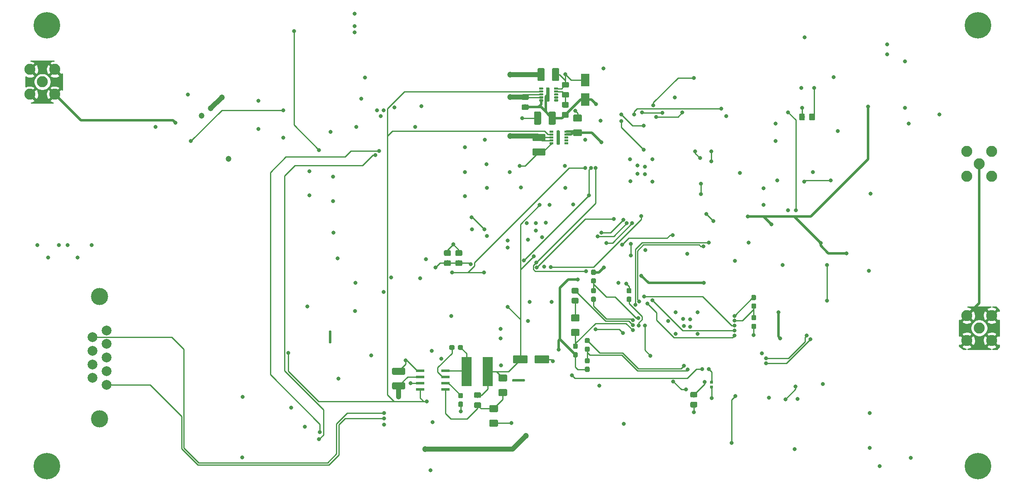
<source format=gbr>
G04 #@! TF.GenerationSoftware,KiCad,Pcbnew,(5.1.2)-1*
G04 #@! TF.CreationDate,2019-08-13T15:01:43-05:00*
G04 #@! TF.ProjectId,EMI_sensor_control_Rev1.0,454d495f-7365-46e7-936f-725f636f6e74,rev?*
G04 #@! TF.SameCoordinates,Original*
G04 #@! TF.FileFunction,Copper,L4,Bot*
G04 #@! TF.FilePolarity,Positive*
%FSLAX46Y46*%
G04 Gerber Fmt 4.6, Leading zero omitted, Abs format (unit mm)*
G04 Created by KiCad (PCBNEW (5.1.2)-1) date 2019-08-13 15:01:43*
%MOMM*%
%LPD*%
G04 APERTURE LIST*
%ADD10C,0.800000*%
%ADD11C,5.400000*%
%ADD12C,2.250000*%
%ADD13C,0.100000*%
%ADD14C,1.425000*%
%ADD15C,1.150000*%
%ADD16C,0.950000*%
%ADD17C,1.600000*%
%ADD18C,0.590000*%
%ADD19R,1.700000X2.500000*%
%ADD20C,2.000000*%
%ADD21C,3.500000*%
%ADD22R,2.006600X5.994400*%
%ADD23C,0.500000*%
%ADD24C,0.450000*%
%ADD25C,0.700000*%
%ADD26R,1.778000X0.533400*%
%ADD27C,1.200000*%
%ADD28C,0.500000*%
%ADD29C,0.250000*%
%ADD30C,1.000000*%
%ADD31C,0.254000*%
G04 APERTURE END LIST*
D10*
X253653891Y-143094109D03*
X252222000Y-142501000D03*
X250790109Y-143094109D03*
X250197000Y-144526000D03*
X250790109Y-145957891D03*
X252222000Y-146551000D03*
X253653891Y-145957891D03*
X254247000Y-144526000D03*
D11*
X252222000Y-144526000D03*
D10*
X63560291Y-143094109D03*
X62128400Y-142501000D03*
X60696509Y-143094109D03*
X60103400Y-144526000D03*
X60696509Y-145957891D03*
X62128400Y-146551000D03*
X63560291Y-145957891D03*
X64153400Y-144526000D03*
D11*
X62128400Y-144526000D03*
D10*
X253653891Y-53076509D03*
X252222000Y-52483400D03*
X250790109Y-53076509D03*
X250197000Y-54508400D03*
X250790109Y-55940291D03*
X252222000Y-56533400D03*
X253653891Y-55940291D03*
X254247000Y-54508400D03*
D11*
X252222000Y-54508400D03*
X62128400Y-54508400D03*
D10*
X64153400Y-54508400D03*
X63560291Y-55940291D03*
X62128400Y-56533400D03*
X60696509Y-55940291D03*
X60103400Y-54508400D03*
X60696509Y-53076509D03*
X62128400Y-52483400D03*
X63560291Y-53076509D03*
D12*
X249936000Y-113792000D03*
X255016000Y-113792000D03*
X255016000Y-118872000D03*
X249936000Y-118872000D03*
X252476000Y-116332000D03*
X249936000Y-80264000D03*
X255016000Y-80264000D03*
X255016000Y-85344000D03*
X249936000Y-85344000D03*
X252476000Y-82804000D03*
X63764160Y-68620640D03*
X58684160Y-68620640D03*
X58684160Y-63540640D03*
X63764160Y-63540640D03*
X61224160Y-66080640D03*
D13*
G36*
X163710304Y-76707904D02*
G01*
X163734573Y-76711504D01*
X163758371Y-76717465D01*
X163781471Y-76725730D01*
X163803649Y-76736220D01*
X163824693Y-76748833D01*
X163844398Y-76763447D01*
X163862577Y-76779923D01*
X163879053Y-76798102D01*
X163893667Y-76817807D01*
X163906280Y-76838851D01*
X163916770Y-76861029D01*
X163925035Y-76884129D01*
X163930996Y-76907927D01*
X163934596Y-76932196D01*
X163935800Y-76956700D01*
X163935800Y-77881700D01*
X163934596Y-77906204D01*
X163930996Y-77930473D01*
X163925035Y-77954271D01*
X163916770Y-77977371D01*
X163906280Y-77999549D01*
X163893667Y-78020593D01*
X163879053Y-78040298D01*
X163862577Y-78058477D01*
X163844398Y-78074953D01*
X163824693Y-78089567D01*
X163803649Y-78102180D01*
X163781471Y-78112670D01*
X163758371Y-78120935D01*
X163734573Y-78126896D01*
X163710304Y-78130496D01*
X163685800Y-78131700D01*
X161535800Y-78131700D01*
X161511296Y-78130496D01*
X161487027Y-78126896D01*
X161463229Y-78120935D01*
X161440129Y-78112670D01*
X161417951Y-78102180D01*
X161396907Y-78089567D01*
X161377202Y-78074953D01*
X161359023Y-78058477D01*
X161342547Y-78040298D01*
X161327933Y-78020593D01*
X161315320Y-77999549D01*
X161304830Y-77977371D01*
X161296565Y-77954271D01*
X161290604Y-77930473D01*
X161287004Y-77906204D01*
X161285800Y-77881700D01*
X161285800Y-76956700D01*
X161287004Y-76932196D01*
X161290604Y-76907927D01*
X161296565Y-76884129D01*
X161304830Y-76861029D01*
X161315320Y-76838851D01*
X161327933Y-76817807D01*
X161342547Y-76798102D01*
X161359023Y-76779923D01*
X161377202Y-76763447D01*
X161396907Y-76748833D01*
X161417951Y-76736220D01*
X161440129Y-76725730D01*
X161463229Y-76717465D01*
X161487027Y-76711504D01*
X161511296Y-76707904D01*
X161535800Y-76706700D01*
X163685800Y-76706700D01*
X163710304Y-76707904D01*
X163710304Y-76707904D01*
G37*
D14*
X162610800Y-77419200D03*
D13*
G36*
X163710304Y-79682904D02*
G01*
X163734573Y-79686504D01*
X163758371Y-79692465D01*
X163781471Y-79700730D01*
X163803649Y-79711220D01*
X163824693Y-79723833D01*
X163844398Y-79738447D01*
X163862577Y-79754923D01*
X163879053Y-79773102D01*
X163893667Y-79792807D01*
X163906280Y-79813851D01*
X163916770Y-79836029D01*
X163925035Y-79859129D01*
X163930996Y-79882927D01*
X163934596Y-79907196D01*
X163935800Y-79931700D01*
X163935800Y-80856700D01*
X163934596Y-80881204D01*
X163930996Y-80905473D01*
X163925035Y-80929271D01*
X163916770Y-80952371D01*
X163906280Y-80974549D01*
X163893667Y-80995593D01*
X163879053Y-81015298D01*
X163862577Y-81033477D01*
X163844398Y-81049953D01*
X163824693Y-81064567D01*
X163803649Y-81077180D01*
X163781471Y-81087670D01*
X163758371Y-81095935D01*
X163734573Y-81101896D01*
X163710304Y-81105496D01*
X163685800Y-81106700D01*
X161535800Y-81106700D01*
X161511296Y-81105496D01*
X161487027Y-81101896D01*
X161463229Y-81095935D01*
X161440129Y-81087670D01*
X161417951Y-81077180D01*
X161396907Y-81064567D01*
X161377202Y-81049953D01*
X161359023Y-81033477D01*
X161342547Y-81015298D01*
X161327933Y-80995593D01*
X161315320Y-80974549D01*
X161304830Y-80952371D01*
X161296565Y-80929271D01*
X161290604Y-80905473D01*
X161287004Y-80881204D01*
X161285800Y-80856700D01*
X161285800Y-79931700D01*
X161287004Y-79907196D01*
X161290604Y-79882927D01*
X161296565Y-79859129D01*
X161304830Y-79836029D01*
X161315320Y-79813851D01*
X161327933Y-79792807D01*
X161342547Y-79773102D01*
X161359023Y-79754923D01*
X161377202Y-79738447D01*
X161396907Y-79723833D01*
X161417951Y-79711220D01*
X161440129Y-79700730D01*
X161463229Y-79692465D01*
X161487027Y-79686504D01*
X161511296Y-79682904D01*
X161535800Y-79681700D01*
X163685800Y-79681700D01*
X163710304Y-79682904D01*
X163710304Y-79682904D01*
G37*
D14*
X162610800Y-80394200D03*
D13*
G36*
X166488704Y-63268404D02*
G01*
X166512973Y-63272004D01*
X166536771Y-63277965D01*
X166559871Y-63286230D01*
X166582049Y-63296720D01*
X166603093Y-63309333D01*
X166622798Y-63323947D01*
X166640977Y-63340423D01*
X166657453Y-63358602D01*
X166672067Y-63378307D01*
X166684680Y-63399351D01*
X166695170Y-63421529D01*
X166703435Y-63444629D01*
X166709396Y-63468427D01*
X166712996Y-63492696D01*
X166714200Y-63517200D01*
X166714200Y-65667200D01*
X166712996Y-65691704D01*
X166709396Y-65715973D01*
X166703435Y-65739771D01*
X166695170Y-65762871D01*
X166684680Y-65785049D01*
X166672067Y-65806093D01*
X166657453Y-65825798D01*
X166640977Y-65843977D01*
X166622798Y-65860453D01*
X166603093Y-65875067D01*
X166582049Y-65887680D01*
X166559871Y-65898170D01*
X166536771Y-65906435D01*
X166512973Y-65912396D01*
X166488704Y-65915996D01*
X166464200Y-65917200D01*
X165539200Y-65917200D01*
X165514696Y-65915996D01*
X165490427Y-65912396D01*
X165466629Y-65906435D01*
X165443529Y-65898170D01*
X165421351Y-65887680D01*
X165400307Y-65875067D01*
X165380602Y-65860453D01*
X165362423Y-65843977D01*
X165345947Y-65825798D01*
X165331333Y-65806093D01*
X165318720Y-65785049D01*
X165308230Y-65762871D01*
X165299965Y-65739771D01*
X165294004Y-65715973D01*
X165290404Y-65691704D01*
X165289200Y-65667200D01*
X165289200Y-63517200D01*
X165290404Y-63492696D01*
X165294004Y-63468427D01*
X165299965Y-63444629D01*
X165308230Y-63421529D01*
X165318720Y-63399351D01*
X165331333Y-63378307D01*
X165345947Y-63358602D01*
X165362423Y-63340423D01*
X165380602Y-63323947D01*
X165400307Y-63309333D01*
X165421351Y-63296720D01*
X165443529Y-63286230D01*
X165466629Y-63277965D01*
X165490427Y-63272004D01*
X165514696Y-63268404D01*
X165539200Y-63267200D01*
X166464200Y-63267200D01*
X166488704Y-63268404D01*
X166488704Y-63268404D01*
G37*
D14*
X166001700Y-64592200D03*
D13*
G36*
X163513704Y-63268404D02*
G01*
X163537973Y-63272004D01*
X163561771Y-63277965D01*
X163584871Y-63286230D01*
X163607049Y-63296720D01*
X163628093Y-63309333D01*
X163647798Y-63323947D01*
X163665977Y-63340423D01*
X163682453Y-63358602D01*
X163697067Y-63378307D01*
X163709680Y-63399351D01*
X163720170Y-63421529D01*
X163728435Y-63444629D01*
X163734396Y-63468427D01*
X163737996Y-63492696D01*
X163739200Y-63517200D01*
X163739200Y-65667200D01*
X163737996Y-65691704D01*
X163734396Y-65715973D01*
X163728435Y-65739771D01*
X163720170Y-65762871D01*
X163709680Y-65785049D01*
X163697067Y-65806093D01*
X163682453Y-65825798D01*
X163665977Y-65843977D01*
X163647798Y-65860453D01*
X163628093Y-65875067D01*
X163607049Y-65887680D01*
X163584871Y-65898170D01*
X163561771Y-65906435D01*
X163537973Y-65912396D01*
X163513704Y-65915996D01*
X163489200Y-65917200D01*
X162564200Y-65917200D01*
X162539696Y-65915996D01*
X162515427Y-65912396D01*
X162491629Y-65906435D01*
X162468529Y-65898170D01*
X162446351Y-65887680D01*
X162425307Y-65875067D01*
X162405602Y-65860453D01*
X162387423Y-65843977D01*
X162370947Y-65825798D01*
X162356333Y-65806093D01*
X162343720Y-65785049D01*
X162333230Y-65762871D01*
X162324965Y-65739771D01*
X162319004Y-65715973D01*
X162315404Y-65691704D01*
X162314200Y-65667200D01*
X162314200Y-63517200D01*
X162315404Y-63492696D01*
X162319004Y-63468427D01*
X162324965Y-63444629D01*
X162333230Y-63421529D01*
X162343720Y-63399351D01*
X162356333Y-63378307D01*
X162370947Y-63358602D01*
X162387423Y-63340423D01*
X162405602Y-63323947D01*
X162425307Y-63309333D01*
X162446351Y-63296720D01*
X162468529Y-63286230D01*
X162491629Y-63277965D01*
X162515427Y-63272004D01*
X162539696Y-63268404D01*
X162564200Y-63267200D01*
X163489200Y-63267200D01*
X163513704Y-63268404D01*
X163513704Y-63268404D01*
G37*
D14*
X163026700Y-64592200D03*
D13*
G36*
X160265905Y-70669504D02*
G01*
X160290173Y-70673104D01*
X160313972Y-70679065D01*
X160337071Y-70687330D01*
X160359250Y-70697820D01*
X160380293Y-70710432D01*
X160399999Y-70725047D01*
X160418177Y-70741523D01*
X160434653Y-70759701D01*
X160449268Y-70779407D01*
X160461880Y-70800450D01*
X160472370Y-70822629D01*
X160480635Y-70845728D01*
X160486596Y-70869527D01*
X160490196Y-70893795D01*
X160491400Y-70918299D01*
X160491400Y-71568301D01*
X160490196Y-71592805D01*
X160486596Y-71617073D01*
X160480635Y-71640872D01*
X160472370Y-71663971D01*
X160461880Y-71686150D01*
X160449268Y-71707193D01*
X160434653Y-71726899D01*
X160418177Y-71745077D01*
X160399999Y-71761553D01*
X160380293Y-71776168D01*
X160359250Y-71788780D01*
X160337071Y-71799270D01*
X160313972Y-71807535D01*
X160290173Y-71813496D01*
X160265905Y-71817096D01*
X160241401Y-71818300D01*
X159341399Y-71818300D01*
X159316895Y-71817096D01*
X159292627Y-71813496D01*
X159268828Y-71807535D01*
X159245729Y-71799270D01*
X159223550Y-71788780D01*
X159202507Y-71776168D01*
X159182801Y-71761553D01*
X159164623Y-71745077D01*
X159148147Y-71726899D01*
X159133532Y-71707193D01*
X159120920Y-71686150D01*
X159110430Y-71663971D01*
X159102165Y-71640872D01*
X159096204Y-71617073D01*
X159092604Y-71592805D01*
X159091400Y-71568301D01*
X159091400Y-70918299D01*
X159092604Y-70893795D01*
X159096204Y-70869527D01*
X159102165Y-70845728D01*
X159110430Y-70822629D01*
X159120920Y-70800450D01*
X159133532Y-70779407D01*
X159148147Y-70759701D01*
X159164623Y-70741523D01*
X159182801Y-70725047D01*
X159202507Y-70710432D01*
X159223550Y-70697820D01*
X159245729Y-70687330D01*
X159268828Y-70679065D01*
X159292627Y-70673104D01*
X159316895Y-70669504D01*
X159341399Y-70668300D01*
X160241401Y-70668300D01*
X160265905Y-70669504D01*
X160265905Y-70669504D01*
G37*
D15*
X159791400Y-71243300D03*
D13*
G36*
X160265905Y-68619504D02*
G01*
X160290173Y-68623104D01*
X160313972Y-68629065D01*
X160337071Y-68637330D01*
X160359250Y-68647820D01*
X160380293Y-68660432D01*
X160399999Y-68675047D01*
X160418177Y-68691523D01*
X160434653Y-68709701D01*
X160449268Y-68729407D01*
X160461880Y-68750450D01*
X160472370Y-68772629D01*
X160480635Y-68795728D01*
X160486596Y-68819527D01*
X160490196Y-68843795D01*
X160491400Y-68868299D01*
X160491400Y-69518301D01*
X160490196Y-69542805D01*
X160486596Y-69567073D01*
X160480635Y-69590872D01*
X160472370Y-69613971D01*
X160461880Y-69636150D01*
X160449268Y-69657193D01*
X160434653Y-69676899D01*
X160418177Y-69695077D01*
X160399999Y-69711553D01*
X160380293Y-69726168D01*
X160359250Y-69738780D01*
X160337071Y-69749270D01*
X160313972Y-69757535D01*
X160290173Y-69763496D01*
X160265905Y-69767096D01*
X160241401Y-69768300D01*
X159341399Y-69768300D01*
X159316895Y-69767096D01*
X159292627Y-69763496D01*
X159268828Y-69757535D01*
X159245729Y-69749270D01*
X159223550Y-69738780D01*
X159202507Y-69726168D01*
X159182801Y-69711553D01*
X159164623Y-69695077D01*
X159148147Y-69676899D01*
X159133532Y-69657193D01*
X159120920Y-69636150D01*
X159110430Y-69613971D01*
X159102165Y-69590872D01*
X159096204Y-69567073D01*
X159092604Y-69542805D01*
X159091400Y-69518301D01*
X159091400Y-68868299D01*
X159092604Y-68843795D01*
X159096204Y-68819527D01*
X159102165Y-68795728D01*
X159110430Y-68772629D01*
X159120920Y-68750450D01*
X159133532Y-68729407D01*
X159148147Y-68709701D01*
X159164623Y-68691523D01*
X159182801Y-68675047D01*
X159202507Y-68660432D01*
X159223550Y-68647820D01*
X159245729Y-68637330D01*
X159268828Y-68629065D01*
X159292627Y-68623104D01*
X159316895Y-68619504D01*
X159341399Y-68618300D01*
X160241401Y-68618300D01*
X160265905Y-68619504D01*
X160265905Y-68619504D01*
G37*
D15*
X159791400Y-69193300D03*
D13*
G36*
X171134304Y-72767704D02*
G01*
X171158573Y-72771304D01*
X171182371Y-72777265D01*
X171205471Y-72785530D01*
X171227649Y-72796020D01*
X171248693Y-72808633D01*
X171268398Y-72823247D01*
X171286577Y-72839723D01*
X171303053Y-72857902D01*
X171317667Y-72877607D01*
X171330280Y-72898651D01*
X171340770Y-72920829D01*
X171349035Y-72943929D01*
X171354996Y-72967727D01*
X171358596Y-72991996D01*
X171359800Y-73016500D01*
X171359800Y-73941500D01*
X171358596Y-73966004D01*
X171354996Y-73990273D01*
X171349035Y-74014071D01*
X171340770Y-74037171D01*
X171330280Y-74059349D01*
X171317667Y-74080393D01*
X171303053Y-74100098D01*
X171286577Y-74118277D01*
X171268398Y-74134753D01*
X171248693Y-74149367D01*
X171227649Y-74161980D01*
X171205471Y-74172470D01*
X171182371Y-74180735D01*
X171158573Y-74186696D01*
X171134304Y-74190296D01*
X171109800Y-74191500D01*
X169859800Y-74191500D01*
X169835296Y-74190296D01*
X169811027Y-74186696D01*
X169787229Y-74180735D01*
X169764129Y-74172470D01*
X169741951Y-74161980D01*
X169720907Y-74149367D01*
X169701202Y-74134753D01*
X169683023Y-74118277D01*
X169666547Y-74100098D01*
X169651933Y-74080393D01*
X169639320Y-74059349D01*
X169628830Y-74037171D01*
X169620565Y-74014071D01*
X169614604Y-73990273D01*
X169611004Y-73966004D01*
X169609800Y-73941500D01*
X169609800Y-73016500D01*
X169611004Y-72991996D01*
X169614604Y-72967727D01*
X169620565Y-72943929D01*
X169628830Y-72920829D01*
X169639320Y-72898651D01*
X169651933Y-72877607D01*
X169666547Y-72857902D01*
X169683023Y-72839723D01*
X169701202Y-72823247D01*
X169720907Y-72808633D01*
X169741951Y-72796020D01*
X169764129Y-72785530D01*
X169787229Y-72777265D01*
X169811027Y-72771304D01*
X169835296Y-72767704D01*
X169859800Y-72766500D01*
X171109800Y-72766500D01*
X171134304Y-72767704D01*
X171134304Y-72767704D01*
G37*
D14*
X170484800Y-73479000D03*
D13*
G36*
X171134304Y-75742704D02*
G01*
X171158573Y-75746304D01*
X171182371Y-75752265D01*
X171205471Y-75760530D01*
X171227649Y-75771020D01*
X171248693Y-75783633D01*
X171268398Y-75798247D01*
X171286577Y-75814723D01*
X171303053Y-75832902D01*
X171317667Y-75852607D01*
X171330280Y-75873651D01*
X171340770Y-75895829D01*
X171349035Y-75918929D01*
X171354996Y-75942727D01*
X171358596Y-75966996D01*
X171359800Y-75991500D01*
X171359800Y-76916500D01*
X171358596Y-76941004D01*
X171354996Y-76965273D01*
X171349035Y-76989071D01*
X171340770Y-77012171D01*
X171330280Y-77034349D01*
X171317667Y-77055393D01*
X171303053Y-77075098D01*
X171286577Y-77093277D01*
X171268398Y-77109753D01*
X171248693Y-77124367D01*
X171227649Y-77136980D01*
X171205471Y-77147470D01*
X171182371Y-77155735D01*
X171158573Y-77161696D01*
X171134304Y-77165296D01*
X171109800Y-77166500D01*
X169859800Y-77166500D01*
X169835296Y-77165296D01*
X169811027Y-77161696D01*
X169787229Y-77155735D01*
X169764129Y-77147470D01*
X169741951Y-77136980D01*
X169720907Y-77124367D01*
X169701202Y-77109753D01*
X169683023Y-77093277D01*
X169666547Y-77075098D01*
X169651933Y-77055393D01*
X169639320Y-77034349D01*
X169628830Y-77012171D01*
X169620565Y-76989071D01*
X169614604Y-76965273D01*
X169611004Y-76941004D01*
X169609800Y-76916500D01*
X169609800Y-75991500D01*
X169611004Y-75966996D01*
X169614604Y-75942727D01*
X169620565Y-75918929D01*
X169628830Y-75895829D01*
X169639320Y-75873651D01*
X169651933Y-75852607D01*
X169666547Y-75832902D01*
X169683023Y-75814723D01*
X169701202Y-75798247D01*
X169720907Y-75783633D01*
X169741951Y-75771020D01*
X169764129Y-75760530D01*
X169787229Y-75752265D01*
X169811027Y-75746304D01*
X169835296Y-75742704D01*
X169859800Y-75741500D01*
X171109800Y-75741500D01*
X171134304Y-75742704D01*
X171134304Y-75742704D01*
G37*
D14*
X170484800Y-76454000D03*
D13*
G36*
X165779104Y-72163484D02*
G01*
X165803373Y-72167084D01*
X165827171Y-72173045D01*
X165850271Y-72181310D01*
X165872449Y-72191800D01*
X165893493Y-72204413D01*
X165913198Y-72219027D01*
X165931377Y-72235503D01*
X165947853Y-72253682D01*
X165962467Y-72273387D01*
X165975080Y-72294431D01*
X165985570Y-72316609D01*
X165993835Y-72339709D01*
X165999796Y-72363507D01*
X166003396Y-72387776D01*
X166004600Y-72412280D01*
X166004600Y-74562280D01*
X166003396Y-74586784D01*
X165999796Y-74611053D01*
X165993835Y-74634851D01*
X165985570Y-74657951D01*
X165975080Y-74680129D01*
X165962467Y-74701173D01*
X165947853Y-74720878D01*
X165931377Y-74739057D01*
X165913198Y-74755533D01*
X165893493Y-74770147D01*
X165872449Y-74782760D01*
X165850271Y-74793250D01*
X165827171Y-74801515D01*
X165803373Y-74807476D01*
X165779104Y-74811076D01*
X165754600Y-74812280D01*
X164829600Y-74812280D01*
X164805096Y-74811076D01*
X164780827Y-74807476D01*
X164757029Y-74801515D01*
X164733929Y-74793250D01*
X164711751Y-74782760D01*
X164690707Y-74770147D01*
X164671002Y-74755533D01*
X164652823Y-74739057D01*
X164636347Y-74720878D01*
X164621733Y-74701173D01*
X164609120Y-74680129D01*
X164598630Y-74657951D01*
X164590365Y-74634851D01*
X164584404Y-74611053D01*
X164580804Y-74586784D01*
X164579600Y-74562280D01*
X164579600Y-72412280D01*
X164580804Y-72387776D01*
X164584404Y-72363507D01*
X164590365Y-72339709D01*
X164598630Y-72316609D01*
X164609120Y-72294431D01*
X164621733Y-72273387D01*
X164636347Y-72253682D01*
X164652823Y-72235503D01*
X164671002Y-72219027D01*
X164690707Y-72204413D01*
X164711751Y-72191800D01*
X164733929Y-72181310D01*
X164757029Y-72173045D01*
X164780827Y-72167084D01*
X164805096Y-72163484D01*
X164829600Y-72162280D01*
X165754600Y-72162280D01*
X165779104Y-72163484D01*
X165779104Y-72163484D01*
G37*
D14*
X165292100Y-73487280D03*
D13*
G36*
X162804104Y-72163484D02*
G01*
X162828373Y-72167084D01*
X162852171Y-72173045D01*
X162875271Y-72181310D01*
X162897449Y-72191800D01*
X162918493Y-72204413D01*
X162938198Y-72219027D01*
X162956377Y-72235503D01*
X162972853Y-72253682D01*
X162987467Y-72273387D01*
X163000080Y-72294431D01*
X163010570Y-72316609D01*
X163018835Y-72339709D01*
X163024796Y-72363507D01*
X163028396Y-72387776D01*
X163029600Y-72412280D01*
X163029600Y-74562280D01*
X163028396Y-74586784D01*
X163024796Y-74611053D01*
X163018835Y-74634851D01*
X163010570Y-74657951D01*
X163000080Y-74680129D01*
X162987467Y-74701173D01*
X162972853Y-74720878D01*
X162956377Y-74739057D01*
X162938198Y-74755533D01*
X162918493Y-74770147D01*
X162897449Y-74782760D01*
X162875271Y-74793250D01*
X162852171Y-74801515D01*
X162828373Y-74807476D01*
X162804104Y-74811076D01*
X162779600Y-74812280D01*
X161854600Y-74812280D01*
X161830096Y-74811076D01*
X161805827Y-74807476D01*
X161782029Y-74801515D01*
X161758929Y-74793250D01*
X161736751Y-74782760D01*
X161715707Y-74770147D01*
X161696002Y-74755533D01*
X161677823Y-74739057D01*
X161661347Y-74720878D01*
X161646733Y-74701173D01*
X161634120Y-74680129D01*
X161623630Y-74657951D01*
X161615365Y-74634851D01*
X161609404Y-74611053D01*
X161605804Y-74586784D01*
X161604600Y-74562280D01*
X161604600Y-72412280D01*
X161605804Y-72387776D01*
X161609404Y-72363507D01*
X161615365Y-72339709D01*
X161623630Y-72316609D01*
X161634120Y-72294431D01*
X161646733Y-72273387D01*
X161661347Y-72253682D01*
X161677823Y-72235503D01*
X161696002Y-72219027D01*
X161715707Y-72204413D01*
X161736751Y-72191800D01*
X161758929Y-72181310D01*
X161782029Y-72173045D01*
X161805827Y-72167084D01*
X161830096Y-72163484D01*
X161854600Y-72162280D01*
X162779600Y-72162280D01*
X162804104Y-72163484D01*
X162804104Y-72163484D01*
G37*
D14*
X162317100Y-73487280D03*
D13*
G36*
X135054024Y-127420604D02*
G01*
X135078293Y-127424204D01*
X135102091Y-127430165D01*
X135125191Y-127438430D01*
X135147369Y-127448920D01*
X135168413Y-127461533D01*
X135188118Y-127476147D01*
X135206297Y-127492623D01*
X135222773Y-127510802D01*
X135237387Y-127530507D01*
X135250000Y-127551551D01*
X135260490Y-127573729D01*
X135268755Y-127596829D01*
X135274716Y-127620627D01*
X135278316Y-127644896D01*
X135279520Y-127669400D01*
X135279520Y-128594400D01*
X135278316Y-128618904D01*
X135274716Y-128643173D01*
X135268755Y-128666971D01*
X135260490Y-128690071D01*
X135250000Y-128712249D01*
X135237387Y-128733293D01*
X135222773Y-128752998D01*
X135206297Y-128771177D01*
X135188118Y-128787653D01*
X135168413Y-128802267D01*
X135147369Y-128814880D01*
X135125191Y-128825370D01*
X135102091Y-128833635D01*
X135078293Y-128839596D01*
X135054024Y-128843196D01*
X135029520Y-128844400D01*
X132879520Y-128844400D01*
X132855016Y-128843196D01*
X132830747Y-128839596D01*
X132806949Y-128833635D01*
X132783849Y-128825370D01*
X132761671Y-128814880D01*
X132740627Y-128802267D01*
X132720922Y-128787653D01*
X132702743Y-128771177D01*
X132686267Y-128752998D01*
X132671653Y-128733293D01*
X132659040Y-128712249D01*
X132648550Y-128690071D01*
X132640285Y-128666971D01*
X132634324Y-128643173D01*
X132630724Y-128618904D01*
X132629520Y-128594400D01*
X132629520Y-127669400D01*
X132630724Y-127644896D01*
X132634324Y-127620627D01*
X132640285Y-127596829D01*
X132648550Y-127573729D01*
X132659040Y-127551551D01*
X132671653Y-127530507D01*
X132686267Y-127510802D01*
X132702743Y-127492623D01*
X132720922Y-127476147D01*
X132740627Y-127461533D01*
X132761671Y-127448920D01*
X132783849Y-127438430D01*
X132806949Y-127430165D01*
X132830747Y-127424204D01*
X132855016Y-127420604D01*
X132879520Y-127419400D01*
X135029520Y-127419400D01*
X135054024Y-127420604D01*
X135054024Y-127420604D01*
G37*
D14*
X133954520Y-128131900D03*
D13*
G36*
X135054024Y-124445604D02*
G01*
X135078293Y-124449204D01*
X135102091Y-124455165D01*
X135125191Y-124463430D01*
X135147369Y-124473920D01*
X135168413Y-124486533D01*
X135188118Y-124501147D01*
X135206297Y-124517623D01*
X135222773Y-124535802D01*
X135237387Y-124555507D01*
X135250000Y-124576551D01*
X135260490Y-124598729D01*
X135268755Y-124621829D01*
X135274716Y-124645627D01*
X135278316Y-124669896D01*
X135279520Y-124694400D01*
X135279520Y-125619400D01*
X135278316Y-125643904D01*
X135274716Y-125668173D01*
X135268755Y-125691971D01*
X135260490Y-125715071D01*
X135250000Y-125737249D01*
X135237387Y-125758293D01*
X135222773Y-125777998D01*
X135206297Y-125796177D01*
X135188118Y-125812653D01*
X135168413Y-125827267D01*
X135147369Y-125839880D01*
X135125191Y-125850370D01*
X135102091Y-125858635D01*
X135078293Y-125864596D01*
X135054024Y-125868196D01*
X135029520Y-125869400D01*
X132879520Y-125869400D01*
X132855016Y-125868196D01*
X132830747Y-125864596D01*
X132806949Y-125858635D01*
X132783849Y-125850370D01*
X132761671Y-125839880D01*
X132740627Y-125827267D01*
X132720922Y-125812653D01*
X132702743Y-125796177D01*
X132686267Y-125777998D01*
X132671653Y-125758293D01*
X132659040Y-125737249D01*
X132648550Y-125715071D01*
X132640285Y-125691971D01*
X132634324Y-125668173D01*
X132630724Y-125643904D01*
X132629520Y-125619400D01*
X132629520Y-124694400D01*
X132630724Y-124669896D01*
X132634324Y-124645627D01*
X132640285Y-124621829D01*
X132648550Y-124598729D01*
X132659040Y-124576551D01*
X132671653Y-124555507D01*
X132686267Y-124535802D01*
X132702743Y-124517623D01*
X132720922Y-124501147D01*
X132740627Y-124486533D01*
X132761671Y-124473920D01*
X132783849Y-124463430D01*
X132806949Y-124455165D01*
X132830747Y-124449204D01*
X132855016Y-124445604D01*
X132879520Y-124444400D01*
X135029520Y-124444400D01*
X135054024Y-124445604D01*
X135054024Y-124445604D01*
G37*
D14*
X133954520Y-125156900D03*
D13*
G36*
X146879739Y-129613044D02*
G01*
X146902794Y-129616463D01*
X146925403Y-129622127D01*
X146947347Y-129629979D01*
X146968417Y-129639944D01*
X146988408Y-129651926D01*
X147007128Y-129665810D01*
X147024398Y-129681462D01*
X147040050Y-129698732D01*
X147053934Y-129717452D01*
X147065916Y-129737443D01*
X147075881Y-129758513D01*
X147083733Y-129780457D01*
X147089397Y-129803066D01*
X147092816Y-129826121D01*
X147093960Y-129849400D01*
X147093960Y-130424400D01*
X147092816Y-130447679D01*
X147089397Y-130470734D01*
X147083733Y-130493343D01*
X147075881Y-130515287D01*
X147065916Y-130536357D01*
X147053934Y-130556348D01*
X147040050Y-130575068D01*
X147024398Y-130592338D01*
X147007128Y-130607990D01*
X146988408Y-130621874D01*
X146968417Y-130633856D01*
X146947347Y-130643821D01*
X146925403Y-130651673D01*
X146902794Y-130657337D01*
X146879739Y-130660756D01*
X146856460Y-130661900D01*
X146381460Y-130661900D01*
X146358181Y-130660756D01*
X146335126Y-130657337D01*
X146312517Y-130651673D01*
X146290573Y-130643821D01*
X146269503Y-130633856D01*
X146249512Y-130621874D01*
X146230792Y-130607990D01*
X146213522Y-130592338D01*
X146197870Y-130575068D01*
X146183986Y-130556348D01*
X146172004Y-130536357D01*
X146162039Y-130515287D01*
X146154187Y-130493343D01*
X146148523Y-130470734D01*
X146145104Y-130447679D01*
X146143960Y-130424400D01*
X146143960Y-129849400D01*
X146145104Y-129826121D01*
X146148523Y-129803066D01*
X146154187Y-129780457D01*
X146162039Y-129758513D01*
X146172004Y-129737443D01*
X146183986Y-129717452D01*
X146197870Y-129698732D01*
X146213522Y-129681462D01*
X146230792Y-129665810D01*
X146249512Y-129651926D01*
X146269503Y-129639944D01*
X146290573Y-129629979D01*
X146312517Y-129622127D01*
X146335126Y-129616463D01*
X146358181Y-129613044D01*
X146381460Y-129611900D01*
X146856460Y-129611900D01*
X146879739Y-129613044D01*
X146879739Y-129613044D01*
G37*
D16*
X146618960Y-130136900D03*
D13*
G36*
X146879739Y-131363044D02*
G01*
X146902794Y-131366463D01*
X146925403Y-131372127D01*
X146947347Y-131379979D01*
X146968417Y-131389944D01*
X146988408Y-131401926D01*
X147007128Y-131415810D01*
X147024398Y-131431462D01*
X147040050Y-131448732D01*
X147053934Y-131467452D01*
X147065916Y-131487443D01*
X147075881Y-131508513D01*
X147083733Y-131530457D01*
X147089397Y-131553066D01*
X147092816Y-131576121D01*
X147093960Y-131599400D01*
X147093960Y-132174400D01*
X147092816Y-132197679D01*
X147089397Y-132220734D01*
X147083733Y-132243343D01*
X147075881Y-132265287D01*
X147065916Y-132286357D01*
X147053934Y-132306348D01*
X147040050Y-132325068D01*
X147024398Y-132342338D01*
X147007128Y-132357990D01*
X146988408Y-132371874D01*
X146968417Y-132383856D01*
X146947347Y-132393821D01*
X146925403Y-132401673D01*
X146902794Y-132407337D01*
X146879739Y-132410756D01*
X146856460Y-132411900D01*
X146381460Y-132411900D01*
X146358181Y-132410756D01*
X146335126Y-132407337D01*
X146312517Y-132401673D01*
X146290573Y-132393821D01*
X146269503Y-132383856D01*
X146249512Y-132371874D01*
X146230792Y-132357990D01*
X146213522Y-132342338D01*
X146197870Y-132325068D01*
X146183986Y-132306348D01*
X146172004Y-132286357D01*
X146162039Y-132265287D01*
X146154187Y-132243343D01*
X146148523Y-132220734D01*
X146145104Y-132197679D01*
X146143960Y-132174400D01*
X146143960Y-131599400D01*
X146145104Y-131576121D01*
X146148523Y-131553066D01*
X146154187Y-131530457D01*
X146162039Y-131508513D01*
X146172004Y-131487443D01*
X146183986Y-131467452D01*
X146197870Y-131448732D01*
X146213522Y-131431462D01*
X146230792Y-131415810D01*
X146249512Y-131401926D01*
X146269503Y-131389944D01*
X146290573Y-131379979D01*
X146312517Y-131372127D01*
X146335126Y-131366463D01*
X146358181Y-131363044D01*
X146381460Y-131361900D01*
X146856460Y-131361900D01*
X146879739Y-131363044D01*
X146879739Y-131363044D01*
G37*
D16*
X146618960Y-131886900D03*
D13*
G36*
X145140339Y-119835784D02*
G01*
X145163394Y-119839203D01*
X145186003Y-119844867D01*
X145207947Y-119852719D01*
X145229017Y-119862684D01*
X145249008Y-119874666D01*
X145267728Y-119888550D01*
X145284998Y-119904202D01*
X145300650Y-119921472D01*
X145314534Y-119940192D01*
X145326516Y-119960183D01*
X145336481Y-119981253D01*
X145344333Y-120003197D01*
X145349997Y-120025806D01*
X145353416Y-120048861D01*
X145354560Y-120072140D01*
X145354560Y-120547140D01*
X145353416Y-120570419D01*
X145349997Y-120593474D01*
X145344333Y-120616083D01*
X145336481Y-120638027D01*
X145326516Y-120659097D01*
X145314534Y-120679088D01*
X145300650Y-120697808D01*
X145284998Y-120715078D01*
X145267728Y-120730730D01*
X145249008Y-120744614D01*
X145229017Y-120756596D01*
X145207947Y-120766561D01*
X145186003Y-120774413D01*
X145163394Y-120780077D01*
X145140339Y-120783496D01*
X145117060Y-120784640D01*
X144542060Y-120784640D01*
X144518781Y-120783496D01*
X144495726Y-120780077D01*
X144473117Y-120774413D01*
X144451173Y-120766561D01*
X144430103Y-120756596D01*
X144410112Y-120744614D01*
X144391392Y-120730730D01*
X144374122Y-120715078D01*
X144358470Y-120697808D01*
X144344586Y-120679088D01*
X144332604Y-120659097D01*
X144322639Y-120638027D01*
X144314787Y-120616083D01*
X144309123Y-120593474D01*
X144305704Y-120570419D01*
X144304560Y-120547140D01*
X144304560Y-120072140D01*
X144305704Y-120048861D01*
X144309123Y-120025806D01*
X144314787Y-120003197D01*
X144322639Y-119981253D01*
X144332604Y-119960183D01*
X144344586Y-119940192D01*
X144358470Y-119921472D01*
X144374122Y-119904202D01*
X144391392Y-119888550D01*
X144410112Y-119874666D01*
X144430103Y-119862684D01*
X144451173Y-119852719D01*
X144473117Y-119844867D01*
X144495726Y-119839203D01*
X144518781Y-119835784D01*
X144542060Y-119834640D01*
X145117060Y-119834640D01*
X145140339Y-119835784D01*
X145140339Y-119835784D01*
G37*
D16*
X144829560Y-120309640D03*
D13*
G36*
X146890339Y-119835784D02*
G01*
X146913394Y-119839203D01*
X146936003Y-119844867D01*
X146957947Y-119852719D01*
X146979017Y-119862684D01*
X146999008Y-119874666D01*
X147017728Y-119888550D01*
X147034998Y-119904202D01*
X147050650Y-119921472D01*
X147064534Y-119940192D01*
X147076516Y-119960183D01*
X147086481Y-119981253D01*
X147094333Y-120003197D01*
X147099997Y-120025806D01*
X147103416Y-120048861D01*
X147104560Y-120072140D01*
X147104560Y-120547140D01*
X147103416Y-120570419D01*
X147099997Y-120593474D01*
X147094333Y-120616083D01*
X147086481Y-120638027D01*
X147076516Y-120659097D01*
X147064534Y-120679088D01*
X147050650Y-120697808D01*
X147034998Y-120715078D01*
X147017728Y-120730730D01*
X146999008Y-120744614D01*
X146979017Y-120756596D01*
X146957947Y-120766561D01*
X146936003Y-120774413D01*
X146913394Y-120780077D01*
X146890339Y-120783496D01*
X146867060Y-120784640D01*
X146292060Y-120784640D01*
X146268781Y-120783496D01*
X146245726Y-120780077D01*
X146223117Y-120774413D01*
X146201173Y-120766561D01*
X146180103Y-120756596D01*
X146160112Y-120744614D01*
X146141392Y-120730730D01*
X146124122Y-120715078D01*
X146108470Y-120697808D01*
X146094586Y-120679088D01*
X146082604Y-120659097D01*
X146072639Y-120638027D01*
X146064787Y-120616083D01*
X146059123Y-120593474D01*
X146055704Y-120570419D01*
X146054560Y-120547140D01*
X146054560Y-120072140D01*
X146055704Y-120048861D01*
X146059123Y-120025806D01*
X146064787Y-120003197D01*
X146072639Y-119981253D01*
X146082604Y-119960183D01*
X146094586Y-119940192D01*
X146108470Y-119921472D01*
X146124122Y-119904202D01*
X146141392Y-119888550D01*
X146160112Y-119874666D01*
X146180103Y-119862684D01*
X146201173Y-119852719D01*
X146223117Y-119844867D01*
X146245726Y-119839203D01*
X146268781Y-119835784D01*
X146292060Y-119834640D01*
X146867060Y-119834640D01*
X146890339Y-119835784D01*
X146890339Y-119835784D01*
G37*
D16*
X146579560Y-120309640D03*
D13*
G36*
X160080384Y-121939084D02*
G01*
X160104653Y-121942684D01*
X160128451Y-121948645D01*
X160151551Y-121956910D01*
X160173729Y-121967400D01*
X160194773Y-121980013D01*
X160214478Y-121994627D01*
X160232657Y-122011103D01*
X160249133Y-122029282D01*
X160263747Y-122048987D01*
X160276360Y-122070031D01*
X160286850Y-122092209D01*
X160295115Y-122115309D01*
X160301076Y-122139107D01*
X160304676Y-122163376D01*
X160305880Y-122187880D01*
X160305880Y-123287880D01*
X160304676Y-123312384D01*
X160301076Y-123336653D01*
X160295115Y-123360451D01*
X160286850Y-123383551D01*
X160276360Y-123405729D01*
X160263747Y-123426773D01*
X160249133Y-123446478D01*
X160232657Y-123464657D01*
X160214478Y-123481133D01*
X160194773Y-123495747D01*
X160173729Y-123508360D01*
X160151551Y-123518850D01*
X160128451Y-123527115D01*
X160104653Y-123533076D01*
X160080384Y-123536676D01*
X160055880Y-123537880D01*
X157555880Y-123537880D01*
X157531376Y-123536676D01*
X157507107Y-123533076D01*
X157483309Y-123527115D01*
X157460209Y-123518850D01*
X157438031Y-123508360D01*
X157416987Y-123495747D01*
X157397282Y-123481133D01*
X157379103Y-123464657D01*
X157362627Y-123446478D01*
X157348013Y-123426773D01*
X157335400Y-123405729D01*
X157324910Y-123383551D01*
X157316645Y-123360451D01*
X157310684Y-123336653D01*
X157307084Y-123312384D01*
X157305880Y-123287880D01*
X157305880Y-122187880D01*
X157307084Y-122163376D01*
X157310684Y-122139107D01*
X157316645Y-122115309D01*
X157324910Y-122092209D01*
X157335400Y-122070031D01*
X157348013Y-122048987D01*
X157362627Y-122029282D01*
X157379103Y-122011103D01*
X157397282Y-121994627D01*
X157416987Y-121980013D01*
X157438031Y-121967400D01*
X157460209Y-121956910D01*
X157483309Y-121948645D01*
X157507107Y-121942684D01*
X157531376Y-121939084D01*
X157555880Y-121937880D01*
X160055880Y-121937880D01*
X160080384Y-121939084D01*
X160080384Y-121939084D01*
G37*
D17*
X158805880Y-122737880D03*
D13*
G36*
X164480384Y-121939084D02*
G01*
X164504653Y-121942684D01*
X164528451Y-121948645D01*
X164551551Y-121956910D01*
X164573729Y-121967400D01*
X164594773Y-121980013D01*
X164614478Y-121994627D01*
X164632657Y-122011103D01*
X164649133Y-122029282D01*
X164663747Y-122048987D01*
X164676360Y-122070031D01*
X164686850Y-122092209D01*
X164695115Y-122115309D01*
X164701076Y-122139107D01*
X164704676Y-122163376D01*
X164705880Y-122187880D01*
X164705880Y-123287880D01*
X164704676Y-123312384D01*
X164701076Y-123336653D01*
X164695115Y-123360451D01*
X164686850Y-123383551D01*
X164676360Y-123405729D01*
X164663747Y-123426773D01*
X164649133Y-123446478D01*
X164632657Y-123464657D01*
X164614478Y-123481133D01*
X164594773Y-123495747D01*
X164573729Y-123508360D01*
X164551551Y-123518850D01*
X164528451Y-123527115D01*
X164504653Y-123533076D01*
X164480384Y-123536676D01*
X164455880Y-123537880D01*
X161955880Y-123537880D01*
X161931376Y-123536676D01*
X161907107Y-123533076D01*
X161883309Y-123527115D01*
X161860209Y-123518850D01*
X161838031Y-123508360D01*
X161816987Y-123495747D01*
X161797282Y-123481133D01*
X161779103Y-123464657D01*
X161762627Y-123446478D01*
X161748013Y-123426773D01*
X161735400Y-123405729D01*
X161724910Y-123383551D01*
X161716645Y-123360451D01*
X161710684Y-123336653D01*
X161707084Y-123312384D01*
X161705880Y-123287880D01*
X161705880Y-122187880D01*
X161707084Y-122163376D01*
X161710684Y-122139107D01*
X161716645Y-122115309D01*
X161724910Y-122092209D01*
X161735400Y-122070031D01*
X161748013Y-122048987D01*
X161762627Y-122029282D01*
X161779103Y-122011103D01*
X161797282Y-121994627D01*
X161816987Y-121980013D01*
X161838031Y-121967400D01*
X161860209Y-121956910D01*
X161883309Y-121948645D01*
X161907107Y-121942684D01*
X161931376Y-121939084D01*
X161955880Y-121937880D01*
X164455880Y-121937880D01*
X164480384Y-121939084D01*
X164480384Y-121939084D01*
G37*
D17*
X163205880Y-122737880D03*
D13*
G36*
X181261179Y-109940744D02*
G01*
X181284234Y-109944163D01*
X181306843Y-109949827D01*
X181328787Y-109957679D01*
X181349857Y-109967644D01*
X181369848Y-109979626D01*
X181388568Y-109993510D01*
X181405838Y-110009162D01*
X181421490Y-110026432D01*
X181435374Y-110045152D01*
X181447356Y-110065143D01*
X181457321Y-110086213D01*
X181465173Y-110108157D01*
X181470837Y-110130766D01*
X181474256Y-110153821D01*
X181475400Y-110177100D01*
X181475400Y-110752100D01*
X181474256Y-110775379D01*
X181470837Y-110798434D01*
X181465173Y-110821043D01*
X181457321Y-110842987D01*
X181447356Y-110864057D01*
X181435374Y-110884048D01*
X181421490Y-110902768D01*
X181405838Y-110920038D01*
X181388568Y-110935690D01*
X181369848Y-110949574D01*
X181349857Y-110961556D01*
X181328787Y-110971521D01*
X181306843Y-110979373D01*
X181284234Y-110985037D01*
X181261179Y-110988456D01*
X181237900Y-110989600D01*
X180762900Y-110989600D01*
X180739621Y-110988456D01*
X180716566Y-110985037D01*
X180693957Y-110979373D01*
X180672013Y-110971521D01*
X180650943Y-110961556D01*
X180630952Y-110949574D01*
X180612232Y-110935690D01*
X180594962Y-110920038D01*
X180579310Y-110902768D01*
X180565426Y-110884048D01*
X180553444Y-110864057D01*
X180543479Y-110842987D01*
X180535627Y-110821043D01*
X180529963Y-110798434D01*
X180526544Y-110775379D01*
X180525400Y-110752100D01*
X180525400Y-110177100D01*
X180526544Y-110153821D01*
X180529963Y-110130766D01*
X180535627Y-110108157D01*
X180543479Y-110086213D01*
X180553444Y-110065143D01*
X180565426Y-110045152D01*
X180579310Y-110026432D01*
X180594962Y-110009162D01*
X180612232Y-109993510D01*
X180630952Y-109979626D01*
X180650943Y-109967644D01*
X180672013Y-109957679D01*
X180693957Y-109949827D01*
X180716566Y-109944163D01*
X180739621Y-109940744D01*
X180762900Y-109939600D01*
X181237900Y-109939600D01*
X181261179Y-109940744D01*
X181261179Y-109940744D01*
G37*
D16*
X181000400Y-110464600D03*
D13*
G36*
X181261179Y-108190744D02*
G01*
X181284234Y-108194163D01*
X181306843Y-108199827D01*
X181328787Y-108207679D01*
X181349857Y-108217644D01*
X181369848Y-108229626D01*
X181388568Y-108243510D01*
X181405838Y-108259162D01*
X181421490Y-108276432D01*
X181435374Y-108295152D01*
X181447356Y-108315143D01*
X181457321Y-108336213D01*
X181465173Y-108358157D01*
X181470837Y-108380766D01*
X181474256Y-108403821D01*
X181475400Y-108427100D01*
X181475400Y-109002100D01*
X181474256Y-109025379D01*
X181470837Y-109048434D01*
X181465173Y-109071043D01*
X181457321Y-109092987D01*
X181447356Y-109114057D01*
X181435374Y-109134048D01*
X181421490Y-109152768D01*
X181405838Y-109170038D01*
X181388568Y-109185690D01*
X181369848Y-109199574D01*
X181349857Y-109211556D01*
X181328787Y-109221521D01*
X181306843Y-109229373D01*
X181284234Y-109235037D01*
X181261179Y-109238456D01*
X181237900Y-109239600D01*
X180762900Y-109239600D01*
X180739621Y-109238456D01*
X180716566Y-109235037D01*
X180693957Y-109229373D01*
X180672013Y-109221521D01*
X180650943Y-109211556D01*
X180630952Y-109199574D01*
X180612232Y-109185690D01*
X180594962Y-109170038D01*
X180579310Y-109152768D01*
X180565426Y-109134048D01*
X180553444Y-109114057D01*
X180543479Y-109092987D01*
X180535627Y-109071043D01*
X180529963Y-109048434D01*
X180526544Y-109025379D01*
X180525400Y-109002100D01*
X180525400Y-108427100D01*
X180526544Y-108403821D01*
X180529963Y-108380766D01*
X180535627Y-108358157D01*
X180543479Y-108336213D01*
X180553444Y-108315143D01*
X180565426Y-108295152D01*
X180579310Y-108276432D01*
X180594962Y-108259162D01*
X180612232Y-108243510D01*
X180630952Y-108229626D01*
X180650943Y-108217644D01*
X180672013Y-108207679D01*
X180693957Y-108199827D01*
X180716566Y-108194163D01*
X180739621Y-108190744D01*
X180762900Y-108189600D01*
X181237900Y-108189600D01*
X181261179Y-108190744D01*
X181261179Y-108190744D01*
G37*
D16*
X181000400Y-108714600D03*
D13*
G36*
X198014858Y-127107310D02*
G01*
X198029176Y-127109434D01*
X198043217Y-127112951D01*
X198056846Y-127117828D01*
X198069931Y-127124017D01*
X198082347Y-127131458D01*
X198093973Y-127140081D01*
X198104698Y-127149802D01*
X198114419Y-127160527D01*
X198123042Y-127172153D01*
X198130483Y-127184569D01*
X198136672Y-127197654D01*
X198141549Y-127211283D01*
X198145066Y-127225324D01*
X198147190Y-127239642D01*
X198147900Y-127254100D01*
X198147900Y-127549100D01*
X198147190Y-127563558D01*
X198145066Y-127577876D01*
X198141549Y-127591917D01*
X198136672Y-127605546D01*
X198130483Y-127618631D01*
X198123042Y-127631047D01*
X198114419Y-127642673D01*
X198104698Y-127653398D01*
X198093973Y-127663119D01*
X198082347Y-127671742D01*
X198069931Y-127679183D01*
X198056846Y-127685372D01*
X198043217Y-127690249D01*
X198029176Y-127693766D01*
X198014858Y-127695890D01*
X198000400Y-127696600D01*
X197655400Y-127696600D01*
X197640942Y-127695890D01*
X197626624Y-127693766D01*
X197612583Y-127690249D01*
X197598954Y-127685372D01*
X197585869Y-127679183D01*
X197573453Y-127671742D01*
X197561827Y-127663119D01*
X197551102Y-127653398D01*
X197541381Y-127642673D01*
X197532758Y-127631047D01*
X197525317Y-127618631D01*
X197519128Y-127605546D01*
X197514251Y-127591917D01*
X197510734Y-127577876D01*
X197508610Y-127563558D01*
X197507900Y-127549100D01*
X197507900Y-127254100D01*
X197508610Y-127239642D01*
X197510734Y-127225324D01*
X197514251Y-127211283D01*
X197519128Y-127197654D01*
X197525317Y-127184569D01*
X197532758Y-127172153D01*
X197541381Y-127160527D01*
X197551102Y-127149802D01*
X197561827Y-127140081D01*
X197573453Y-127131458D01*
X197585869Y-127124017D01*
X197598954Y-127117828D01*
X197612583Y-127112951D01*
X197626624Y-127109434D01*
X197640942Y-127107310D01*
X197655400Y-127106600D01*
X198000400Y-127106600D01*
X198014858Y-127107310D01*
X198014858Y-127107310D01*
G37*
D18*
X197827900Y-127401600D03*
D13*
G36*
X198014858Y-128077310D02*
G01*
X198029176Y-128079434D01*
X198043217Y-128082951D01*
X198056846Y-128087828D01*
X198069931Y-128094017D01*
X198082347Y-128101458D01*
X198093973Y-128110081D01*
X198104698Y-128119802D01*
X198114419Y-128130527D01*
X198123042Y-128142153D01*
X198130483Y-128154569D01*
X198136672Y-128167654D01*
X198141549Y-128181283D01*
X198145066Y-128195324D01*
X198147190Y-128209642D01*
X198147900Y-128224100D01*
X198147900Y-128519100D01*
X198147190Y-128533558D01*
X198145066Y-128547876D01*
X198141549Y-128561917D01*
X198136672Y-128575546D01*
X198130483Y-128588631D01*
X198123042Y-128601047D01*
X198114419Y-128612673D01*
X198104698Y-128623398D01*
X198093973Y-128633119D01*
X198082347Y-128641742D01*
X198069931Y-128649183D01*
X198056846Y-128655372D01*
X198043217Y-128660249D01*
X198029176Y-128663766D01*
X198014858Y-128665890D01*
X198000400Y-128666600D01*
X197655400Y-128666600D01*
X197640942Y-128665890D01*
X197626624Y-128663766D01*
X197612583Y-128660249D01*
X197598954Y-128655372D01*
X197585869Y-128649183D01*
X197573453Y-128641742D01*
X197561827Y-128633119D01*
X197551102Y-128623398D01*
X197541381Y-128612673D01*
X197532758Y-128601047D01*
X197525317Y-128588631D01*
X197519128Y-128575546D01*
X197514251Y-128561917D01*
X197510734Y-128547876D01*
X197508610Y-128533558D01*
X197507900Y-128519100D01*
X197507900Y-128224100D01*
X197508610Y-128209642D01*
X197510734Y-128195324D01*
X197514251Y-128181283D01*
X197519128Y-128167654D01*
X197525317Y-128154569D01*
X197532758Y-128142153D01*
X197541381Y-128130527D01*
X197551102Y-128119802D01*
X197561827Y-128110081D01*
X197573453Y-128101458D01*
X197585869Y-128094017D01*
X197598954Y-128087828D01*
X197612583Y-128082951D01*
X197626624Y-128079434D01*
X197640942Y-128077310D01*
X197655400Y-128076600D01*
X198000400Y-128076600D01*
X198014858Y-128077310D01*
X198014858Y-128077310D01*
G37*
D18*
X197827900Y-128371600D03*
D13*
G36*
X173996779Y-108188144D02*
G01*
X174019834Y-108191563D01*
X174042443Y-108197227D01*
X174064387Y-108205079D01*
X174085457Y-108215044D01*
X174105448Y-108227026D01*
X174124168Y-108240910D01*
X174141438Y-108256562D01*
X174157090Y-108273832D01*
X174170974Y-108292552D01*
X174182956Y-108312543D01*
X174192921Y-108333613D01*
X174200773Y-108355557D01*
X174206437Y-108378166D01*
X174209856Y-108401221D01*
X174211000Y-108424500D01*
X174211000Y-108999500D01*
X174209856Y-109022779D01*
X174206437Y-109045834D01*
X174200773Y-109068443D01*
X174192921Y-109090387D01*
X174182956Y-109111457D01*
X174170974Y-109131448D01*
X174157090Y-109150168D01*
X174141438Y-109167438D01*
X174124168Y-109183090D01*
X174105448Y-109196974D01*
X174085457Y-109208956D01*
X174064387Y-109218921D01*
X174042443Y-109226773D01*
X174019834Y-109232437D01*
X173996779Y-109235856D01*
X173973500Y-109237000D01*
X173498500Y-109237000D01*
X173475221Y-109235856D01*
X173452166Y-109232437D01*
X173429557Y-109226773D01*
X173407613Y-109218921D01*
X173386543Y-109208956D01*
X173366552Y-109196974D01*
X173347832Y-109183090D01*
X173330562Y-109167438D01*
X173314910Y-109150168D01*
X173301026Y-109131448D01*
X173289044Y-109111457D01*
X173279079Y-109090387D01*
X173271227Y-109068443D01*
X173265563Y-109045834D01*
X173262144Y-109022779D01*
X173261000Y-108999500D01*
X173261000Y-108424500D01*
X173262144Y-108401221D01*
X173265563Y-108378166D01*
X173271227Y-108355557D01*
X173279079Y-108333613D01*
X173289044Y-108312543D01*
X173301026Y-108292552D01*
X173314910Y-108273832D01*
X173330562Y-108256562D01*
X173347832Y-108240910D01*
X173366552Y-108227026D01*
X173386543Y-108215044D01*
X173407613Y-108205079D01*
X173429557Y-108197227D01*
X173452166Y-108191563D01*
X173475221Y-108188144D01*
X173498500Y-108187000D01*
X173973500Y-108187000D01*
X173996779Y-108188144D01*
X173996779Y-108188144D01*
G37*
D16*
X173736000Y-108712000D03*
D13*
G36*
X173996779Y-109938144D02*
G01*
X174019834Y-109941563D01*
X174042443Y-109947227D01*
X174064387Y-109955079D01*
X174085457Y-109965044D01*
X174105448Y-109977026D01*
X174124168Y-109990910D01*
X174141438Y-110006562D01*
X174157090Y-110023832D01*
X174170974Y-110042552D01*
X174182956Y-110062543D01*
X174192921Y-110083613D01*
X174200773Y-110105557D01*
X174206437Y-110128166D01*
X174209856Y-110151221D01*
X174211000Y-110174500D01*
X174211000Y-110749500D01*
X174209856Y-110772779D01*
X174206437Y-110795834D01*
X174200773Y-110818443D01*
X174192921Y-110840387D01*
X174182956Y-110861457D01*
X174170974Y-110881448D01*
X174157090Y-110900168D01*
X174141438Y-110917438D01*
X174124168Y-110933090D01*
X174105448Y-110946974D01*
X174085457Y-110958956D01*
X174064387Y-110968921D01*
X174042443Y-110976773D01*
X174019834Y-110982437D01*
X173996779Y-110985856D01*
X173973500Y-110987000D01*
X173498500Y-110987000D01*
X173475221Y-110985856D01*
X173452166Y-110982437D01*
X173429557Y-110976773D01*
X173407613Y-110968921D01*
X173386543Y-110958956D01*
X173366552Y-110946974D01*
X173347832Y-110933090D01*
X173330562Y-110917438D01*
X173314910Y-110900168D01*
X173301026Y-110881448D01*
X173289044Y-110861457D01*
X173279079Y-110840387D01*
X173271227Y-110818443D01*
X173265563Y-110795834D01*
X173262144Y-110772779D01*
X173261000Y-110749500D01*
X173261000Y-110174500D01*
X173262144Y-110151221D01*
X173265563Y-110128166D01*
X173271227Y-110105557D01*
X173279079Y-110083613D01*
X173289044Y-110062543D01*
X173301026Y-110042552D01*
X173314910Y-110023832D01*
X173330562Y-110006562D01*
X173347832Y-109990910D01*
X173366552Y-109977026D01*
X173386543Y-109965044D01*
X173407613Y-109955079D01*
X173429557Y-109947227D01*
X173452166Y-109941563D01*
X173475221Y-109938144D01*
X173498500Y-109937000D01*
X173973500Y-109937000D01*
X173996779Y-109938144D01*
X173996779Y-109938144D01*
G37*
D16*
X173736000Y-110462000D03*
D13*
G36*
X170451305Y-110188204D02*
G01*
X170475573Y-110191804D01*
X170499372Y-110197765D01*
X170522471Y-110206030D01*
X170544650Y-110216520D01*
X170565693Y-110229132D01*
X170585399Y-110243747D01*
X170603577Y-110260223D01*
X170620053Y-110278401D01*
X170634668Y-110298107D01*
X170647280Y-110319150D01*
X170657770Y-110341329D01*
X170666035Y-110364428D01*
X170671996Y-110388227D01*
X170675596Y-110412495D01*
X170676800Y-110436999D01*
X170676800Y-111087001D01*
X170675596Y-111111505D01*
X170671996Y-111135773D01*
X170666035Y-111159572D01*
X170657770Y-111182671D01*
X170647280Y-111204850D01*
X170634668Y-111225893D01*
X170620053Y-111245599D01*
X170603577Y-111263777D01*
X170585399Y-111280253D01*
X170565693Y-111294868D01*
X170544650Y-111307480D01*
X170522471Y-111317970D01*
X170499372Y-111326235D01*
X170475573Y-111332196D01*
X170451305Y-111335796D01*
X170426801Y-111337000D01*
X169526799Y-111337000D01*
X169502295Y-111335796D01*
X169478027Y-111332196D01*
X169454228Y-111326235D01*
X169431129Y-111317970D01*
X169408950Y-111307480D01*
X169387907Y-111294868D01*
X169368201Y-111280253D01*
X169350023Y-111263777D01*
X169333547Y-111245599D01*
X169318932Y-111225893D01*
X169306320Y-111204850D01*
X169295830Y-111182671D01*
X169287565Y-111159572D01*
X169281604Y-111135773D01*
X169278004Y-111111505D01*
X169276800Y-111087001D01*
X169276800Y-110436999D01*
X169278004Y-110412495D01*
X169281604Y-110388227D01*
X169287565Y-110364428D01*
X169295830Y-110341329D01*
X169306320Y-110319150D01*
X169318932Y-110298107D01*
X169333547Y-110278401D01*
X169350023Y-110260223D01*
X169368201Y-110243747D01*
X169387907Y-110229132D01*
X169408950Y-110216520D01*
X169431129Y-110206030D01*
X169454228Y-110197765D01*
X169478027Y-110191804D01*
X169502295Y-110188204D01*
X169526799Y-110187000D01*
X170426801Y-110187000D01*
X170451305Y-110188204D01*
X170451305Y-110188204D01*
G37*
D15*
X169976800Y-110762000D03*
D13*
G36*
X170451305Y-108138204D02*
G01*
X170475573Y-108141804D01*
X170499372Y-108147765D01*
X170522471Y-108156030D01*
X170544650Y-108166520D01*
X170565693Y-108179132D01*
X170585399Y-108193747D01*
X170603577Y-108210223D01*
X170620053Y-108228401D01*
X170634668Y-108248107D01*
X170647280Y-108269150D01*
X170657770Y-108291329D01*
X170666035Y-108314428D01*
X170671996Y-108338227D01*
X170675596Y-108362495D01*
X170676800Y-108386999D01*
X170676800Y-109037001D01*
X170675596Y-109061505D01*
X170671996Y-109085773D01*
X170666035Y-109109572D01*
X170657770Y-109132671D01*
X170647280Y-109154850D01*
X170634668Y-109175893D01*
X170620053Y-109195599D01*
X170603577Y-109213777D01*
X170585399Y-109230253D01*
X170565693Y-109244868D01*
X170544650Y-109257480D01*
X170522471Y-109267970D01*
X170499372Y-109276235D01*
X170475573Y-109282196D01*
X170451305Y-109285796D01*
X170426801Y-109287000D01*
X169526799Y-109287000D01*
X169502295Y-109285796D01*
X169478027Y-109282196D01*
X169454228Y-109276235D01*
X169431129Y-109267970D01*
X169408950Y-109257480D01*
X169387907Y-109244868D01*
X169368201Y-109230253D01*
X169350023Y-109213777D01*
X169333547Y-109195599D01*
X169318932Y-109175893D01*
X169306320Y-109154850D01*
X169295830Y-109132671D01*
X169287565Y-109109572D01*
X169281604Y-109085773D01*
X169278004Y-109061505D01*
X169276800Y-109037001D01*
X169276800Y-108386999D01*
X169278004Y-108362495D01*
X169281604Y-108338227D01*
X169287565Y-108314428D01*
X169295830Y-108291329D01*
X169306320Y-108269150D01*
X169318932Y-108248107D01*
X169333547Y-108228401D01*
X169350023Y-108210223D01*
X169368201Y-108193747D01*
X169387907Y-108179132D01*
X169408950Y-108166520D01*
X169431129Y-108156030D01*
X169454228Y-108147765D01*
X169478027Y-108141804D01*
X169502295Y-108138204D01*
X169526799Y-108137000D01*
X170426801Y-108137000D01*
X170451305Y-108138204D01*
X170451305Y-108138204D01*
G37*
D15*
X169976800Y-108712000D03*
D13*
G36*
X172726779Y-118376144D02*
G01*
X172749834Y-118379563D01*
X172772443Y-118385227D01*
X172794387Y-118393079D01*
X172815457Y-118403044D01*
X172835448Y-118415026D01*
X172854168Y-118428910D01*
X172871438Y-118444562D01*
X172887090Y-118461832D01*
X172900974Y-118480552D01*
X172912956Y-118500543D01*
X172922921Y-118521613D01*
X172930773Y-118543557D01*
X172936437Y-118566166D01*
X172939856Y-118589221D01*
X172941000Y-118612500D01*
X172941000Y-119187500D01*
X172939856Y-119210779D01*
X172936437Y-119233834D01*
X172930773Y-119256443D01*
X172922921Y-119278387D01*
X172912956Y-119299457D01*
X172900974Y-119319448D01*
X172887090Y-119338168D01*
X172871438Y-119355438D01*
X172854168Y-119371090D01*
X172835448Y-119384974D01*
X172815457Y-119396956D01*
X172794387Y-119406921D01*
X172772443Y-119414773D01*
X172749834Y-119420437D01*
X172726779Y-119423856D01*
X172703500Y-119425000D01*
X172228500Y-119425000D01*
X172205221Y-119423856D01*
X172182166Y-119420437D01*
X172159557Y-119414773D01*
X172137613Y-119406921D01*
X172116543Y-119396956D01*
X172096552Y-119384974D01*
X172077832Y-119371090D01*
X172060562Y-119355438D01*
X172044910Y-119338168D01*
X172031026Y-119319448D01*
X172019044Y-119299457D01*
X172009079Y-119278387D01*
X172001227Y-119256443D01*
X171995563Y-119233834D01*
X171992144Y-119210779D01*
X171991000Y-119187500D01*
X171991000Y-118612500D01*
X171992144Y-118589221D01*
X171995563Y-118566166D01*
X172001227Y-118543557D01*
X172009079Y-118521613D01*
X172019044Y-118500543D01*
X172031026Y-118480552D01*
X172044910Y-118461832D01*
X172060562Y-118444562D01*
X172077832Y-118428910D01*
X172096552Y-118415026D01*
X172116543Y-118403044D01*
X172137613Y-118393079D01*
X172159557Y-118385227D01*
X172182166Y-118379563D01*
X172205221Y-118376144D01*
X172228500Y-118375000D01*
X172703500Y-118375000D01*
X172726779Y-118376144D01*
X172726779Y-118376144D01*
G37*
D16*
X172466000Y-118900000D03*
D13*
G36*
X172726779Y-120126144D02*
G01*
X172749834Y-120129563D01*
X172772443Y-120135227D01*
X172794387Y-120143079D01*
X172815457Y-120153044D01*
X172835448Y-120165026D01*
X172854168Y-120178910D01*
X172871438Y-120194562D01*
X172887090Y-120211832D01*
X172900974Y-120230552D01*
X172912956Y-120250543D01*
X172922921Y-120271613D01*
X172930773Y-120293557D01*
X172936437Y-120316166D01*
X172939856Y-120339221D01*
X172941000Y-120362500D01*
X172941000Y-120937500D01*
X172939856Y-120960779D01*
X172936437Y-120983834D01*
X172930773Y-121006443D01*
X172922921Y-121028387D01*
X172912956Y-121049457D01*
X172900974Y-121069448D01*
X172887090Y-121088168D01*
X172871438Y-121105438D01*
X172854168Y-121121090D01*
X172835448Y-121134974D01*
X172815457Y-121146956D01*
X172794387Y-121156921D01*
X172772443Y-121164773D01*
X172749834Y-121170437D01*
X172726779Y-121173856D01*
X172703500Y-121175000D01*
X172228500Y-121175000D01*
X172205221Y-121173856D01*
X172182166Y-121170437D01*
X172159557Y-121164773D01*
X172137613Y-121156921D01*
X172116543Y-121146956D01*
X172096552Y-121134974D01*
X172077832Y-121121090D01*
X172060562Y-121105438D01*
X172044910Y-121088168D01*
X172031026Y-121069448D01*
X172019044Y-121049457D01*
X172009079Y-121028387D01*
X172001227Y-121006443D01*
X171995563Y-120983834D01*
X171992144Y-120960779D01*
X171991000Y-120937500D01*
X171991000Y-120362500D01*
X171992144Y-120339221D01*
X171995563Y-120316166D01*
X172001227Y-120293557D01*
X172009079Y-120271613D01*
X172019044Y-120250543D01*
X172031026Y-120230552D01*
X172044910Y-120211832D01*
X172060562Y-120194562D01*
X172077832Y-120178910D01*
X172096552Y-120165026D01*
X172116543Y-120153044D01*
X172137613Y-120143079D01*
X172159557Y-120135227D01*
X172182166Y-120129563D01*
X172205221Y-120126144D01*
X172228500Y-120125000D01*
X172703500Y-120125000D01*
X172726779Y-120126144D01*
X172726779Y-120126144D01*
G37*
D16*
X172466000Y-120650000D03*
D13*
G36*
X206711979Y-111337744D02*
G01*
X206735034Y-111341163D01*
X206757643Y-111346827D01*
X206779587Y-111354679D01*
X206800657Y-111364644D01*
X206820648Y-111376626D01*
X206839368Y-111390510D01*
X206856638Y-111406162D01*
X206872290Y-111423432D01*
X206886174Y-111442152D01*
X206898156Y-111462143D01*
X206908121Y-111483213D01*
X206915973Y-111505157D01*
X206921637Y-111527766D01*
X206925056Y-111550821D01*
X206926200Y-111574100D01*
X206926200Y-112149100D01*
X206925056Y-112172379D01*
X206921637Y-112195434D01*
X206915973Y-112218043D01*
X206908121Y-112239987D01*
X206898156Y-112261057D01*
X206886174Y-112281048D01*
X206872290Y-112299768D01*
X206856638Y-112317038D01*
X206839368Y-112332690D01*
X206820648Y-112346574D01*
X206800657Y-112358556D01*
X206779587Y-112368521D01*
X206757643Y-112376373D01*
X206735034Y-112382037D01*
X206711979Y-112385456D01*
X206688700Y-112386600D01*
X206213700Y-112386600D01*
X206190421Y-112385456D01*
X206167366Y-112382037D01*
X206144757Y-112376373D01*
X206122813Y-112368521D01*
X206101743Y-112358556D01*
X206081752Y-112346574D01*
X206063032Y-112332690D01*
X206045762Y-112317038D01*
X206030110Y-112299768D01*
X206016226Y-112281048D01*
X206004244Y-112261057D01*
X205994279Y-112239987D01*
X205986427Y-112218043D01*
X205980763Y-112195434D01*
X205977344Y-112172379D01*
X205976200Y-112149100D01*
X205976200Y-111574100D01*
X205977344Y-111550821D01*
X205980763Y-111527766D01*
X205986427Y-111505157D01*
X205994279Y-111483213D01*
X206004244Y-111462143D01*
X206016226Y-111442152D01*
X206030110Y-111423432D01*
X206045762Y-111406162D01*
X206063032Y-111390510D01*
X206081752Y-111376626D01*
X206101743Y-111364644D01*
X206122813Y-111354679D01*
X206144757Y-111346827D01*
X206167366Y-111341163D01*
X206190421Y-111337744D01*
X206213700Y-111336600D01*
X206688700Y-111336600D01*
X206711979Y-111337744D01*
X206711979Y-111337744D01*
G37*
D16*
X206451200Y-111861600D03*
D13*
G36*
X206711979Y-109587744D02*
G01*
X206735034Y-109591163D01*
X206757643Y-109596827D01*
X206779587Y-109604679D01*
X206800657Y-109614644D01*
X206820648Y-109626626D01*
X206839368Y-109640510D01*
X206856638Y-109656162D01*
X206872290Y-109673432D01*
X206886174Y-109692152D01*
X206898156Y-109712143D01*
X206908121Y-109733213D01*
X206915973Y-109755157D01*
X206921637Y-109777766D01*
X206925056Y-109800821D01*
X206926200Y-109824100D01*
X206926200Y-110399100D01*
X206925056Y-110422379D01*
X206921637Y-110445434D01*
X206915973Y-110468043D01*
X206908121Y-110489987D01*
X206898156Y-110511057D01*
X206886174Y-110531048D01*
X206872290Y-110549768D01*
X206856638Y-110567038D01*
X206839368Y-110582690D01*
X206820648Y-110596574D01*
X206800657Y-110608556D01*
X206779587Y-110618521D01*
X206757643Y-110626373D01*
X206735034Y-110632037D01*
X206711979Y-110635456D01*
X206688700Y-110636600D01*
X206213700Y-110636600D01*
X206190421Y-110635456D01*
X206167366Y-110632037D01*
X206144757Y-110626373D01*
X206122813Y-110618521D01*
X206101743Y-110608556D01*
X206081752Y-110596574D01*
X206063032Y-110582690D01*
X206045762Y-110567038D01*
X206030110Y-110549768D01*
X206016226Y-110531048D01*
X206004244Y-110511057D01*
X205994279Y-110489987D01*
X205986427Y-110468043D01*
X205980763Y-110445434D01*
X205977344Y-110422379D01*
X205976200Y-110399100D01*
X205976200Y-109824100D01*
X205977344Y-109800821D01*
X205980763Y-109777766D01*
X205986427Y-109755157D01*
X205994279Y-109733213D01*
X206004244Y-109712143D01*
X206016226Y-109692152D01*
X206030110Y-109673432D01*
X206045762Y-109656162D01*
X206063032Y-109640510D01*
X206081752Y-109626626D01*
X206101743Y-109614644D01*
X206122813Y-109604679D01*
X206144757Y-109596827D01*
X206167366Y-109591163D01*
X206190421Y-109587744D01*
X206213700Y-109586600D01*
X206688700Y-109586600D01*
X206711979Y-109587744D01*
X206711979Y-109587744D01*
G37*
D16*
X206451200Y-110111600D03*
D13*
G36*
X146727705Y-100449404D02*
G01*
X146751973Y-100453004D01*
X146775772Y-100458965D01*
X146798871Y-100467230D01*
X146821050Y-100477720D01*
X146842093Y-100490332D01*
X146861799Y-100504947D01*
X146879977Y-100521423D01*
X146896453Y-100539601D01*
X146911068Y-100559307D01*
X146923680Y-100580350D01*
X146934170Y-100602529D01*
X146942435Y-100625628D01*
X146948396Y-100649427D01*
X146951996Y-100673695D01*
X146953200Y-100698199D01*
X146953200Y-101348201D01*
X146951996Y-101372705D01*
X146948396Y-101396973D01*
X146942435Y-101420772D01*
X146934170Y-101443871D01*
X146923680Y-101466050D01*
X146911068Y-101487093D01*
X146896453Y-101506799D01*
X146879977Y-101524977D01*
X146861799Y-101541453D01*
X146842093Y-101556068D01*
X146821050Y-101568680D01*
X146798871Y-101579170D01*
X146775772Y-101587435D01*
X146751973Y-101593396D01*
X146727705Y-101596996D01*
X146703201Y-101598200D01*
X145803199Y-101598200D01*
X145778695Y-101596996D01*
X145754427Y-101593396D01*
X145730628Y-101587435D01*
X145707529Y-101579170D01*
X145685350Y-101568680D01*
X145664307Y-101556068D01*
X145644601Y-101541453D01*
X145626423Y-101524977D01*
X145609947Y-101506799D01*
X145595332Y-101487093D01*
X145582720Y-101466050D01*
X145572230Y-101443871D01*
X145563965Y-101420772D01*
X145558004Y-101396973D01*
X145554404Y-101372705D01*
X145553200Y-101348201D01*
X145553200Y-100698199D01*
X145554404Y-100673695D01*
X145558004Y-100649427D01*
X145563965Y-100625628D01*
X145572230Y-100602529D01*
X145582720Y-100580350D01*
X145595332Y-100559307D01*
X145609947Y-100539601D01*
X145626423Y-100521423D01*
X145644601Y-100504947D01*
X145664307Y-100490332D01*
X145685350Y-100477720D01*
X145707529Y-100467230D01*
X145730628Y-100458965D01*
X145754427Y-100453004D01*
X145778695Y-100449404D01*
X145803199Y-100448200D01*
X146703201Y-100448200D01*
X146727705Y-100449404D01*
X146727705Y-100449404D01*
G37*
D15*
X146253200Y-101023200D03*
D13*
G36*
X146727705Y-102499404D02*
G01*
X146751973Y-102503004D01*
X146775772Y-102508965D01*
X146798871Y-102517230D01*
X146821050Y-102527720D01*
X146842093Y-102540332D01*
X146861799Y-102554947D01*
X146879977Y-102571423D01*
X146896453Y-102589601D01*
X146911068Y-102609307D01*
X146923680Y-102630350D01*
X146934170Y-102652529D01*
X146942435Y-102675628D01*
X146948396Y-102699427D01*
X146951996Y-102723695D01*
X146953200Y-102748199D01*
X146953200Y-103398201D01*
X146951996Y-103422705D01*
X146948396Y-103446973D01*
X146942435Y-103470772D01*
X146934170Y-103493871D01*
X146923680Y-103516050D01*
X146911068Y-103537093D01*
X146896453Y-103556799D01*
X146879977Y-103574977D01*
X146861799Y-103591453D01*
X146842093Y-103606068D01*
X146821050Y-103618680D01*
X146798871Y-103629170D01*
X146775772Y-103637435D01*
X146751973Y-103643396D01*
X146727705Y-103646996D01*
X146703201Y-103648200D01*
X145803199Y-103648200D01*
X145778695Y-103646996D01*
X145754427Y-103643396D01*
X145730628Y-103637435D01*
X145707529Y-103629170D01*
X145685350Y-103618680D01*
X145664307Y-103606068D01*
X145644601Y-103591453D01*
X145626423Y-103574977D01*
X145609947Y-103556799D01*
X145595332Y-103537093D01*
X145582720Y-103516050D01*
X145572230Y-103493871D01*
X145563965Y-103470772D01*
X145558004Y-103446973D01*
X145554404Y-103422705D01*
X145553200Y-103398201D01*
X145553200Y-102748199D01*
X145554404Y-102723695D01*
X145558004Y-102699427D01*
X145563965Y-102675628D01*
X145572230Y-102652529D01*
X145582720Y-102630350D01*
X145595332Y-102609307D01*
X145609947Y-102589601D01*
X145626423Y-102571423D01*
X145644601Y-102554947D01*
X145664307Y-102540332D01*
X145685350Y-102527720D01*
X145707529Y-102517230D01*
X145730628Y-102508965D01*
X145754427Y-102503004D01*
X145778695Y-102499404D01*
X145803199Y-102498200D01*
X146703201Y-102498200D01*
X146727705Y-102499404D01*
X146727705Y-102499404D01*
G37*
D15*
X146253200Y-103073200D03*
D13*
G36*
X144390905Y-102508404D02*
G01*
X144415173Y-102512004D01*
X144438972Y-102517965D01*
X144462071Y-102526230D01*
X144484250Y-102536720D01*
X144505293Y-102549332D01*
X144524999Y-102563947D01*
X144543177Y-102580423D01*
X144559653Y-102598601D01*
X144574268Y-102618307D01*
X144586880Y-102639350D01*
X144597370Y-102661529D01*
X144605635Y-102684628D01*
X144611596Y-102708427D01*
X144615196Y-102732695D01*
X144616400Y-102757199D01*
X144616400Y-103407201D01*
X144615196Y-103431705D01*
X144611596Y-103455973D01*
X144605635Y-103479772D01*
X144597370Y-103502871D01*
X144586880Y-103525050D01*
X144574268Y-103546093D01*
X144559653Y-103565799D01*
X144543177Y-103583977D01*
X144524999Y-103600453D01*
X144505293Y-103615068D01*
X144484250Y-103627680D01*
X144462071Y-103638170D01*
X144438972Y-103646435D01*
X144415173Y-103652396D01*
X144390905Y-103655996D01*
X144366401Y-103657200D01*
X143466399Y-103657200D01*
X143441895Y-103655996D01*
X143417627Y-103652396D01*
X143393828Y-103646435D01*
X143370729Y-103638170D01*
X143348550Y-103627680D01*
X143327507Y-103615068D01*
X143307801Y-103600453D01*
X143289623Y-103583977D01*
X143273147Y-103565799D01*
X143258532Y-103546093D01*
X143245920Y-103525050D01*
X143235430Y-103502871D01*
X143227165Y-103479772D01*
X143221204Y-103455973D01*
X143217604Y-103431705D01*
X143216400Y-103407201D01*
X143216400Y-102757199D01*
X143217604Y-102732695D01*
X143221204Y-102708427D01*
X143227165Y-102684628D01*
X143235430Y-102661529D01*
X143245920Y-102639350D01*
X143258532Y-102618307D01*
X143273147Y-102598601D01*
X143289623Y-102580423D01*
X143307801Y-102563947D01*
X143327507Y-102549332D01*
X143348550Y-102536720D01*
X143370729Y-102526230D01*
X143393828Y-102517965D01*
X143417627Y-102512004D01*
X143441895Y-102508404D01*
X143466399Y-102507200D01*
X144366401Y-102507200D01*
X144390905Y-102508404D01*
X144390905Y-102508404D01*
G37*
D15*
X143916400Y-103082200D03*
D13*
G36*
X144390905Y-100458404D02*
G01*
X144415173Y-100462004D01*
X144438972Y-100467965D01*
X144462071Y-100476230D01*
X144484250Y-100486720D01*
X144505293Y-100499332D01*
X144524999Y-100513947D01*
X144543177Y-100530423D01*
X144559653Y-100548601D01*
X144574268Y-100568307D01*
X144586880Y-100589350D01*
X144597370Y-100611529D01*
X144605635Y-100634628D01*
X144611596Y-100658427D01*
X144615196Y-100682695D01*
X144616400Y-100707199D01*
X144616400Y-101357201D01*
X144615196Y-101381705D01*
X144611596Y-101405973D01*
X144605635Y-101429772D01*
X144597370Y-101452871D01*
X144586880Y-101475050D01*
X144574268Y-101496093D01*
X144559653Y-101515799D01*
X144543177Y-101533977D01*
X144524999Y-101550453D01*
X144505293Y-101565068D01*
X144484250Y-101577680D01*
X144462071Y-101588170D01*
X144438972Y-101596435D01*
X144415173Y-101602396D01*
X144390905Y-101605996D01*
X144366401Y-101607200D01*
X143466399Y-101607200D01*
X143441895Y-101605996D01*
X143417627Y-101602396D01*
X143393828Y-101596435D01*
X143370729Y-101588170D01*
X143348550Y-101577680D01*
X143327507Y-101565068D01*
X143307801Y-101550453D01*
X143289623Y-101533977D01*
X143273147Y-101515799D01*
X143258532Y-101496093D01*
X143245920Y-101475050D01*
X143235430Y-101452871D01*
X143227165Y-101429772D01*
X143221204Y-101405973D01*
X143217604Y-101381705D01*
X143216400Y-101357201D01*
X143216400Y-100707199D01*
X143217604Y-100682695D01*
X143221204Y-100658427D01*
X143227165Y-100634628D01*
X143235430Y-100611529D01*
X143245920Y-100589350D01*
X143258532Y-100568307D01*
X143273147Y-100548601D01*
X143289623Y-100530423D01*
X143307801Y-100513947D01*
X143327507Y-100499332D01*
X143348550Y-100486720D01*
X143370729Y-100476230D01*
X143393828Y-100467965D01*
X143417627Y-100462004D01*
X143441895Y-100458404D01*
X143466399Y-100457200D01*
X144366401Y-100457200D01*
X144390905Y-100458404D01*
X144390905Y-100458404D01*
G37*
D15*
X143916400Y-101032200D03*
D13*
G36*
X150542785Y-131501344D02*
G01*
X150567053Y-131504944D01*
X150590852Y-131510905D01*
X150613951Y-131519170D01*
X150636130Y-131529660D01*
X150657173Y-131542272D01*
X150676879Y-131556887D01*
X150695057Y-131573363D01*
X150711533Y-131591541D01*
X150726148Y-131611247D01*
X150738760Y-131632290D01*
X150749250Y-131654469D01*
X150757515Y-131677568D01*
X150763476Y-131701367D01*
X150767076Y-131725635D01*
X150768280Y-131750139D01*
X150768280Y-132400141D01*
X150767076Y-132424645D01*
X150763476Y-132448913D01*
X150757515Y-132472712D01*
X150749250Y-132495811D01*
X150738760Y-132517990D01*
X150726148Y-132539033D01*
X150711533Y-132558739D01*
X150695057Y-132576917D01*
X150676879Y-132593393D01*
X150657173Y-132608008D01*
X150636130Y-132620620D01*
X150613951Y-132631110D01*
X150590852Y-132639375D01*
X150567053Y-132645336D01*
X150542785Y-132648936D01*
X150518281Y-132650140D01*
X149618279Y-132650140D01*
X149593775Y-132648936D01*
X149569507Y-132645336D01*
X149545708Y-132639375D01*
X149522609Y-132631110D01*
X149500430Y-132620620D01*
X149479387Y-132608008D01*
X149459681Y-132593393D01*
X149441503Y-132576917D01*
X149425027Y-132558739D01*
X149410412Y-132539033D01*
X149397800Y-132517990D01*
X149387310Y-132495811D01*
X149379045Y-132472712D01*
X149373084Y-132448913D01*
X149369484Y-132424645D01*
X149368280Y-132400141D01*
X149368280Y-131750139D01*
X149369484Y-131725635D01*
X149373084Y-131701367D01*
X149379045Y-131677568D01*
X149387310Y-131654469D01*
X149397800Y-131632290D01*
X149410412Y-131611247D01*
X149425027Y-131591541D01*
X149441503Y-131573363D01*
X149459681Y-131556887D01*
X149479387Y-131542272D01*
X149500430Y-131529660D01*
X149522609Y-131519170D01*
X149545708Y-131510905D01*
X149569507Y-131504944D01*
X149593775Y-131501344D01*
X149618279Y-131500140D01*
X150518281Y-131500140D01*
X150542785Y-131501344D01*
X150542785Y-131501344D01*
G37*
D15*
X150068280Y-132075140D03*
D13*
G36*
X150542785Y-129451344D02*
G01*
X150567053Y-129454944D01*
X150590852Y-129460905D01*
X150613951Y-129469170D01*
X150636130Y-129479660D01*
X150657173Y-129492272D01*
X150676879Y-129506887D01*
X150695057Y-129523363D01*
X150711533Y-129541541D01*
X150726148Y-129561247D01*
X150738760Y-129582290D01*
X150749250Y-129604469D01*
X150757515Y-129627568D01*
X150763476Y-129651367D01*
X150767076Y-129675635D01*
X150768280Y-129700139D01*
X150768280Y-130350141D01*
X150767076Y-130374645D01*
X150763476Y-130398913D01*
X150757515Y-130422712D01*
X150749250Y-130445811D01*
X150738760Y-130467990D01*
X150726148Y-130489033D01*
X150711533Y-130508739D01*
X150695057Y-130526917D01*
X150676879Y-130543393D01*
X150657173Y-130558008D01*
X150636130Y-130570620D01*
X150613951Y-130581110D01*
X150590852Y-130589375D01*
X150567053Y-130595336D01*
X150542785Y-130598936D01*
X150518281Y-130600140D01*
X149618279Y-130600140D01*
X149593775Y-130598936D01*
X149569507Y-130595336D01*
X149545708Y-130589375D01*
X149522609Y-130581110D01*
X149500430Y-130570620D01*
X149479387Y-130558008D01*
X149459681Y-130543393D01*
X149441503Y-130526917D01*
X149425027Y-130508739D01*
X149410412Y-130489033D01*
X149397800Y-130467990D01*
X149387310Y-130445811D01*
X149379045Y-130422712D01*
X149373084Y-130398913D01*
X149369484Y-130374645D01*
X149368280Y-130350141D01*
X149368280Y-129700139D01*
X149369484Y-129675635D01*
X149373084Y-129651367D01*
X149379045Y-129627568D01*
X149387310Y-129604469D01*
X149397800Y-129582290D01*
X149410412Y-129561247D01*
X149425027Y-129541541D01*
X149441503Y-129523363D01*
X149459681Y-129506887D01*
X149479387Y-129492272D01*
X149500430Y-129479660D01*
X149522609Y-129469170D01*
X149545708Y-129460905D01*
X149569507Y-129454944D01*
X149593775Y-129451344D01*
X149618279Y-129450140D01*
X150518281Y-129450140D01*
X150542785Y-129451344D01*
X150542785Y-129451344D01*
G37*
D15*
X150068280Y-130025140D03*
D19*
X172074840Y-69716400D03*
X172074840Y-65716400D03*
D13*
G36*
X173996779Y-104428944D02*
G01*
X174019834Y-104432363D01*
X174042443Y-104438027D01*
X174064387Y-104445879D01*
X174085457Y-104455844D01*
X174105448Y-104467826D01*
X174124168Y-104481710D01*
X174141438Y-104497362D01*
X174157090Y-104514632D01*
X174170974Y-104533352D01*
X174182956Y-104553343D01*
X174192921Y-104574413D01*
X174200773Y-104596357D01*
X174206437Y-104618966D01*
X174209856Y-104642021D01*
X174211000Y-104665300D01*
X174211000Y-105240300D01*
X174209856Y-105263579D01*
X174206437Y-105286634D01*
X174200773Y-105309243D01*
X174192921Y-105331187D01*
X174182956Y-105352257D01*
X174170974Y-105372248D01*
X174157090Y-105390968D01*
X174141438Y-105408238D01*
X174124168Y-105423890D01*
X174105448Y-105437774D01*
X174085457Y-105449756D01*
X174064387Y-105459721D01*
X174042443Y-105467573D01*
X174019834Y-105473237D01*
X173996779Y-105476656D01*
X173973500Y-105477800D01*
X173498500Y-105477800D01*
X173475221Y-105476656D01*
X173452166Y-105473237D01*
X173429557Y-105467573D01*
X173407613Y-105459721D01*
X173386543Y-105449756D01*
X173366552Y-105437774D01*
X173347832Y-105423890D01*
X173330562Y-105408238D01*
X173314910Y-105390968D01*
X173301026Y-105372248D01*
X173289044Y-105352257D01*
X173279079Y-105331187D01*
X173271227Y-105309243D01*
X173265563Y-105286634D01*
X173262144Y-105263579D01*
X173261000Y-105240300D01*
X173261000Y-104665300D01*
X173262144Y-104642021D01*
X173265563Y-104618966D01*
X173271227Y-104596357D01*
X173279079Y-104574413D01*
X173289044Y-104553343D01*
X173301026Y-104533352D01*
X173314910Y-104514632D01*
X173330562Y-104497362D01*
X173347832Y-104481710D01*
X173366552Y-104467826D01*
X173386543Y-104455844D01*
X173407613Y-104445879D01*
X173429557Y-104438027D01*
X173452166Y-104432363D01*
X173475221Y-104428944D01*
X173498500Y-104427800D01*
X173973500Y-104427800D01*
X173996779Y-104428944D01*
X173996779Y-104428944D01*
G37*
D16*
X173736000Y-104952800D03*
D13*
G36*
X173996779Y-106178944D02*
G01*
X174019834Y-106182363D01*
X174042443Y-106188027D01*
X174064387Y-106195879D01*
X174085457Y-106205844D01*
X174105448Y-106217826D01*
X174124168Y-106231710D01*
X174141438Y-106247362D01*
X174157090Y-106264632D01*
X174170974Y-106283352D01*
X174182956Y-106303343D01*
X174192921Y-106324413D01*
X174200773Y-106346357D01*
X174206437Y-106368966D01*
X174209856Y-106392021D01*
X174211000Y-106415300D01*
X174211000Y-106990300D01*
X174209856Y-107013579D01*
X174206437Y-107036634D01*
X174200773Y-107059243D01*
X174192921Y-107081187D01*
X174182956Y-107102257D01*
X174170974Y-107122248D01*
X174157090Y-107140968D01*
X174141438Y-107158238D01*
X174124168Y-107173890D01*
X174105448Y-107187774D01*
X174085457Y-107199756D01*
X174064387Y-107209721D01*
X174042443Y-107217573D01*
X174019834Y-107223237D01*
X173996779Y-107226656D01*
X173973500Y-107227800D01*
X173498500Y-107227800D01*
X173475221Y-107226656D01*
X173452166Y-107223237D01*
X173429557Y-107217573D01*
X173407613Y-107209721D01*
X173386543Y-107199756D01*
X173366552Y-107187774D01*
X173347832Y-107173890D01*
X173330562Y-107158238D01*
X173314910Y-107140968D01*
X173301026Y-107122248D01*
X173289044Y-107102257D01*
X173279079Y-107081187D01*
X173271227Y-107059243D01*
X173265563Y-107036634D01*
X173262144Y-107013579D01*
X173261000Y-106990300D01*
X173261000Y-106415300D01*
X173262144Y-106392021D01*
X173265563Y-106368966D01*
X173271227Y-106346357D01*
X173279079Y-106324413D01*
X173289044Y-106303343D01*
X173301026Y-106283352D01*
X173314910Y-106264632D01*
X173330562Y-106247362D01*
X173347832Y-106231710D01*
X173366552Y-106217826D01*
X173386543Y-106205844D01*
X173407613Y-106195879D01*
X173429557Y-106188027D01*
X173452166Y-106182363D01*
X173475221Y-106178944D01*
X173498500Y-106177800D01*
X173973500Y-106177800D01*
X173996779Y-106178944D01*
X173996779Y-106178944D01*
G37*
D16*
X173736000Y-106702800D03*
D13*
G36*
X170288379Y-119516544D02*
G01*
X170311434Y-119519963D01*
X170334043Y-119525627D01*
X170355987Y-119533479D01*
X170377057Y-119543444D01*
X170397048Y-119555426D01*
X170415768Y-119569310D01*
X170433038Y-119584962D01*
X170448690Y-119602232D01*
X170462574Y-119620952D01*
X170474556Y-119640943D01*
X170484521Y-119662013D01*
X170492373Y-119683957D01*
X170498037Y-119706566D01*
X170501456Y-119729621D01*
X170502600Y-119752900D01*
X170502600Y-120327900D01*
X170501456Y-120351179D01*
X170498037Y-120374234D01*
X170492373Y-120396843D01*
X170484521Y-120418787D01*
X170474556Y-120439857D01*
X170462574Y-120459848D01*
X170448690Y-120478568D01*
X170433038Y-120495838D01*
X170415768Y-120511490D01*
X170397048Y-120525374D01*
X170377057Y-120537356D01*
X170355987Y-120547321D01*
X170334043Y-120555173D01*
X170311434Y-120560837D01*
X170288379Y-120564256D01*
X170265100Y-120565400D01*
X169790100Y-120565400D01*
X169766821Y-120564256D01*
X169743766Y-120560837D01*
X169721157Y-120555173D01*
X169699213Y-120547321D01*
X169678143Y-120537356D01*
X169658152Y-120525374D01*
X169639432Y-120511490D01*
X169622162Y-120495838D01*
X169606510Y-120478568D01*
X169592626Y-120459848D01*
X169580644Y-120439857D01*
X169570679Y-120418787D01*
X169562827Y-120396843D01*
X169557163Y-120374234D01*
X169553744Y-120351179D01*
X169552600Y-120327900D01*
X169552600Y-119752900D01*
X169553744Y-119729621D01*
X169557163Y-119706566D01*
X169562827Y-119683957D01*
X169570679Y-119662013D01*
X169580644Y-119640943D01*
X169592626Y-119620952D01*
X169606510Y-119602232D01*
X169622162Y-119584962D01*
X169639432Y-119569310D01*
X169658152Y-119555426D01*
X169678143Y-119543444D01*
X169699213Y-119533479D01*
X169721157Y-119525627D01*
X169743766Y-119519963D01*
X169766821Y-119516544D01*
X169790100Y-119515400D01*
X170265100Y-119515400D01*
X170288379Y-119516544D01*
X170288379Y-119516544D01*
G37*
D16*
X170027600Y-120040400D03*
D13*
G36*
X170288379Y-121266544D02*
G01*
X170311434Y-121269963D01*
X170334043Y-121275627D01*
X170355987Y-121283479D01*
X170377057Y-121293444D01*
X170397048Y-121305426D01*
X170415768Y-121319310D01*
X170433038Y-121334962D01*
X170448690Y-121352232D01*
X170462574Y-121370952D01*
X170474556Y-121390943D01*
X170484521Y-121412013D01*
X170492373Y-121433957D01*
X170498037Y-121456566D01*
X170501456Y-121479621D01*
X170502600Y-121502900D01*
X170502600Y-122077900D01*
X170501456Y-122101179D01*
X170498037Y-122124234D01*
X170492373Y-122146843D01*
X170484521Y-122168787D01*
X170474556Y-122189857D01*
X170462574Y-122209848D01*
X170448690Y-122228568D01*
X170433038Y-122245838D01*
X170415768Y-122261490D01*
X170397048Y-122275374D01*
X170377057Y-122287356D01*
X170355987Y-122297321D01*
X170334043Y-122305173D01*
X170311434Y-122310837D01*
X170288379Y-122314256D01*
X170265100Y-122315400D01*
X169790100Y-122315400D01*
X169766821Y-122314256D01*
X169743766Y-122310837D01*
X169721157Y-122305173D01*
X169699213Y-122297321D01*
X169678143Y-122287356D01*
X169658152Y-122275374D01*
X169639432Y-122261490D01*
X169622162Y-122245838D01*
X169606510Y-122228568D01*
X169592626Y-122209848D01*
X169580644Y-122189857D01*
X169570679Y-122168787D01*
X169562827Y-122146843D01*
X169557163Y-122124234D01*
X169553744Y-122101179D01*
X169552600Y-122077900D01*
X169552600Y-121502900D01*
X169553744Y-121479621D01*
X169557163Y-121456566D01*
X169562827Y-121433957D01*
X169570679Y-121412013D01*
X169580644Y-121390943D01*
X169592626Y-121370952D01*
X169606510Y-121352232D01*
X169622162Y-121334962D01*
X169639432Y-121319310D01*
X169658152Y-121305426D01*
X169678143Y-121293444D01*
X169699213Y-121283479D01*
X169721157Y-121275627D01*
X169743766Y-121269963D01*
X169766821Y-121266544D01*
X169790100Y-121265400D01*
X170265100Y-121265400D01*
X170288379Y-121266544D01*
X170288379Y-121266544D01*
G37*
D16*
X170027600Y-121790400D03*
D13*
G36*
X172726779Y-124240944D02*
G01*
X172749834Y-124244363D01*
X172772443Y-124250027D01*
X172794387Y-124257879D01*
X172815457Y-124267844D01*
X172835448Y-124279826D01*
X172854168Y-124293710D01*
X172871438Y-124309362D01*
X172887090Y-124326632D01*
X172900974Y-124345352D01*
X172912956Y-124365343D01*
X172922921Y-124386413D01*
X172930773Y-124408357D01*
X172936437Y-124430966D01*
X172939856Y-124454021D01*
X172941000Y-124477300D01*
X172941000Y-125052300D01*
X172939856Y-125075579D01*
X172936437Y-125098634D01*
X172930773Y-125121243D01*
X172922921Y-125143187D01*
X172912956Y-125164257D01*
X172900974Y-125184248D01*
X172887090Y-125202968D01*
X172871438Y-125220238D01*
X172854168Y-125235890D01*
X172835448Y-125249774D01*
X172815457Y-125261756D01*
X172794387Y-125271721D01*
X172772443Y-125279573D01*
X172749834Y-125285237D01*
X172726779Y-125288656D01*
X172703500Y-125289800D01*
X172228500Y-125289800D01*
X172205221Y-125288656D01*
X172182166Y-125285237D01*
X172159557Y-125279573D01*
X172137613Y-125271721D01*
X172116543Y-125261756D01*
X172096552Y-125249774D01*
X172077832Y-125235890D01*
X172060562Y-125220238D01*
X172044910Y-125202968D01*
X172031026Y-125184248D01*
X172019044Y-125164257D01*
X172009079Y-125143187D01*
X172001227Y-125121243D01*
X171995563Y-125098634D01*
X171992144Y-125075579D01*
X171991000Y-125052300D01*
X171991000Y-124477300D01*
X171992144Y-124454021D01*
X171995563Y-124430966D01*
X172001227Y-124408357D01*
X172009079Y-124386413D01*
X172019044Y-124365343D01*
X172031026Y-124345352D01*
X172044910Y-124326632D01*
X172060562Y-124309362D01*
X172077832Y-124293710D01*
X172096552Y-124279826D01*
X172116543Y-124267844D01*
X172137613Y-124257879D01*
X172159557Y-124250027D01*
X172182166Y-124244363D01*
X172205221Y-124240944D01*
X172228500Y-124239800D01*
X172703500Y-124239800D01*
X172726779Y-124240944D01*
X172726779Y-124240944D01*
G37*
D16*
X172466000Y-124764800D03*
D13*
G36*
X172726779Y-122490944D02*
G01*
X172749834Y-122494363D01*
X172772443Y-122500027D01*
X172794387Y-122507879D01*
X172815457Y-122517844D01*
X172835448Y-122529826D01*
X172854168Y-122543710D01*
X172871438Y-122559362D01*
X172887090Y-122576632D01*
X172900974Y-122595352D01*
X172912956Y-122615343D01*
X172922921Y-122636413D01*
X172930773Y-122658357D01*
X172936437Y-122680966D01*
X172939856Y-122704021D01*
X172941000Y-122727300D01*
X172941000Y-123302300D01*
X172939856Y-123325579D01*
X172936437Y-123348634D01*
X172930773Y-123371243D01*
X172922921Y-123393187D01*
X172912956Y-123414257D01*
X172900974Y-123434248D01*
X172887090Y-123452968D01*
X172871438Y-123470238D01*
X172854168Y-123485890D01*
X172835448Y-123499774D01*
X172815457Y-123511756D01*
X172794387Y-123521721D01*
X172772443Y-123529573D01*
X172749834Y-123535237D01*
X172726779Y-123538656D01*
X172703500Y-123539800D01*
X172228500Y-123539800D01*
X172205221Y-123538656D01*
X172182166Y-123535237D01*
X172159557Y-123529573D01*
X172137613Y-123521721D01*
X172116543Y-123511756D01*
X172096552Y-123499774D01*
X172077832Y-123485890D01*
X172060562Y-123470238D01*
X172044910Y-123452968D01*
X172031026Y-123434248D01*
X172019044Y-123414257D01*
X172009079Y-123393187D01*
X172001227Y-123371243D01*
X171995563Y-123348634D01*
X171992144Y-123325579D01*
X171991000Y-123302300D01*
X171991000Y-122727300D01*
X171992144Y-122704021D01*
X171995563Y-122680966D01*
X172001227Y-122658357D01*
X172009079Y-122636413D01*
X172019044Y-122615343D01*
X172031026Y-122595352D01*
X172044910Y-122576632D01*
X172060562Y-122559362D01*
X172077832Y-122543710D01*
X172096552Y-122529826D01*
X172116543Y-122517844D01*
X172137613Y-122507879D01*
X172159557Y-122500027D01*
X172182166Y-122494363D01*
X172205221Y-122490944D01*
X172228500Y-122489800D01*
X172703500Y-122489800D01*
X172726779Y-122490944D01*
X172726779Y-122490944D01*
G37*
D16*
X172466000Y-123014800D03*
D13*
G36*
X206711979Y-113702544D02*
G01*
X206735034Y-113705963D01*
X206757643Y-113711627D01*
X206779587Y-113719479D01*
X206800657Y-113729444D01*
X206820648Y-113741426D01*
X206839368Y-113755310D01*
X206856638Y-113770962D01*
X206872290Y-113788232D01*
X206886174Y-113806952D01*
X206898156Y-113826943D01*
X206908121Y-113848013D01*
X206915973Y-113869957D01*
X206921637Y-113892566D01*
X206925056Y-113915621D01*
X206926200Y-113938900D01*
X206926200Y-114513900D01*
X206925056Y-114537179D01*
X206921637Y-114560234D01*
X206915973Y-114582843D01*
X206908121Y-114604787D01*
X206898156Y-114625857D01*
X206886174Y-114645848D01*
X206872290Y-114664568D01*
X206856638Y-114681838D01*
X206839368Y-114697490D01*
X206820648Y-114711374D01*
X206800657Y-114723356D01*
X206779587Y-114733321D01*
X206757643Y-114741173D01*
X206735034Y-114746837D01*
X206711979Y-114750256D01*
X206688700Y-114751400D01*
X206213700Y-114751400D01*
X206190421Y-114750256D01*
X206167366Y-114746837D01*
X206144757Y-114741173D01*
X206122813Y-114733321D01*
X206101743Y-114723356D01*
X206081752Y-114711374D01*
X206063032Y-114697490D01*
X206045762Y-114681838D01*
X206030110Y-114664568D01*
X206016226Y-114645848D01*
X206004244Y-114625857D01*
X205994279Y-114604787D01*
X205986427Y-114582843D01*
X205980763Y-114560234D01*
X205977344Y-114537179D01*
X205976200Y-114513900D01*
X205976200Y-113938900D01*
X205977344Y-113915621D01*
X205980763Y-113892566D01*
X205986427Y-113869957D01*
X205994279Y-113848013D01*
X206004244Y-113826943D01*
X206016226Y-113806952D01*
X206030110Y-113788232D01*
X206045762Y-113770962D01*
X206063032Y-113755310D01*
X206081752Y-113741426D01*
X206101743Y-113729444D01*
X206122813Y-113719479D01*
X206144757Y-113711627D01*
X206167366Y-113705963D01*
X206190421Y-113702544D01*
X206213700Y-113701400D01*
X206688700Y-113701400D01*
X206711979Y-113702544D01*
X206711979Y-113702544D01*
G37*
D16*
X206451200Y-114226400D03*
D13*
G36*
X206711979Y-115452544D02*
G01*
X206735034Y-115455963D01*
X206757643Y-115461627D01*
X206779587Y-115469479D01*
X206800657Y-115479444D01*
X206820648Y-115491426D01*
X206839368Y-115505310D01*
X206856638Y-115520962D01*
X206872290Y-115538232D01*
X206886174Y-115556952D01*
X206898156Y-115576943D01*
X206908121Y-115598013D01*
X206915973Y-115619957D01*
X206921637Y-115642566D01*
X206925056Y-115665621D01*
X206926200Y-115688900D01*
X206926200Y-116263900D01*
X206925056Y-116287179D01*
X206921637Y-116310234D01*
X206915973Y-116332843D01*
X206908121Y-116354787D01*
X206898156Y-116375857D01*
X206886174Y-116395848D01*
X206872290Y-116414568D01*
X206856638Y-116431838D01*
X206839368Y-116447490D01*
X206820648Y-116461374D01*
X206800657Y-116473356D01*
X206779587Y-116483321D01*
X206757643Y-116491173D01*
X206735034Y-116496837D01*
X206711979Y-116500256D01*
X206688700Y-116501400D01*
X206213700Y-116501400D01*
X206190421Y-116500256D01*
X206167366Y-116496837D01*
X206144757Y-116491173D01*
X206122813Y-116483321D01*
X206101743Y-116473356D01*
X206081752Y-116461374D01*
X206063032Y-116447490D01*
X206045762Y-116431838D01*
X206030110Y-116414568D01*
X206016226Y-116395848D01*
X206004244Y-116375857D01*
X205994279Y-116354787D01*
X205986427Y-116332843D01*
X205980763Y-116310234D01*
X205977344Y-116287179D01*
X205976200Y-116263900D01*
X205976200Y-115688900D01*
X205977344Y-115665621D01*
X205980763Y-115642566D01*
X205986427Y-115619957D01*
X205994279Y-115598013D01*
X206004244Y-115576943D01*
X206016226Y-115556952D01*
X206030110Y-115538232D01*
X206045762Y-115520962D01*
X206063032Y-115505310D01*
X206081752Y-115491426D01*
X206101743Y-115479444D01*
X206122813Y-115469479D01*
X206144757Y-115461627D01*
X206167366Y-115455963D01*
X206190421Y-115452544D01*
X206213700Y-115451400D01*
X206688700Y-115451400D01*
X206711979Y-115452544D01*
X206711979Y-115452544D01*
G37*
D16*
X206451200Y-115976400D03*
D20*
X74318000Y-127904500D03*
X71478000Y-126519500D03*
X74318000Y-125134500D03*
X71478000Y-123749500D03*
X74318000Y-122364500D03*
X71478000Y-120979500D03*
X74318000Y-119594500D03*
X71478000Y-118209500D03*
X74318000Y-116824500D03*
D21*
X72898000Y-109869500D03*
X72898000Y-134859500D03*
D22*
X152110440Y-125201680D03*
X147792440Y-125201680D03*
D13*
G36*
X168490425Y-66093364D02*
G01*
X168514693Y-66096964D01*
X168538492Y-66102925D01*
X168561591Y-66111190D01*
X168583770Y-66121680D01*
X168604813Y-66134292D01*
X168624519Y-66148907D01*
X168642697Y-66165383D01*
X168659173Y-66183561D01*
X168673788Y-66203267D01*
X168686400Y-66224310D01*
X168696890Y-66246489D01*
X168705155Y-66269588D01*
X168711116Y-66293387D01*
X168714716Y-66317655D01*
X168715920Y-66342159D01*
X168715920Y-66992161D01*
X168714716Y-67016665D01*
X168711116Y-67040933D01*
X168705155Y-67064732D01*
X168696890Y-67087831D01*
X168686400Y-67110010D01*
X168673788Y-67131053D01*
X168659173Y-67150759D01*
X168642697Y-67168937D01*
X168624519Y-67185413D01*
X168604813Y-67200028D01*
X168583770Y-67212640D01*
X168561591Y-67223130D01*
X168538492Y-67231395D01*
X168514693Y-67237356D01*
X168490425Y-67240956D01*
X168465921Y-67242160D01*
X167565919Y-67242160D01*
X167541415Y-67240956D01*
X167517147Y-67237356D01*
X167493348Y-67231395D01*
X167470249Y-67223130D01*
X167448070Y-67212640D01*
X167427027Y-67200028D01*
X167407321Y-67185413D01*
X167389143Y-67168937D01*
X167372667Y-67150759D01*
X167358052Y-67131053D01*
X167345440Y-67110010D01*
X167334950Y-67087831D01*
X167326685Y-67064732D01*
X167320724Y-67040933D01*
X167317124Y-67016665D01*
X167315920Y-66992161D01*
X167315920Y-66342159D01*
X167317124Y-66317655D01*
X167320724Y-66293387D01*
X167326685Y-66269588D01*
X167334950Y-66246489D01*
X167345440Y-66224310D01*
X167358052Y-66203267D01*
X167372667Y-66183561D01*
X167389143Y-66165383D01*
X167407321Y-66148907D01*
X167427027Y-66134292D01*
X167448070Y-66121680D01*
X167470249Y-66111190D01*
X167493348Y-66102925D01*
X167517147Y-66096964D01*
X167541415Y-66093364D01*
X167565919Y-66092160D01*
X168465921Y-66092160D01*
X168490425Y-66093364D01*
X168490425Y-66093364D01*
G37*
D15*
X168015920Y-66667160D03*
D13*
G36*
X168490425Y-68143364D02*
G01*
X168514693Y-68146964D01*
X168538492Y-68152925D01*
X168561591Y-68161190D01*
X168583770Y-68171680D01*
X168604813Y-68184292D01*
X168624519Y-68198907D01*
X168642697Y-68215383D01*
X168659173Y-68233561D01*
X168673788Y-68253267D01*
X168686400Y-68274310D01*
X168696890Y-68296489D01*
X168705155Y-68319588D01*
X168711116Y-68343387D01*
X168714716Y-68367655D01*
X168715920Y-68392159D01*
X168715920Y-69042161D01*
X168714716Y-69066665D01*
X168711116Y-69090933D01*
X168705155Y-69114732D01*
X168696890Y-69137831D01*
X168686400Y-69160010D01*
X168673788Y-69181053D01*
X168659173Y-69200759D01*
X168642697Y-69218937D01*
X168624519Y-69235413D01*
X168604813Y-69250028D01*
X168583770Y-69262640D01*
X168561591Y-69273130D01*
X168538492Y-69281395D01*
X168514693Y-69287356D01*
X168490425Y-69290956D01*
X168465921Y-69292160D01*
X167565919Y-69292160D01*
X167541415Y-69290956D01*
X167517147Y-69287356D01*
X167493348Y-69281395D01*
X167470249Y-69273130D01*
X167448070Y-69262640D01*
X167427027Y-69250028D01*
X167407321Y-69235413D01*
X167389143Y-69218937D01*
X167372667Y-69200759D01*
X167358052Y-69181053D01*
X167345440Y-69160010D01*
X167334950Y-69137831D01*
X167326685Y-69114732D01*
X167320724Y-69090933D01*
X167317124Y-69066665D01*
X167315920Y-69042161D01*
X167315920Y-68392159D01*
X167317124Y-68367655D01*
X167320724Y-68343387D01*
X167326685Y-68319588D01*
X167334950Y-68296489D01*
X167345440Y-68274310D01*
X167358052Y-68253267D01*
X167372667Y-68233561D01*
X167389143Y-68215383D01*
X167407321Y-68198907D01*
X167427027Y-68184292D01*
X167448070Y-68171680D01*
X167470249Y-68161190D01*
X167493348Y-68152925D01*
X167517147Y-68146964D01*
X167541415Y-68143364D01*
X167565919Y-68142160D01*
X168465921Y-68142160D01*
X168490425Y-68143364D01*
X168490425Y-68143364D01*
G37*
D15*
X168015920Y-68717160D03*
D13*
G36*
X168470105Y-70190604D02*
G01*
X168494373Y-70194204D01*
X168518172Y-70200165D01*
X168541271Y-70208430D01*
X168563450Y-70218920D01*
X168584493Y-70231532D01*
X168604199Y-70246147D01*
X168622377Y-70262623D01*
X168638853Y-70280801D01*
X168653468Y-70300507D01*
X168666080Y-70321550D01*
X168676570Y-70343729D01*
X168684835Y-70366828D01*
X168690796Y-70390627D01*
X168694396Y-70414895D01*
X168695600Y-70439399D01*
X168695600Y-71089401D01*
X168694396Y-71113905D01*
X168690796Y-71138173D01*
X168684835Y-71161972D01*
X168676570Y-71185071D01*
X168666080Y-71207250D01*
X168653468Y-71228293D01*
X168638853Y-71247999D01*
X168622377Y-71266177D01*
X168604199Y-71282653D01*
X168584493Y-71297268D01*
X168563450Y-71309880D01*
X168541271Y-71320370D01*
X168518172Y-71328635D01*
X168494373Y-71334596D01*
X168470105Y-71338196D01*
X168445601Y-71339400D01*
X167545599Y-71339400D01*
X167521095Y-71338196D01*
X167496827Y-71334596D01*
X167473028Y-71328635D01*
X167449929Y-71320370D01*
X167427750Y-71309880D01*
X167406707Y-71297268D01*
X167387001Y-71282653D01*
X167368823Y-71266177D01*
X167352347Y-71247999D01*
X167337732Y-71228293D01*
X167325120Y-71207250D01*
X167314630Y-71185071D01*
X167306365Y-71161972D01*
X167300404Y-71138173D01*
X167296804Y-71113905D01*
X167295600Y-71089401D01*
X167295600Y-70439399D01*
X167296804Y-70414895D01*
X167300404Y-70390627D01*
X167306365Y-70366828D01*
X167314630Y-70343729D01*
X167325120Y-70321550D01*
X167337732Y-70300507D01*
X167352347Y-70280801D01*
X167368823Y-70262623D01*
X167387001Y-70246147D01*
X167406707Y-70231532D01*
X167427750Y-70218920D01*
X167449929Y-70208430D01*
X167473028Y-70200165D01*
X167496827Y-70194204D01*
X167521095Y-70190604D01*
X167545599Y-70189400D01*
X168445601Y-70189400D01*
X168470105Y-70190604D01*
X168470105Y-70190604D01*
G37*
D15*
X167995600Y-70764400D03*
D13*
G36*
X168470105Y-72240604D02*
G01*
X168494373Y-72244204D01*
X168518172Y-72250165D01*
X168541271Y-72258430D01*
X168563450Y-72268920D01*
X168584493Y-72281532D01*
X168604199Y-72296147D01*
X168622377Y-72312623D01*
X168638853Y-72330801D01*
X168653468Y-72350507D01*
X168666080Y-72371550D01*
X168676570Y-72393729D01*
X168684835Y-72416828D01*
X168690796Y-72440627D01*
X168694396Y-72464895D01*
X168695600Y-72489399D01*
X168695600Y-73139401D01*
X168694396Y-73163905D01*
X168690796Y-73188173D01*
X168684835Y-73211972D01*
X168676570Y-73235071D01*
X168666080Y-73257250D01*
X168653468Y-73278293D01*
X168638853Y-73297999D01*
X168622377Y-73316177D01*
X168604199Y-73332653D01*
X168584493Y-73347268D01*
X168563450Y-73359880D01*
X168541271Y-73370370D01*
X168518172Y-73378635D01*
X168494373Y-73384596D01*
X168470105Y-73388196D01*
X168445601Y-73389400D01*
X167545599Y-73389400D01*
X167521095Y-73388196D01*
X167496827Y-73384596D01*
X167473028Y-73378635D01*
X167449929Y-73370370D01*
X167427750Y-73359880D01*
X167406707Y-73347268D01*
X167387001Y-73332653D01*
X167368823Y-73316177D01*
X167352347Y-73297999D01*
X167337732Y-73278293D01*
X167325120Y-73257250D01*
X167314630Y-73235071D01*
X167306365Y-73211972D01*
X167300404Y-73188173D01*
X167296804Y-73163905D01*
X167295600Y-73139401D01*
X167295600Y-72489399D01*
X167296804Y-72464895D01*
X167300404Y-72440627D01*
X167306365Y-72416828D01*
X167314630Y-72393729D01*
X167325120Y-72371550D01*
X167337732Y-72350507D01*
X167352347Y-72330801D01*
X167368823Y-72312623D01*
X167387001Y-72296147D01*
X167406707Y-72281532D01*
X167427750Y-72268920D01*
X167449929Y-72258430D01*
X167473028Y-72250165D01*
X167496827Y-72244204D01*
X167521095Y-72240604D01*
X167545599Y-72239400D01*
X168445601Y-72239400D01*
X168470105Y-72240604D01*
X168470105Y-72240604D01*
G37*
D15*
X167995600Y-72814400D03*
D13*
G36*
X155871444Y-128793144D02*
G01*
X155895713Y-128796744D01*
X155919511Y-128802705D01*
X155942611Y-128810970D01*
X155964789Y-128821460D01*
X155985833Y-128834073D01*
X156005538Y-128848687D01*
X156023717Y-128865163D01*
X156040193Y-128883342D01*
X156054807Y-128903047D01*
X156067420Y-128924091D01*
X156077910Y-128946269D01*
X156086175Y-128969369D01*
X156092136Y-128993167D01*
X156095736Y-129017436D01*
X156096940Y-129041940D01*
X156096940Y-129966940D01*
X156095736Y-129991444D01*
X156092136Y-130015713D01*
X156086175Y-130039511D01*
X156077910Y-130062611D01*
X156067420Y-130084789D01*
X156054807Y-130105833D01*
X156040193Y-130125538D01*
X156023717Y-130143717D01*
X156005538Y-130160193D01*
X155985833Y-130174807D01*
X155964789Y-130187420D01*
X155942611Y-130197910D01*
X155919511Y-130206175D01*
X155895713Y-130212136D01*
X155871444Y-130215736D01*
X155846940Y-130216940D01*
X154596940Y-130216940D01*
X154572436Y-130215736D01*
X154548167Y-130212136D01*
X154524369Y-130206175D01*
X154501269Y-130197910D01*
X154479091Y-130187420D01*
X154458047Y-130174807D01*
X154438342Y-130160193D01*
X154420163Y-130143717D01*
X154403687Y-130125538D01*
X154389073Y-130105833D01*
X154376460Y-130084789D01*
X154365970Y-130062611D01*
X154357705Y-130039511D01*
X154351744Y-130015713D01*
X154348144Y-129991444D01*
X154346940Y-129966940D01*
X154346940Y-129041940D01*
X154348144Y-129017436D01*
X154351744Y-128993167D01*
X154357705Y-128969369D01*
X154365970Y-128946269D01*
X154376460Y-128924091D01*
X154389073Y-128903047D01*
X154403687Y-128883342D01*
X154420163Y-128865163D01*
X154438342Y-128848687D01*
X154458047Y-128834073D01*
X154479091Y-128821460D01*
X154501269Y-128810970D01*
X154524369Y-128802705D01*
X154548167Y-128796744D01*
X154572436Y-128793144D01*
X154596940Y-128791940D01*
X155846940Y-128791940D01*
X155871444Y-128793144D01*
X155871444Y-128793144D01*
G37*
D14*
X155221940Y-129504440D03*
D13*
G36*
X155871444Y-125818144D02*
G01*
X155895713Y-125821744D01*
X155919511Y-125827705D01*
X155942611Y-125835970D01*
X155964789Y-125846460D01*
X155985833Y-125859073D01*
X156005538Y-125873687D01*
X156023717Y-125890163D01*
X156040193Y-125908342D01*
X156054807Y-125928047D01*
X156067420Y-125949091D01*
X156077910Y-125971269D01*
X156086175Y-125994369D01*
X156092136Y-126018167D01*
X156095736Y-126042436D01*
X156096940Y-126066940D01*
X156096940Y-126991940D01*
X156095736Y-127016444D01*
X156092136Y-127040713D01*
X156086175Y-127064511D01*
X156077910Y-127087611D01*
X156067420Y-127109789D01*
X156054807Y-127130833D01*
X156040193Y-127150538D01*
X156023717Y-127168717D01*
X156005538Y-127185193D01*
X155985833Y-127199807D01*
X155964789Y-127212420D01*
X155942611Y-127222910D01*
X155919511Y-127231175D01*
X155895713Y-127237136D01*
X155871444Y-127240736D01*
X155846940Y-127241940D01*
X154596940Y-127241940D01*
X154572436Y-127240736D01*
X154548167Y-127237136D01*
X154524369Y-127231175D01*
X154501269Y-127222910D01*
X154479091Y-127212420D01*
X154458047Y-127199807D01*
X154438342Y-127185193D01*
X154420163Y-127168717D01*
X154403687Y-127150538D01*
X154389073Y-127130833D01*
X154376460Y-127109789D01*
X154365970Y-127087611D01*
X154357705Y-127064511D01*
X154351744Y-127040713D01*
X154348144Y-127016444D01*
X154346940Y-126991940D01*
X154346940Y-126066940D01*
X154348144Y-126042436D01*
X154351744Y-126018167D01*
X154357705Y-125994369D01*
X154365970Y-125971269D01*
X154376460Y-125949091D01*
X154389073Y-125928047D01*
X154403687Y-125908342D01*
X154420163Y-125890163D01*
X154438342Y-125873687D01*
X154458047Y-125859073D01*
X154479091Y-125846460D01*
X154501269Y-125835970D01*
X154524369Y-125827705D01*
X154548167Y-125821744D01*
X154572436Y-125818144D01*
X154596940Y-125816940D01*
X155846940Y-125816940D01*
X155871444Y-125818144D01*
X155871444Y-125818144D01*
G37*
D14*
X155221940Y-126529440D03*
D13*
G36*
X154007084Y-135044744D02*
G01*
X154031353Y-135048344D01*
X154055151Y-135054305D01*
X154078251Y-135062570D01*
X154100429Y-135073060D01*
X154121473Y-135085673D01*
X154141178Y-135100287D01*
X154159357Y-135116763D01*
X154175833Y-135134942D01*
X154190447Y-135154647D01*
X154203060Y-135175691D01*
X154213550Y-135197869D01*
X154221815Y-135220969D01*
X154227776Y-135244767D01*
X154231376Y-135269036D01*
X154232580Y-135293540D01*
X154232580Y-136218540D01*
X154231376Y-136243044D01*
X154227776Y-136267313D01*
X154221815Y-136291111D01*
X154213550Y-136314211D01*
X154203060Y-136336389D01*
X154190447Y-136357433D01*
X154175833Y-136377138D01*
X154159357Y-136395317D01*
X154141178Y-136411793D01*
X154121473Y-136426407D01*
X154100429Y-136439020D01*
X154078251Y-136449510D01*
X154055151Y-136457775D01*
X154031353Y-136463736D01*
X154007084Y-136467336D01*
X153982580Y-136468540D01*
X152732580Y-136468540D01*
X152708076Y-136467336D01*
X152683807Y-136463736D01*
X152660009Y-136457775D01*
X152636909Y-136449510D01*
X152614731Y-136439020D01*
X152593687Y-136426407D01*
X152573982Y-136411793D01*
X152555803Y-136395317D01*
X152539327Y-136377138D01*
X152524713Y-136357433D01*
X152512100Y-136336389D01*
X152501610Y-136314211D01*
X152493345Y-136291111D01*
X152487384Y-136267313D01*
X152483784Y-136243044D01*
X152482580Y-136218540D01*
X152482580Y-135293540D01*
X152483784Y-135269036D01*
X152487384Y-135244767D01*
X152493345Y-135220969D01*
X152501610Y-135197869D01*
X152512100Y-135175691D01*
X152524713Y-135154647D01*
X152539327Y-135134942D01*
X152555803Y-135116763D01*
X152573982Y-135100287D01*
X152593687Y-135085673D01*
X152614731Y-135073060D01*
X152636909Y-135062570D01*
X152660009Y-135054305D01*
X152683807Y-135048344D01*
X152708076Y-135044744D01*
X152732580Y-135043540D01*
X153982580Y-135043540D01*
X154007084Y-135044744D01*
X154007084Y-135044744D01*
G37*
D14*
X153357580Y-135756040D03*
D13*
G36*
X154007084Y-132069744D02*
G01*
X154031353Y-132073344D01*
X154055151Y-132079305D01*
X154078251Y-132087570D01*
X154100429Y-132098060D01*
X154121473Y-132110673D01*
X154141178Y-132125287D01*
X154159357Y-132141763D01*
X154175833Y-132159942D01*
X154190447Y-132179647D01*
X154203060Y-132200691D01*
X154213550Y-132222869D01*
X154221815Y-132245969D01*
X154227776Y-132269767D01*
X154231376Y-132294036D01*
X154232580Y-132318540D01*
X154232580Y-133243540D01*
X154231376Y-133268044D01*
X154227776Y-133292313D01*
X154221815Y-133316111D01*
X154213550Y-133339211D01*
X154203060Y-133361389D01*
X154190447Y-133382433D01*
X154175833Y-133402138D01*
X154159357Y-133420317D01*
X154141178Y-133436793D01*
X154121473Y-133451407D01*
X154100429Y-133464020D01*
X154078251Y-133474510D01*
X154055151Y-133482775D01*
X154031353Y-133488736D01*
X154007084Y-133492336D01*
X153982580Y-133493540D01*
X152732580Y-133493540D01*
X152708076Y-133492336D01*
X152683807Y-133488736D01*
X152660009Y-133482775D01*
X152636909Y-133474510D01*
X152614731Y-133464020D01*
X152593687Y-133451407D01*
X152573982Y-133436793D01*
X152555803Y-133420317D01*
X152539327Y-133402138D01*
X152524713Y-133382433D01*
X152512100Y-133361389D01*
X152501610Y-133339211D01*
X152493345Y-133316111D01*
X152487384Y-133292313D01*
X152483784Y-133268044D01*
X152482580Y-133243540D01*
X152482580Y-132318540D01*
X152483784Y-132294036D01*
X152487384Y-132269767D01*
X152493345Y-132245969D01*
X152501610Y-132222869D01*
X152512100Y-132200691D01*
X152524713Y-132179647D01*
X152539327Y-132159942D01*
X152555803Y-132141763D01*
X152573982Y-132125287D01*
X152593687Y-132110673D01*
X152614731Y-132098060D01*
X152636909Y-132087570D01*
X152660009Y-132079305D01*
X152683807Y-132073344D01*
X152708076Y-132069744D01*
X152732580Y-132068540D01*
X153982580Y-132068540D01*
X154007084Y-132069744D01*
X154007084Y-132069744D01*
G37*
D14*
X153357580Y-132781040D03*
D13*
G36*
X216646905Y-72554804D02*
G01*
X216671173Y-72558404D01*
X216694972Y-72564365D01*
X216718071Y-72572630D01*
X216740250Y-72583120D01*
X216761293Y-72595732D01*
X216780999Y-72610347D01*
X216799177Y-72626823D01*
X216815653Y-72645001D01*
X216830268Y-72664707D01*
X216842880Y-72685750D01*
X216853370Y-72707929D01*
X216861635Y-72731028D01*
X216867596Y-72754827D01*
X216871196Y-72779095D01*
X216872400Y-72803599D01*
X216872400Y-73703601D01*
X216871196Y-73728105D01*
X216867596Y-73752373D01*
X216861635Y-73776172D01*
X216853370Y-73799271D01*
X216842880Y-73821450D01*
X216830268Y-73842493D01*
X216815653Y-73862199D01*
X216799177Y-73880377D01*
X216780999Y-73896853D01*
X216761293Y-73911468D01*
X216740250Y-73924080D01*
X216718071Y-73934570D01*
X216694972Y-73942835D01*
X216671173Y-73948796D01*
X216646905Y-73952396D01*
X216622401Y-73953600D01*
X215972399Y-73953600D01*
X215947895Y-73952396D01*
X215923627Y-73948796D01*
X215899828Y-73942835D01*
X215876729Y-73934570D01*
X215854550Y-73924080D01*
X215833507Y-73911468D01*
X215813801Y-73896853D01*
X215795623Y-73880377D01*
X215779147Y-73862199D01*
X215764532Y-73842493D01*
X215751920Y-73821450D01*
X215741430Y-73799271D01*
X215733165Y-73776172D01*
X215727204Y-73752373D01*
X215723604Y-73728105D01*
X215722400Y-73703601D01*
X215722400Y-72803599D01*
X215723604Y-72779095D01*
X215727204Y-72754827D01*
X215733165Y-72731028D01*
X215741430Y-72707929D01*
X215751920Y-72685750D01*
X215764532Y-72664707D01*
X215779147Y-72645001D01*
X215795623Y-72626823D01*
X215813801Y-72610347D01*
X215833507Y-72595732D01*
X215854550Y-72583120D01*
X215876729Y-72572630D01*
X215899828Y-72564365D01*
X215923627Y-72558404D01*
X215947895Y-72554804D01*
X215972399Y-72553600D01*
X216622401Y-72553600D01*
X216646905Y-72554804D01*
X216646905Y-72554804D01*
G37*
D15*
X216297400Y-73253600D03*
D13*
G36*
X218696905Y-72554804D02*
G01*
X218721173Y-72558404D01*
X218744972Y-72564365D01*
X218768071Y-72572630D01*
X218790250Y-72583120D01*
X218811293Y-72595732D01*
X218830999Y-72610347D01*
X218849177Y-72626823D01*
X218865653Y-72645001D01*
X218880268Y-72664707D01*
X218892880Y-72685750D01*
X218903370Y-72707929D01*
X218911635Y-72731028D01*
X218917596Y-72754827D01*
X218921196Y-72779095D01*
X218922400Y-72803599D01*
X218922400Y-73703601D01*
X218921196Y-73728105D01*
X218917596Y-73752373D01*
X218911635Y-73776172D01*
X218903370Y-73799271D01*
X218892880Y-73821450D01*
X218880268Y-73842493D01*
X218865653Y-73862199D01*
X218849177Y-73880377D01*
X218830999Y-73896853D01*
X218811293Y-73911468D01*
X218790250Y-73924080D01*
X218768071Y-73934570D01*
X218744972Y-73942835D01*
X218721173Y-73948796D01*
X218696905Y-73952396D01*
X218672401Y-73953600D01*
X218022399Y-73953600D01*
X217997895Y-73952396D01*
X217973627Y-73948796D01*
X217949828Y-73942835D01*
X217926729Y-73934570D01*
X217904550Y-73924080D01*
X217883507Y-73911468D01*
X217863801Y-73896853D01*
X217845623Y-73880377D01*
X217829147Y-73862199D01*
X217814532Y-73842493D01*
X217801920Y-73821450D01*
X217791430Y-73799271D01*
X217783165Y-73776172D01*
X217777204Y-73752373D01*
X217773604Y-73728105D01*
X217772400Y-73703601D01*
X217772400Y-72803599D01*
X217773604Y-72779095D01*
X217777204Y-72754827D01*
X217783165Y-72731028D01*
X217791430Y-72707929D01*
X217801920Y-72685750D01*
X217814532Y-72664707D01*
X217829147Y-72645001D01*
X217845623Y-72626823D01*
X217863801Y-72610347D01*
X217883507Y-72595732D01*
X217904550Y-72583120D01*
X217926729Y-72572630D01*
X217949828Y-72564365D01*
X217973627Y-72558404D01*
X217997895Y-72554804D01*
X218022399Y-72553600D01*
X218672401Y-72553600D01*
X218696905Y-72554804D01*
X218696905Y-72554804D01*
G37*
D15*
X218347400Y-73253600D03*
D13*
G36*
X194682905Y-129354604D02*
G01*
X194707173Y-129358204D01*
X194730972Y-129364165D01*
X194754071Y-129372430D01*
X194776250Y-129382920D01*
X194797293Y-129395532D01*
X194816999Y-129410147D01*
X194835177Y-129426623D01*
X194851653Y-129444801D01*
X194866268Y-129464507D01*
X194878880Y-129485550D01*
X194889370Y-129507729D01*
X194897635Y-129530828D01*
X194903596Y-129554627D01*
X194907196Y-129578895D01*
X194908400Y-129603399D01*
X194908400Y-130253401D01*
X194907196Y-130277905D01*
X194903596Y-130302173D01*
X194897635Y-130325972D01*
X194889370Y-130349071D01*
X194878880Y-130371250D01*
X194866268Y-130392293D01*
X194851653Y-130411999D01*
X194835177Y-130430177D01*
X194816999Y-130446653D01*
X194797293Y-130461268D01*
X194776250Y-130473880D01*
X194754071Y-130484370D01*
X194730972Y-130492635D01*
X194707173Y-130498596D01*
X194682905Y-130502196D01*
X194658401Y-130503400D01*
X193758399Y-130503400D01*
X193733895Y-130502196D01*
X193709627Y-130498596D01*
X193685828Y-130492635D01*
X193662729Y-130484370D01*
X193640550Y-130473880D01*
X193619507Y-130461268D01*
X193599801Y-130446653D01*
X193581623Y-130430177D01*
X193565147Y-130411999D01*
X193550532Y-130392293D01*
X193537920Y-130371250D01*
X193527430Y-130349071D01*
X193519165Y-130325972D01*
X193513204Y-130302173D01*
X193509604Y-130277905D01*
X193508400Y-130253401D01*
X193508400Y-129603399D01*
X193509604Y-129578895D01*
X193513204Y-129554627D01*
X193519165Y-129530828D01*
X193527430Y-129507729D01*
X193537920Y-129485550D01*
X193550532Y-129464507D01*
X193565147Y-129444801D01*
X193581623Y-129426623D01*
X193599801Y-129410147D01*
X193619507Y-129395532D01*
X193640550Y-129382920D01*
X193662729Y-129372430D01*
X193685828Y-129364165D01*
X193709627Y-129358204D01*
X193733895Y-129354604D01*
X193758399Y-129353400D01*
X194658401Y-129353400D01*
X194682905Y-129354604D01*
X194682905Y-129354604D01*
G37*
D15*
X194208400Y-129928400D03*
D13*
G36*
X194682905Y-131404604D02*
G01*
X194707173Y-131408204D01*
X194730972Y-131414165D01*
X194754071Y-131422430D01*
X194776250Y-131432920D01*
X194797293Y-131445532D01*
X194816999Y-131460147D01*
X194835177Y-131476623D01*
X194851653Y-131494801D01*
X194866268Y-131514507D01*
X194878880Y-131535550D01*
X194889370Y-131557729D01*
X194897635Y-131580828D01*
X194903596Y-131604627D01*
X194907196Y-131628895D01*
X194908400Y-131653399D01*
X194908400Y-132303401D01*
X194907196Y-132327905D01*
X194903596Y-132352173D01*
X194897635Y-132375972D01*
X194889370Y-132399071D01*
X194878880Y-132421250D01*
X194866268Y-132442293D01*
X194851653Y-132461999D01*
X194835177Y-132480177D01*
X194816999Y-132496653D01*
X194797293Y-132511268D01*
X194776250Y-132523880D01*
X194754071Y-132534370D01*
X194730972Y-132542635D01*
X194707173Y-132548596D01*
X194682905Y-132552196D01*
X194658401Y-132553400D01*
X193758399Y-132553400D01*
X193733895Y-132552196D01*
X193709627Y-132548596D01*
X193685828Y-132542635D01*
X193662729Y-132534370D01*
X193640550Y-132523880D01*
X193619507Y-132511268D01*
X193599801Y-132496653D01*
X193581623Y-132480177D01*
X193565147Y-132461999D01*
X193550532Y-132442293D01*
X193537920Y-132421250D01*
X193527430Y-132399071D01*
X193519165Y-132375972D01*
X193513204Y-132352173D01*
X193509604Y-132327905D01*
X193508400Y-132303401D01*
X193508400Y-131653399D01*
X193509604Y-131628895D01*
X193513204Y-131604627D01*
X193519165Y-131580828D01*
X193527430Y-131557729D01*
X193537920Y-131535550D01*
X193550532Y-131514507D01*
X193565147Y-131494801D01*
X193581623Y-131476623D01*
X193599801Y-131460147D01*
X193619507Y-131445532D01*
X193640550Y-131432920D01*
X193662729Y-131422430D01*
X193685828Y-131414165D01*
X193709627Y-131408204D01*
X193733895Y-131404604D01*
X193758399Y-131403400D01*
X194658401Y-131403400D01*
X194682905Y-131404604D01*
X194682905Y-131404604D01*
G37*
D15*
X194208400Y-131978400D03*
D13*
G36*
X170677104Y-116535104D02*
G01*
X170701373Y-116538704D01*
X170725171Y-116544665D01*
X170748271Y-116552930D01*
X170770449Y-116563420D01*
X170791493Y-116576033D01*
X170811198Y-116590647D01*
X170829377Y-116607123D01*
X170845853Y-116625302D01*
X170860467Y-116645007D01*
X170873080Y-116666051D01*
X170883570Y-116688229D01*
X170891835Y-116711329D01*
X170897796Y-116735127D01*
X170901396Y-116759396D01*
X170902600Y-116783900D01*
X170902600Y-117708900D01*
X170901396Y-117733404D01*
X170897796Y-117757673D01*
X170891835Y-117781471D01*
X170883570Y-117804571D01*
X170873080Y-117826749D01*
X170860467Y-117847793D01*
X170845853Y-117867498D01*
X170829377Y-117885677D01*
X170811198Y-117902153D01*
X170791493Y-117916767D01*
X170770449Y-117929380D01*
X170748271Y-117939870D01*
X170725171Y-117948135D01*
X170701373Y-117954096D01*
X170677104Y-117957696D01*
X170652600Y-117958900D01*
X169402600Y-117958900D01*
X169378096Y-117957696D01*
X169353827Y-117954096D01*
X169330029Y-117948135D01*
X169306929Y-117939870D01*
X169284751Y-117929380D01*
X169263707Y-117916767D01*
X169244002Y-117902153D01*
X169225823Y-117885677D01*
X169209347Y-117867498D01*
X169194733Y-117847793D01*
X169182120Y-117826749D01*
X169171630Y-117804571D01*
X169163365Y-117781471D01*
X169157404Y-117757673D01*
X169153804Y-117733404D01*
X169152600Y-117708900D01*
X169152600Y-116783900D01*
X169153804Y-116759396D01*
X169157404Y-116735127D01*
X169163365Y-116711329D01*
X169171630Y-116688229D01*
X169182120Y-116666051D01*
X169194733Y-116645007D01*
X169209347Y-116625302D01*
X169225823Y-116607123D01*
X169244002Y-116590647D01*
X169263707Y-116576033D01*
X169284751Y-116563420D01*
X169306929Y-116552930D01*
X169330029Y-116544665D01*
X169353827Y-116538704D01*
X169378096Y-116535104D01*
X169402600Y-116533900D01*
X170652600Y-116533900D01*
X170677104Y-116535104D01*
X170677104Y-116535104D01*
G37*
D14*
X170027600Y-117246400D03*
D13*
G36*
X170677104Y-113560104D02*
G01*
X170701373Y-113563704D01*
X170725171Y-113569665D01*
X170748271Y-113577930D01*
X170770449Y-113588420D01*
X170791493Y-113601033D01*
X170811198Y-113615647D01*
X170829377Y-113632123D01*
X170845853Y-113650302D01*
X170860467Y-113670007D01*
X170873080Y-113691051D01*
X170883570Y-113713229D01*
X170891835Y-113736329D01*
X170897796Y-113760127D01*
X170901396Y-113784396D01*
X170902600Y-113808900D01*
X170902600Y-114733900D01*
X170901396Y-114758404D01*
X170897796Y-114782673D01*
X170891835Y-114806471D01*
X170883570Y-114829571D01*
X170873080Y-114851749D01*
X170860467Y-114872793D01*
X170845853Y-114892498D01*
X170829377Y-114910677D01*
X170811198Y-114927153D01*
X170791493Y-114941767D01*
X170770449Y-114954380D01*
X170748271Y-114964870D01*
X170725171Y-114973135D01*
X170701373Y-114979096D01*
X170677104Y-114982696D01*
X170652600Y-114983900D01*
X169402600Y-114983900D01*
X169378096Y-114982696D01*
X169353827Y-114979096D01*
X169330029Y-114973135D01*
X169306929Y-114964870D01*
X169284751Y-114954380D01*
X169263707Y-114941767D01*
X169244002Y-114927153D01*
X169225823Y-114910677D01*
X169209347Y-114892498D01*
X169194733Y-114872793D01*
X169182120Y-114851749D01*
X169171630Y-114829571D01*
X169163365Y-114806471D01*
X169157404Y-114782673D01*
X169153804Y-114758404D01*
X169152600Y-114733900D01*
X169152600Y-113808900D01*
X169153804Y-113784396D01*
X169157404Y-113760127D01*
X169163365Y-113736329D01*
X169171630Y-113713229D01*
X169182120Y-113691051D01*
X169194733Y-113670007D01*
X169209347Y-113650302D01*
X169225823Y-113632123D01*
X169244002Y-113615647D01*
X169263707Y-113601033D01*
X169284751Y-113588420D01*
X169306929Y-113577930D01*
X169330029Y-113569665D01*
X169353827Y-113563704D01*
X169378096Y-113560104D01*
X169402600Y-113558900D01*
X170652600Y-113558900D01*
X170677104Y-113560104D01*
X170677104Y-113560104D01*
G37*
D14*
X170027600Y-114271400D03*
D23*
X119967000Y-117130800D03*
X119967000Y-118160800D03*
X119967000Y-119190800D03*
D13*
G36*
X120104252Y-116881402D02*
G01*
X120116386Y-116883202D01*
X120128286Y-116886182D01*
X120139835Y-116890315D01*
X120150925Y-116895560D01*
X120161446Y-116901866D01*
X120171299Y-116909174D01*
X120180388Y-116917412D01*
X120188626Y-116926501D01*
X120195934Y-116936354D01*
X120202240Y-116946875D01*
X120207485Y-116957965D01*
X120211618Y-116969514D01*
X120214598Y-116981414D01*
X120216398Y-116993548D01*
X120217000Y-117005800D01*
X120217000Y-119315800D01*
X120216398Y-119328052D01*
X120214598Y-119340186D01*
X120211618Y-119352086D01*
X120207485Y-119363635D01*
X120202240Y-119374725D01*
X120195934Y-119385246D01*
X120188626Y-119395099D01*
X120180388Y-119404188D01*
X120171299Y-119412426D01*
X120161446Y-119419734D01*
X120150925Y-119426040D01*
X120139835Y-119431285D01*
X120128286Y-119435418D01*
X120116386Y-119438398D01*
X120104252Y-119440198D01*
X120092000Y-119440800D01*
X119842000Y-119440800D01*
X119829748Y-119440198D01*
X119817614Y-119438398D01*
X119805714Y-119435418D01*
X119794165Y-119431285D01*
X119783075Y-119426040D01*
X119772554Y-119419734D01*
X119762701Y-119412426D01*
X119753612Y-119404188D01*
X119745374Y-119395099D01*
X119738066Y-119385246D01*
X119731760Y-119374725D01*
X119726515Y-119363635D01*
X119722382Y-119352086D01*
X119719402Y-119340186D01*
X119717602Y-119328052D01*
X119717000Y-119315800D01*
X119717000Y-117005800D01*
X119717602Y-116993548D01*
X119719402Y-116981414D01*
X119722382Y-116969514D01*
X119726515Y-116957965D01*
X119731760Y-116946875D01*
X119738066Y-116936354D01*
X119745374Y-116926501D01*
X119753612Y-116917412D01*
X119762701Y-116909174D01*
X119772554Y-116901866D01*
X119783075Y-116895560D01*
X119794165Y-116890315D01*
X119805714Y-116886182D01*
X119817614Y-116883202D01*
X119829748Y-116881402D01*
X119842000Y-116880800D01*
X120092000Y-116880800D01*
X120104252Y-116881402D01*
X120104252Y-116881402D01*
G37*
D23*
X119967000Y-118160800D03*
D13*
G36*
X168511027Y-78420142D02*
G01*
X168521948Y-78421762D01*
X168532657Y-78424444D01*
X168543052Y-78428164D01*
X168553032Y-78432884D01*
X168562502Y-78438560D01*
X168571369Y-78445136D01*
X168579550Y-78452550D01*
X168586964Y-78460731D01*
X168593540Y-78469598D01*
X168599216Y-78479068D01*
X168603936Y-78489048D01*
X168607656Y-78499443D01*
X168610338Y-78510152D01*
X168611958Y-78521073D01*
X168612500Y-78532100D01*
X168612500Y-78757100D01*
X168611958Y-78768127D01*
X168610338Y-78779048D01*
X168607656Y-78789757D01*
X168603936Y-78800152D01*
X168599216Y-78810132D01*
X168593540Y-78819602D01*
X168586964Y-78828469D01*
X168579550Y-78836650D01*
X168571369Y-78844064D01*
X168562502Y-78850640D01*
X168553032Y-78856316D01*
X168543052Y-78861036D01*
X168532657Y-78864756D01*
X168521948Y-78867438D01*
X168511027Y-78869058D01*
X168500000Y-78869600D01*
X167925000Y-78869600D01*
X167913973Y-78869058D01*
X167903052Y-78867438D01*
X167892343Y-78864756D01*
X167881948Y-78861036D01*
X167871968Y-78856316D01*
X167862498Y-78850640D01*
X167853631Y-78844064D01*
X167845450Y-78836650D01*
X167838036Y-78828469D01*
X167831460Y-78819602D01*
X167825784Y-78810132D01*
X167821064Y-78800152D01*
X167817344Y-78789757D01*
X167814662Y-78779048D01*
X167813042Y-78768127D01*
X167812500Y-78757100D01*
X167812500Y-78532100D01*
X167813042Y-78521073D01*
X167814662Y-78510152D01*
X167817344Y-78499443D01*
X167821064Y-78489048D01*
X167825784Y-78479068D01*
X167831460Y-78469598D01*
X167838036Y-78460731D01*
X167845450Y-78452550D01*
X167853631Y-78445136D01*
X167862498Y-78438560D01*
X167871968Y-78432884D01*
X167881948Y-78428164D01*
X167892343Y-78424444D01*
X167903052Y-78421762D01*
X167913973Y-78420142D01*
X167925000Y-78419600D01*
X168500000Y-78419600D01*
X168511027Y-78420142D01*
X168511027Y-78420142D01*
G37*
D24*
X168212500Y-78644600D03*
D13*
G36*
X168511027Y-77820142D02*
G01*
X168521948Y-77821762D01*
X168532657Y-77824444D01*
X168543052Y-77828164D01*
X168553032Y-77832884D01*
X168562502Y-77838560D01*
X168571369Y-77845136D01*
X168579550Y-77852550D01*
X168586964Y-77860731D01*
X168593540Y-77869598D01*
X168599216Y-77879068D01*
X168603936Y-77889048D01*
X168607656Y-77899443D01*
X168610338Y-77910152D01*
X168611958Y-77921073D01*
X168612500Y-77932100D01*
X168612500Y-78157100D01*
X168611958Y-78168127D01*
X168610338Y-78179048D01*
X168607656Y-78189757D01*
X168603936Y-78200152D01*
X168599216Y-78210132D01*
X168593540Y-78219602D01*
X168586964Y-78228469D01*
X168579550Y-78236650D01*
X168571369Y-78244064D01*
X168562502Y-78250640D01*
X168553032Y-78256316D01*
X168543052Y-78261036D01*
X168532657Y-78264756D01*
X168521948Y-78267438D01*
X168511027Y-78269058D01*
X168500000Y-78269600D01*
X167925000Y-78269600D01*
X167913973Y-78269058D01*
X167903052Y-78267438D01*
X167892343Y-78264756D01*
X167881948Y-78261036D01*
X167871968Y-78256316D01*
X167862498Y-78250640D01*
X167853631Y-78244064D01*
X167845450Y-78236650D01*
X167838036Y-78228469D01*
X167831460Y-78219602D01*
X167825784Y-78210132D01*
X167821064Y-78200152D01*
X167817344Y-78189757D01*
X167814662Y-78179048D01*
X167813042Y-78168127D01*
X167812500Y-78157100D01*
X167812500Y-77932100D01*
X167813042Y-77921073D01*
X167814662Y-77910152D01*
X167817344Y-77899443D01*
X167821064Y-77889048D01*
X167825784Y-77879068D01*
X167831460Y-77869598D01*
X167838036Y-77860731D01*
X167845450Y-77852550D01*
X167853631Y-77845136D01*
X167862498Y-77838560D01*
X167871968Y-77832884D01*
X167881948Y-77828164D01*
X167892343Y-77824444D01*
X167903052Y-77821762D01*
X167913973Y-77820142D01*
X167925000Y-77819600D01*
X168500000Y-77819600D01*
X168511027Y-77820142D01*
X168511027Y-77820142D01*
G37*
D24*
X168212500Y-78044600D03*
D13*
G36*
X168511027Y-77220142D02*
G01*
X168521948Y-77221762D01*
X168532657Y-77224444D01*
X168543052Y-77228164D01*
X168553032Y-77232884D01*
X168562502Y-77238560D01*
X168571369Y-77245136D01*
X168579550Y-77252550D01*
X168586964Y-77260731D01*
X168593540Y-77269598D01*
X168599216Y-77279068D01*
X168603936Y-77289048D01*
X168607656Y-77299443D01*
X168610338Y-77310152D01*
X168611958Y-77321073D01*
X168612500Y-77332100D01*
X168612500Y-77557100D01*
X168611958Y-77568127D01*
X168610338Y-77579048D01*
X168607656Y-77589757D01*
X168603936Y-77600152D01*
X168599216Y-77610132D01*
X168593540Y-77619602D01*
X168586964Y-77628469D01*
X168579550Y-77636650D01*
X168571369Y-77644064D01*
X168562502Y-77650640D01*
X168553032Y-77656316D01*
X168543052Y-77661036D01*
X168532657Y-77664756D01*
X168521948Y-77667438D01*
X168511027Y-77669058D01*
X168500000Y-77669600D01*
X167925000Y-77669600D01*
X167913973Y-77669058D01*
X167903052Y-77667438D01*
X167892343Y-77664756D01*
X167881948Y-77661036D01*
X167871968Y-77656316D01*
X167862498Y-77650640D01*
X167853631Y-77644064D01*
X167845450Y-77636650D01*
X167838036Y-77628469D01*
X167831460Y-77619602D01*
X167825784Y-77610132D01*
X167821064Y-77600152D01*
X167817344Y-77589757D01*
X167814662Y-77579048D01*
X167813042Y-77568127D01*
X167812500Y-77557100D01*
X167812500Y-77332100D01*
X167813042Y-77321073D01*
X167814662Y-77310152D01*
X167817344Y-77299443D01*
X167821064Y-77289048D01*
X167825784Y-77279068D01*
X167831460Y-77269598D01*
X167838036Y-77260731D01*
X167845450Y-77252550D01*
X167853631Y-77245136D01*
X167862498Y-77238560D01*
X167871968Y-77232884D01*
X167881948Y-77228164D01*
X167892343Y-77224444D01*
X167903052Y-77221762D01*
X167913973Y-77220142D01*
X167925000Y-77219600D01*
X168500000Y-77219600D01*
X168511027Y-77220142D01*
X168511027Y-77220142D01*
G37*
D24*
X168212500Y-77444600D03*
D13*
G36*
X168511027Y-76620142D02*
G01*
X168521948Y-76621762D01*
X168532657Y-76624444D01*
X168543052Y-76628164D01*
X168553032Y-76632884D01*
X168562502Y-76638560D01*
X168571369Y-76645136D01*
X168579550Y-76652550D01*
X168586964Y-76660731D01*
X168593540Y-76669598D01*
X168599216Y-76679068D01*
X168603936Y-76689048D01*
X168607656Y-76699443D01*
X168610338Y-76710152D01*
X168611958Y-76721073D01*
X168612500Y-76732100D01*
X168612500Y-76957100D01*
X168611958Y-76968127D01*
X168610338Y-76979048D01*
X168607656Y-76989757D01*
X168603936Y-77000152D01*
X168599216Y-77010132D01*
X168593540Y-77019602D01*
X168586964Y-77028469D01*
X168579550Y-77036650D01*
X168571369Y-77044064D01*
X168562502Y-77050640D01*
X168553032Y-77056316D01*
X168543052Y-77061036D01*
X168532657Y-77064756D01*
X168521948Y-77067438D01*
X168511027Y-77069058D01*
X168500000Y-77069600D01*
X167925000Y-77069600D01*
X167913973Y-77069058D01*
X167903052Y-77067438D01*
X167892343Y-77064756D01*
X167881948Y-77061036D01*
X167871968Y-77056316D01*
X167862498Y-77050640D01*
X167853631Y-77044064D01*
X167845450Y-77036650D01*
X167838036Y-77028469D01*
X167831460Y-77019602D01*
X167825784Y-77010132D01*
X167821064Y-77000152D01*
X167817344Y-76989757D01*
X167814662Y-76979048D01*
X167813042Y-76968127D01*
X167812500Y-76957100D01*
X167812500Y-76732100D01*
X167813042Y-76721073D01*
X167814662Y-76710152D01*
X167817344Y-76699443D01*
X167821064Y-76689048D01*
X167825784Y-76679068D01*
X167831460Y-76669598D01*
X167838036Y-76660731D01*
X167845450Y-76652550D01*
X167853631Y-76645136D01*
X167862498Y-76638560D01*
X167871968Y-76632884D01*
X167881948Y-76628164D01*
X167892343Y-76624444D01*
X167903052Y-76621762D01*
X167913973Y-76620142D01*
X167925000Y-76619600D01*
X168500000Y-76619600D01*
X168511027Y-76620142D01*
X168511027Y-76620142D01*
G37*
D24*
X168212500Y-76844600D03*
D13*
G36*
X168511027Y-76020142D02*
G01*
X168521948Y-76021762D01*
X168532657Y-76024444D01*
X168543052Y-76028164D01*
X168553032Y-76032884D01*
X168562502Y-76038560D01*
X168571369Y-76045136D01*
X168579550Y-76052550D01*
X168586964Y-76060731D01*
X168593540Y-76069598D01*
X168599216Y-76079068D01*
X168603936Y-76089048D01*
X168607656Y-76099443D01*
X168610338Y-76110152D01*
X168611958Y-76121073D01*
X168612500Y-76132100D01*
X168612500Y-76357100D01*
X168611958Y-76368127D01*
X168610338Y-76379048D01*
X168607656Y-76389757D01*
X168603936Y-76400152D01*
X168599216Y-76410132D01*
X168593540Y-76419602D01*
X168586964Y-76428469D01*
X168579550Y-76436650D01*
X168571369Y-76444064D01*
X168562502Y-76450640D01*
X168553032Y-76456316D01*
X168543052Y-76461036D01*
X168532657Y-76464756D01*
X168521948Y-76467438D01*
X168511027Y-76469058D01*
X168500000Y-76469600D01*
X167925000Y-76469600D01*
X167913973Y-76469058D01*
X167903052Y-76467438D01*
X167892343Y-76464756D01*
X167881948Y-76461036D01*
X167871968Y-76456316D01*
X167862498Y-76450640D01*
X167853631Y-76444064D01*
X167845450Y-76436650D01*
X167838036Y-76428469D01*
X167831460Y-76419602D01*
X167825784Y-76410132D01*
X167821064Y-76400152D01*
X167817344Y-76389757D01*
X167814662Y-76379048D01*
X167813042Y-76368127D01*
X167812500Y-76357100D01*
X167812500Y-76132100D01*
X167813042Y-76121073D01*
X167814662Y-76110152D01*
X167817344Y-76099443D01*
X167821064Y-76089048D01*
X167825784Y-76079068D01*
X167831460Y-76069598D01*
X167838036Y-76060731D01*
X167845450Y-76052550D01*
X167853631Y-76045136D01*
X167862498Y-76038560D01*
X167871968Y-76032884D01*
X167881948Y-76028164D01*
X167892343Y-76024444D01*
X167903052Y-76021762D01*
X167913973Y-76020142D01*
X167925000Y-76019600D01*
X168500000Y-76019600D01*
X168511027Y-76020142D01*
X168511027Y-76020142D01*
G37*
D24*
X168212500Y-76244600D03*
D13*
G36*
X165461027Y-76020142D02*
G01*
X165471948Y-76021762D01*
X165482657Y-76024444D01*
X165493052Y-76028164D01*
X165503032Y-76032884D01*
X165512502Y-76038560D01*
X165521369Y-76045136D01*
X165529550Y-76052550D01*
X165536964Y-76060731D01*
X165543540Y-76069598D01*
X165549216Y-76079068D01*
X165553936Y-76089048D01*
X165557656Y-76099443D01*
X165560338Y-76110152D01*
X165561958Y-76121073D01*
X165562500Y-76132100D01*
X165562500Y-76357100D01*
X165561958Y-76368127D01*
X165560338Y-76379048D01*
X165557656Y-76389757D01*
X165553936Y-76400152D01*
X165549216Y-76410132D01*
X165543540Y-76419602D01*
X165536964Y-76428469D01*
X165529550Y-76436650D01*
X165521369Y-76444064D01*
X165512502Y-76450640D01*
X165503032Y-76456316D01*
X165493052Y-76461036D01*
X165482657Y-76464756D01*
X165471948Y-76467438D01*
X165461027Y-76469058D01*
X165450000Y-76469600D01*
X164875000Y-76469600D01*
X164863973Y-76469058D01*
X164853052Y-76467438D01*
X164842343Y-76464756D01*
X164831948Y-76461036D01*
X164821968Y-76456316D01*
X164812498Y-76450640D01*
X164803631Y-76444064D01*
X164795450Y-76436650D01*
X164788036Y-76428469D01*
X164781460Y-76419602D01*
X164775784Y-76410132D01*
X164771064Y-76400152D01*
X164767344Y-76389757D01*
X164764662Y-76379048D01*
X164763042Y-76368127D01*
X164762500Y-76357100D01*
X164762500Y-76132100D01*
X164763042Y-76121073D01*
X164764662Y-76110152D01*
X164767344Y-76099443D01*
X164771064Y-76089048D01*
X164775784Y-76079068D01*
X164781460Y-76069598D01*
X164788036Y-76060731D01*
X164795450Y-76052550D01*
X164803631Y-76045136D01*
X164812498Y-76038560D01*
X164821968Y-76032884D01*
X164831948Y-76028164D01*
X164842343Y-76024444D01*
X164853052Y-76021762D01*
X164863973Y-76020142D01*
X164875000Y-76019600D01*
X165450000Y-76019600D01*
X165461027Y-76020142D01*
X165461027Y-76020142D01*
G37*
D24*
X165162500Y-76244600D03*
D13*
G36*
X165461027Y-76620142D02*
G01*
X165471948Y-76621762D01*
X165482657Y-76624444D01*
X165493052Y-76628164D01*
X165503032Y-76632884D01*
X165512502Y-76638560D01*
X165521369Y-76645136D01*
X165529550Y-76652550D01*
X165536964Y-76660731D01*
X165543540Y-76669598D01*
X165549216Y-76679068D01*
X165553936Y-76689048D01*
X165557656Y-76699443D01*
X165560338Y-76710152D01*
X165561958Y-76721073D01*
X165562500Y-76732100D01*
X165562500Y-76957100D01*
X165561958Y-76968127D01*
X165560338Y-76979048D01*
X165557656Y-76989757D01*
X165553936Y-77000152D01*
X165549216Y-77010132D01*
X165543540Y-77019602D01*
X165536964Y-77028469D01*
X165529550Y-77036650D01*
X165521369Y-77044064D01*
X165512502Y-77050640D01*
X165503032Y-77056316D01*
X165493052Y-77061036D01*
X165482657Y-77064756D01*
X165471948Y-77067438D01*
X165461027Y-77069058D01*
X165450000Y-77069600D01*
X164875000Y-77069600D01*
X164863973Y-77069058D01*
X164853052Y-77067438D01*
X164842343Y-77064756D01*
X164831948Y-77061036D01*
X164821968Y-77056316D01*
X164812498Y-77050640D01*
X164803631Y-77044064D01*
X164795450Y-77036650D01*
X164788036Y-77028469D01*
X164781460Y-77019602D01*
X164775784Y-77010132D01*
X164771064Y-77000152D01*
X164767344Y-76989757D01*
X164764662Y-76979048D01*
X164763042Y-76968127D01*
X164762500Y-76957100D01*
X164762500Y-76732100D01*
X164763042Y-76721073D01*
X164764662Y-76710152D01*
X164767344Y-76699443D01*
X164771064Y-76689048D01*
X164775784Y-76679068D01*
X164781460Y-76669598D01*
X164788036Y-76660731D01*
X164795450Y-76652550D01*
X164803631Y-76645136D01*
X164812498Y-76638560D01*
X164821968Y-76632884D01*
X164831948Y-76628164D01*
X164842343Y-76624444D01*
X164853052Y-76621762D01*
X164863973Y-76620142D01*
X164875000Y-76619600D01*
X165450000Y-76619600D01*
X165461027Y-76620142D01*
X165461027Y-76620142D01*
G37*
D24*
X165162500Y-76844600D03*
D13*
G36*
X165461027Y-77220142D02*
G01*
X165471948Y-77221762D01*
X165482657Y-77224444D01*
X165493052Y-77228164D01*
X165503032Y-77232884D01*
X165512502Y-77238560D01*
X165521369Y-77245136D01*
X165529550Y-77252550D01*
X165536964Y-77260731D01*
X165543540Y-77269598D01*
X165549216Y-77279068D01*
X165553936Y-77289048D01*
X165557656Y-77299443D01*
X165560338Y-77310152D01*
X165561958Y-77321073D01*
X165562500Y-77332100D01*
X165562500Y-77557100D01*
X165561958Y-77568127D01*
X165560338Y-77579048D01*
X165557656Y-77589757D01*
X165553936Y-77600152D01*
X165549216Y-77610132D01*
X165543540Y-77619602D01*
X165536964Y-77628469D01*
X165529550Y-77636650D01*
X165521369Y-77644064D01*
X165512502Y-77650640D01*
X165503032Y-77656316D01*
X165493052Y-77661036D01*
X165482657Y-77664756D01*
X165471948Y-77667438D01*
X165461027Y-77669058D01*
X165450000Y-77669600D01*
X164875000Y-77669600D01*
X164863973Y-77669058D01*
X164853052Y-77667438D01*
X164842343Y-77664756D01*
X164831948Y-77661036D01*
X164821968Y-77656316D01*
X164812498Y-77650640D01*
X164803631Y-77644064D01*
X164795450Y-77636650D01*
X164788036Y-77628469D01*
X164781460Y-77619602D01*
X164775784Y-77610132D01*
X164771064Y-77600152D01*
X164767344Y-77589757D01*
X164764662Y-77579048D01*
X164763042Y-77568127D01*
X164762500Y-77557100D01*
X164762500Y-77332100D01*
X164763042Y-77321073D01*
X164764662Y-77310152D01*
X164767344Y-77299443D01*
X164771064Y-77289048D01*
X164775784Y-77279068D01*
X164781460Y-77269598D01*
X164788036Y-77260731D01*
X164795450Y-77252550D01*
X164803631Y-77245136D01*
X164812498Y-77238560D01*
X164821968Y-77232884D01*
X164831948Y-77228164D01*
X164842343Y-77224444D01*
X164853052Y-77221762D01*
X164863973Y-77220142D01*
X164875000Y-77219600D01*
X165450000Y-77219600D01*
X165461027Y-77220142D01*
X165461027Y-77220142D01*
G37*
D24*
X165162500Y-77444600D03*
D13*
G36*
X165461027Y-77820142D02*
G01*
X165471948Y-77821762D01*
X165482657Y-77824444D01*
X165493052Y-77828164D01*
X165503032Y-77832884D01*
X165512502Y-77838560D01*
X165521369Y-77845136D01*
X165529550Y-77852550D01*
X165536964Y-77860731D01*
X165543540Y-77869598D01*
X165549216Y-77879068D01*
X165553936Y-77889048D01*
X165557656Y-77899443D01*
X165560338Y-77910152D01*
X165561958Y-77921073D01*
X165562500Y-77932100D01*
X165562500Y-78157100D01*
X165561958Y-78168127D01*
X165560338Y-78179048D01*
X165557656Y-78189757D01*
X165553936Y-78200152D01*
X165549216Y-78210132D01*
X165543540Y-78219602D01*
X165536964Y-78228469D01*
X165529550Y-78236650D01*
X165521369Y-78244064D01*
X165512502Y-78250640D01*
X165503032Y-78256316D01*
X165493052Y-78261036D01*
X165482657Y-78264756D01*
X165471948Y-78267438D01*
X165461027Y-78269058D01*
X165450000Y-78269600D01*
X164875000Y-78269600D01*
X164863973Y-78269058D01*
X164853052Y-78267438D01*
X164842343Y-78264756D01*
X164831948Y-78261036D01*
X164821968Y-78256316D01*
X164812498Y-78250640D01*
X164803631Y-78244064D01*
X164795450Y-78236650D01*
X164788036Y-78228469D01*
X164781460Y-78219602D01*
X164775784Y-78210132D01*
X164771064Y-78200152D01*
X164767344Y-78189757D01*
X164764662Y-78179048D01*
X164763042Y-78168127D01*
X164762500Y-78157100D01*
X164762500Y-77932100D01*
X164763042Y-77921073D01*
X164764662Y-77910152D01*
X164767344Y-77899443D01*
X164771064Y-77889048D01*
X164775784Y-77879068D01*
X164781460Y-77869598D01*
X164788036Y-77860731D01*
X164795450Y-77852550D01*
X164803631Y-77845136D01*
X164812498Y-77838560D01*
X164821968Y-77832884D01*
X164831948Y-77828164D01*
X164842343Y-77824444D01*
X164853052Y-77821762D01*
X164863973Y-77820142D01*
X164875000Y-77819600D01*
X165450000Y-77819600D01*
X165461027Y-77820142D01*
X165461027Y-77820142D01*
G37*
D24*
X165162500Y-78044600D03*
D13*
G36*
X165461027Y-78420142D02*
G01*
X165471948Y-78421762D01*
X165482657Y-78424444D01*
X165493052Y-78428164D01*
X165503032Y-78432884D01*
X165512502Y-78438560D01*
X165521369Y-78445136D01*
X165529550Y-78452550D01*
X165536964Y-78460731D01*
X165543540Y-78469598D01*
X165549216Y-78479068D01*
X165553936Y-78489048D01*
X165557656Y-78499443D01*
X165560338Y-78510152D01*
X165561958Y-78521073D01*
X165562500Y-78532100D01*
X165562500Y-78757100D01*
X165561958Y-78768127D01*
X165560338Y-78779048D01*
X165557656Y-78789757D01*
X165553936Y-78800152D01*
X165549216Y-78810132D01*
X165543540Y-78819602D01*
X165536964Y-78828469D01*
X165529550Y-78836650D01*
X165521369Y-78844064D01*
X165512502Y-78850640D01*
X165503032Y-78856316D01*
X165493052Y-78861036D01*
X165482657Y-78864756D01*
X165471948Y-78867438D01*
X165461027Y-78869058D01*
X165450000Y-78869600D01*
X164875000Y-78869600D01*
X164863973Y-78869058D01*
X164853052Y-78867438D01*
X164842343Y-78864756D01*
X164831948Y-78861036D01*
X164821968Y-78856316D01*
X164812498Y-78850640D01*
X164803631Y-78844064D01*
X164795450Y-78836650D01*
X164788036Y-78828469D01*
X164781460Y-78819602D01*
X164775784Y-78810132D01*
X164771064Y-78800152D01*
X164767344Y-78789757D01*
X164764662Y-78779048D01*
X164763042Y-78768127D01*
X164762500Y-78757100D01*
X164762500Y-78532100D01*
X164763042Y-78521073D01*
X164764662Y-78510152D01*
X164767344Y-78499443D01*
X164771064Y-78489048D01*
X164775784Y-78479068D01*
X164781460Y-78469598D01*
X164788036Y-78460731D01*
X164795450Y-78452550D01*
X164803631Y-78445136D01*
X164812498Y-78438560D01*
X164821968Y-78432884D01*
X164831948Y-78428164D01*
X164842343Y-78424444D01*
X164853052Y-78421762D01*
X164863973Y-78420142D01*
X164875000Y-78419600D01*
X165450000Y-78419600D01*
X165461027Y-78420142D01*
X165461027Y-78420142D01*
G37*
D24*
X165162500Y-78644600D03*
D23*
X166512500Y-76414600D03*
X166512500Y-77444600D03*
X166512500Y-78474600D03*
D13*
G36*
X166704653Y-75995443D02*
G01*
X166721641Y-75997963D01*
X166738300Y-76002135D01*
X166754470Y-76007921D01*
X166769994Y-76015264D01*
X166784725Y-76024093D01*
X166798519Y-76034323D01*
X166811244Y-76045856D01*
X166822777Y-76058581D01*
X166833007Y-76072375D01*
X166841836Y-76087106D01*
X166849179Y-76102630D01*
X166854965Y-76118800D01*
X166859137Y-76135459D01*
X166861657Y-76152447D01*
X166862500Y-76169600D01*
X166862500Y-78719600D01*
X166861657Y-78736753D01*
X166859137Y-78753741D01*
X166854965Y-78770400D01*
X166849179Y-78786570D01*
X166841836Y-78802094D01*
X166833007Y-78816825D01*
X166822777Y-78830619D01*
X166811244Y-78843344D01*
X166798519Y-78854877D01*
X166784725Y-78865107D01*
X166769994Y-78873936D01*
X166754470Y-78881279D01*
X166738300Y-78887065D01*
X166721641Y-78891237D01*
X166704653Y-78893757D01*
X166687500Y-78894600D01*
X166337500Y-78894600D01*
X166320347Y-78893757D01*
X166303359Y-78891237D01*
X166286700Y-78887065D01*
X166270530Y-78881279D01*
X166255006Y-78873936D01*
X166240275Y-78865107D01*
X166226481Y-78854877D01*
X166213756Y-78843344D01*
X166202223Y-78830619D01*
X166191993Y-78816825D01*
X166183164Y-78802094D01*
X166175821Y-78786570D01*
X166170035Y-78770400D01*
X166165863Y-78753741D01*
X166163343Y-78736753D01*
X166162500Y-78719600D01*
X166162500Y-76169600D01*
X166163343Y-76152447D01*
X166165863Y-76135459D01*
X166170035Y-76118800D01*
X166175821Y-76102630D01*
X166183164Y-76087106D01*
X166191993Y-76072375D01*
X166202223Y-76058581D01*
X166213756Y-76045856D01*
X166226481Y-76034323D01*
X166240275Y-76024093D01*
X166255006Y-76015264D01*
X166270530Y-76007921D01*
X166286700Y-76002135D01*
X166303359Y-75997963D01*
X166320347Y-75995443D01*
X166337500Y-75994600D01*
X166687500Y-75994600D01*
X166704653Y-75995443D01*
X166704653Y-75995443D01*
G37*
D25*
X166512500Y-77444600D03*
D13*
G36*
X164596453Y-67207043D02*
G01*
X164613441Y-67209563D01*
X164630100Y-67213735D01*
X164646270Y-67219521D01*
X164661794Y-67226864D01*
X164676525Y-67235693D01*
X164690319Y-67245923D01*
X164703044Y-67257456D01*
X164714577Y-67270181D01*
X164724807Y-67283975D01*
X164733636Y-67298706D01*
X164740979Y-67314230D01*
X164746765Y-67330400D01*
X164750937Y-67347059D01*
X164753457Y-67364047D01*
X164754300Y-67381200D01*
X164754300Y-69931200D01*
X164753457Y-69948353D01*
X164750937Y-69965341D01*
X164746765Y-69982000D01*
X164740979Y-69998170D01*
X164733636Y-70013694D01*
X164724807Y-70028425D01*
X164714577Y-70042219D01*
X164703044Y-70054944D01*
X164690319Y-70066477D01*
X164676525Y-70076707D01*
X164661794Y-70085536D01*
X164646270Y-70092879D01*
X164630100Y-70098665D01*
X164613441Y-70102837D01*
X164596453Y-70105357D01*
X164579300Y-70106200D01*
X164229300Y-70106200D01*
X164212147Y-70105357D01*
X164195159Y-70102837D01*
X164178500Y-70098665D01*
X164162330Y-70092879D01*
X164146806Y-70085536D01*
X164132075Y-70076707D01*
X164118281Y-70066477D01*
X164105556Y-70054944D01*
X164094023Y-70042219D01*
X164083793Y-70028425D01*
X164074964Y-70013694D01*
X164067621Y-69998170D01*
X164061835Y-69982000D01*
X164057663Y-69965341D01*
X164055143Y-69948353D01*
X164054300Y-69931200D01*
X164054300Y-67381200D01*
X164055143Y-67364047D01*
X164057663Y-67347059D01*
X164061835Y-67330400D01*
X164067621Y-67314230D01*
X164074964Y-67298706D01*
X164083793Y-67283975D01*
X164094023Y-67270181D01*
X164105556Y-67257456D01*
X164118281Y-67245923D01*
X164132075Y-67235693D01*
X164146806Y-67226864D01*
X164162330Y-67219521D01*
X164178500Y-67213735D01*
X164195159Y-67209563D01*
X164212147Y-67207043D01*
X164229300Y-67206200D01*
X164579300Y-67206200D01*
X164596453Y-67207043D01*
X164596453Y-67207043D01*
G37*
D25*
X164404300Y-68656200D03*
D23*
X164404300Y-69686200D03*
X164404300Y-68656200D03*
X164404300Y-67626200D03*
D13*
G36*
X163352827Y-69631742D02*
G01*
X163363748Y-69633362D01*
X163374457Y-69636044D01*
X163384852Y-69639764D01*
X163394832Y-69644484D01*
X163404302Y-69650160D01*
X163413169Y-69656736D01*
X163421350Y-69664150D01*
X163428764Y-69672331D01*
X163435340Y-69681198D01*
X163441016Y-69690668D01*
X163445736Y-69700648D01*
X163449456Y-69711043D01*
X163452138Y-69721752D01*
X163453758Y-69732673D01*
X163454300Y-69743700D01*
X163454300Y-69968700D01*
X163453758Y-69979727D01*
X163452138Y-69990648D01*
X163449456Y-70001357D01*
X163445736Y-70011752D01*
X163441016Y-70021732D01*
X163435340Y-70031202D01*
X163428764Y-70040069D01*
X163421350Y-70048250D01*
X163413169Y-70055664D01*
X163404302Y-70062240D01*
X163394832Y-70067916D01*
X163384852Y-70072636D01*
X163374457Y-70076356D01*
X163363748Y-70079038D01*
X163352827Y-70080658D01*
X163341800Y-70081200D01*
X162766800Y-70081200D01*
X162755773Y-70080658D01*
X162744852Y-70079038D01*
X162734143Y-70076356D01*
X162723748Y-70072636D01*
X162713768Y-70067916D01*
X162704298Y-70062240D01*
X162695431Y-70055664D01*
X162687250Y-70048250D01*
X162679836Y-70040069D01*
X162673260Y-70031202D01*
X162667584Y-70021732D01*
X162662864Y-70011752D01*
X162659144Y-70001357D01*
X162656462Y-69990648D01*
X162654842Y-69979727D01*
X162654300Y-69968700D01*
X162654300Y-69743700D01*
X162654842Y-69732673D01*
X162656462Y-69721752D01*
X162659144Y-69711043D01*
X162662864Y-69700648D01*
X162667584Y-69690668D01*
X162673260Y-69681198D01*
X162679836Y-69672331D01*
X162687250Y-69664150D01*
X162695431Y-69656736D01*
X162704298Y-69650160D01*
X162713768Y-69644484D01*
X162723748Y-69639764D01*
X162734143Y-69636044D01*
X162744852Y-69633362D01*
X162755773Y-69631742D01*
X162766800Y-69631200D01*
X163341800Y-69631200D01*
X163352827Y-69631742D01*
X163352827Y-69631742D01*
G37*
D24*
X163054300Y-69856200D03*
D13*
G36*
X163352827Y-69031742D02*
G01*
X163363748Y-69033362D01*
X163374457Y-69036044D01*
X163384852Y-69039764D01*
X163394832Y-69044484D01*
X163404302Y-69050160D01*
X163413169Y-69056736D01*
X163421350Y-69064150D01*
X163428764Y-69072331D01*
X163435340Y-69081198D01*
X163441016Y-69090668D01*
X163445736Y-69100648D01*
X163449456Y-69111043D01*
X163452138Y-69121752D01*
X163453758Y-69132673D01*
X163454300Y-69143700D01*
X163454300Y-69368700D01*
X163453758Y-69379727D01*
X163452138Y-69390648D01*
X163449456Y-69401357D01*
X163445736Y-69411752D01*
X163441016Y-69421732D01*
X163435340Y-69431202D01*
X163428764Y-69440069D01*
X163421350Y-69448250D01*
X163413169Y-69455664D01*
X163404302Y-69462240D01*
X163394832Y-69467916D01*
X163384852Y-69472636D01*
X163374457Y-69476356D01*
X163363748Y-69479038D01*
X163352827Y-69480658D01*
X163341800Y-69481200D01*
X162766800Y-69481200D01*
X162755773Y-69480658D01*
X162744852Y-69479038D01*
X162734143Y-69476356D01*
X162723748Y-69472636D01*
X162713768Y-69467916D01*
X162704298Y-69462240D01*
X162695431Y-69455664D01*
X162687250Y-69448250D01*
X162679836Y-69440069D01*
X162673260Y-69431202D01*
X162667584Y-69421732D01*
X162662864Y-69411752D01*
X162659144Y-69401357D01*
X162656462Y-69390648D01*
X162654842Y-69379727D01*
X162654300Y-69368700D01*
X162654300Y-69143700D01*
X162654842Y-69132673D01*
X162656462Y-69121752D01*
X162659144Y-69111043D01*
X162662864Y-69100648D01*
X162667584Y-69090668D01*
X162673260Y-69081198D01*
X162679836Y-69072331D01*
X162687250Y-69064150D01*
X162695431Y-69056736D01*
X162704298Y-69050160D01*
X162713768Y-69044484D01*
X162723748Y-69039764D01*
X162734143Y-69036044D01*
X162744852Y-69033362D01*
X162755773Y-69031742D01*
X162766800Y-69031200D01*
X163341800Y-69031200D01*
X163352827Y-69031742D01*
X163352827Y-69031742D01*
G37*
D24*
X163054300Y-69256200D03*
D13*
G36*
X163352827Y-68431742D02*
G01*
X163363748Y-68433362D01*
X163374457Y-68436044D01*
X163384852Y-68439764D01*
X163394832Y-68444484D01*
X163404302Y-68450160D01*
X163413169Y-68456736D01*
X163421350Y-68464150D01*
X163428764Y-68472331D01*
X163435340Y-68481198D01*
X163441016Y-68490668D01*
X163445736Y-68500648D01*
X163449456Y-68511043D01*
X163452138Y-68521752D01*
X163453758Y-68532673D01*
X163454300Y-68543700D01*
X163454300Y-68768700D01*
X163453758Y-68779727D01*
X163452138Y-68790648D01*
X163449456Y-68801357D01*
X163445736Y-68811752D01*
X163441016Y-68821732D01*
X163435340Y-68831202D01*
X163428764Y-68840069D01*
X163421350Y-68848250D01*
X163413169Y-68855664D01*
X163404302Y-68862240D01*
X163394832Y-68867916D01*
X163384852Y-68872636D01*
X163374457Y-68876356D01*
X163363748Y-68879038D01*
X163352827Y-68880658D01*
X163341800Y-68881200D01*
X162766800Y-68881200D01*
X162755773Y-68880658D01*
X162744852Y-68879038D01*
X162734143Y-68876356D01*
X162723748Y-68872636D01*
X162713768Y-68867916D01*
X162704298Y-68862240D01*
X162695431Y-68855664D01*
X162687250Y-68848250D01*
X162679836Y-68840069D01*
X162673260Y-68831202D01*
X162667584Y-68821732D01*
X162662864Y-68811752D01*
X162659144Y-68801357D01*
X162656462Y-68790648D01*
X162654842Y-68779727D01*
X162654300Y-68768700D01*
X162654300Y-68543700D01*
X162654842Y-68532673D01*
X162656462Y-68521752D01*
X162659144Y-68511043D01*
X162662864Y-68500648D01*
X162667584Y-68490668D01*
X162673260Y-68481198D01*
X162679836Y-68472331D01*
X162687250Y-68464150D01*
X162695431Y-68456736D01*
X162704298Y-68450160D01*
X162713768Y-68444484D01*
X162723748Y-68439764D01*
X162734143Y-68436044D01*
X162744852Y-68433362D01*
X162755773Y-68431742D01*
X162766800Y-68431200D01*
X163341800Y-68431200D01*
X163352827Y-68431742D01*
X163352827Y-68431742D01*
G37*
D24*
X163054300Y-68656200D03*
D13*
G36*
X163352827Y-67831742D02*
G01*
X163363748Y-67833362D01*
X163374457Y-67836044D01*
X163384852Y-67839764D01*
X163394832Y-67844484D01*
X163404302Y-67850160D01*
X163413169Y-67856736D01*
X163421350Y-67864150D01*
X163428764Y-67872331D01*
X163435340Y-67881198D01*
X163441016Y-67890668D01*
X163445736Y-67900648D01*
X163449456Y-67911043D01*
X163452138Y-67921752D01*
X163453758Y-67932673D01*
X163454300Y-67943700D01*
X163454300Y-68168700D01*
X163453758Y-68179727D01*
X163452138Y-68190648D01*
X163449456Y-68201357D01*
X163445736Y-68211752D01*
X163441016Y-68221732D01*
X163435340Y-68231202D01*
X163428764Y-68240069D01*
X163421350Y-68248250D01*
X163413169Y-68255664D01*
X163404302Y-68262240D01*
X163394832Y-68267916D01*
X163384852Y-68272636D01*
X163374457Y-68276356D01*
X163363748Y-68279038D01*
X163352827Y-68280658D01*
X163341800Y-68281200D01*
X162766800Y-68281200D01*
X162755773Y-68280658D01*
X162744852Y-68279038D01*
X162734143Y-68276356D01*
X162723748Y-68272636D01*
X162713768Y-68267916D01*
X162704298Y-68262240D01*
X162695431Y-68255664D01*
X162687250Y-68248250D01*
X162679836Y-68240069D01*
X162673260Y-68231202D01*
X162667584Y-68221732D01*
X162662864Y-68211752D01*
X162659144Y-68201357D01*
X162656462Y-68190648D01*
X162654842Y-68179727D01*
X162654300Y-68168700D01*
X162654300Y-67943700D01*
X162654842Y-67932673D01*
X162656462Y-67921752D01*
X162659144Y-67911043D01*
X162662864Y-67900648D01*
X162667584Y-67890668D01*
X162673260Y-67881198D01*
X162679836Y-67872331D01*
X162687250Y-67864150D01*
X162695431Y-67856736D01*
X162704298Y-67850160D01*
X162713768Y-67844484D01*
X162723748Y-67839764D01*
X162734143Y-67836044D01*
X162744852Y-67833362D01*
X162755773Y-67831742D01*
X162766800Y-67831200D01*
X163341800Y-67831200D01*
X163352827Y-67831742D01*
X163352827Y-67831742D01*
G37*
D24*
X163054300Y-68056200D03*
D13*
G36*
X163352827Y-67231742D02*
G01*
X163363748Y-67233362D01*
X163374457Y-67236044D01*
X163384852Y-67239764D01*
X163394832Y-67244484D01*
X163404302Y-67250160D01*
X163413169Y-67256736D01*
X163421350Y-67264150D01*
X163428764Y-67272331D01*
X163435340Y-67281198D01*
X163441016Y-67290668D01*
X163445736Y-67300648D01*
X163449456Y-67311043D01*
X163452138Y-67321752D01*
X163453758Y-67332673D01*
X163454300Y-67343700D01*
X163454300Y-67568700D01*
X163453758Y-67579727D01*
X163452138Y-67590648D01*
X163449456Y-67601357D01*
X163445736Y-67611752D01*
X163441016Y-67621732D01*
X163435340Y-67631202D01*
X163428764Y-67640069D01*
X163421350Y-67648250D01*
X163413169Y-67655664D01*
X163404302Y-67662240D01*
X163394832Y-67667916D01*
X163384852Y-67672636D01*
X163374457Y-67676356D01*
X163363748Y-67679038D01*
X163352827Y-67680658D01*
X163341800Y-67681200D01*
X162766800Y-67681200D01*
X162755773Y-67680658D01*
X162744852Y-67679038D01*
X162734143Y-67676356D01*
X162723748Y-67672636D01*
X162713768Y-67667916D01*
X162704298Y-67662240D01*
X162695431Y-67655664D01*
X162687250Y-67648250D01*
X162679836Y-67640069D01*
X162673260Y-67631202D01*
X162667584Y-67621732D01*
X162662864Y-67611752D01*
X162659144Y-67601357D01*
X162656462Y-67590648D01*
X162654842Y-67579727D01*
X162654300Y-67568700D01*
X162654300Y-67343700D01*
X162654842Y-67332673D01*
X162656462Y-67321752D01*
X162659144Y-67311043D01*
X162662864Y-67300648D01*
X162667584Y-67290668D01*
X162673260Y-67281198D01*
X162679836Y-67272331D01*
X162687250Y-67264150D01*
X162695431Y-67256736D01*
X162704298Y-67250160D01*
X162713768Y-67244484D01*
X162723748Y-67239764D01*
X162734143Y-67236044D01*
X162744852Y-67233362D01*
X162755773Y-67231742D01*
X162766800Y-67231200D01*
X163341800Y-67231200D01*
X163352827Y-67231742D01*
X163352827Y-67231742D01*
G37*
D24*
X163054300Y-67456200D03*
D13*
G36*
X166402827Y-67231742D02*
G01*
X166413748Y-67233362D01*
X166424457Y-67236044D01*
X166434852Y-67239764D01*
X166444832Y-67244484D01*
X166454302Y-67250160D01*
X166463169Y-67256736D01*
X166471350Y-67264150D01*
X166478764Y-67272331D01*
X166485340Y-67281198D01*
X166491016Y-67290668D01*
X166495736Y-67300648D01*
X166499456Y-67311043D01*
X166502138Y-67321752D01*
X166503758Y-67332673D01*
X166504300Y-67343700D01*
X166504300Y-67568700D01*
X166503758Y-67579727D01*
X166502138Y-67590648D01*
X166499456Y-67601357D01*
X166495736Y-67611752D01*
X166491016Y-67621732D01*
X166485340Y-67631202D01*
X166478764Y-67640069D01*
X166471350Y-67648250D01*
X166463169Y-67655664D01*
X166454302Y-67662240D01*
X166444832Y-67667916D01*
X166434852Y-67672636D01*
X166424457Y-67676356D01*
X166413748Y-67679038D01*
X166402827Y-67680658D01*
X166391800Y-67681200D01*
X165816800Y-67681200D01*
X165805773Y-67680658D01*
X165794852Y-67679038D01*
X165784143Y-67676356D01*
X165773748Y-67672636D01*
X165763768Y-67667916D01*
X165754298Y-67662240D01*
X165745431Y-67655664D01*
X165737250Y-67648250D01*
X165729836Y-67640069D01*
X165723260Y-67631202D01*
X165717584Y-67621732D01*
X165712864Y-67611752D01*
X165709144Y-67601357D01*
X165706462Y-67590648D01*
X165704842Y-67579727D01*
X165704300Y-67568700D01*
X165704300Y-67343700D01*
X165704842Y-67332673D01*
X165706462Y-67321752D01*
X165709144Y-67311043D01*
X165712864Y-67300648D01*
X165717584Y-67290668D01*
X165723260Y-67281198D01*
X165729836Y-67272331D01*
X165737250Y-67264150D01*
X165745431Y-67256736D01*
X165754298Y-67250160D01*
X165763768Y-67244484D01*
X165773748Y-67239764D01*
X165784143Y-67236044D01*
X165794852Y-67233362D01*
X165805773Y-67231742D01*
X165816800Y-67231200D01*
X166391800Y-67231200D01*
X166402827Y-67231742D01*
X166402827Y-67231742D01*
G37*
D24*
X166104300Y-67456200D03*
D13*
G36*
X166402827Y-67831742D02*
G01*
X166413748Y-67833362D01*
X166424457Y-67836044D01*
X166434852Y-67839764D01*
X166444832Y-67844484D01*
X166454302Y-67850160D01*
X166463169Y-67856736D01*
X166471350Y-67864150D01*
X166478764Y-67872331D01*
X166485340Y-67881198D01*
X166491016Y-67890668D01*
X166495736Y-67900648D01*
X166499456Y-67911043D01*
X166502138Y-67921752D01*
X166503758Y-67932673D01*
X166504300Y-67943700D01*
X166504300Y-68168700D01*
X166503758Y-68179727D01*
X166502138Y-68190648D01*
X166499456Y-68201357D01*
X166495736Y-68211752D01*
X166491016Y-68221732D01*
X166485340Y-68231202D01*
X166478764Y-68240069D01*
X166471350Y-68248250D01*
X166463169Y-68255664D01*
X166454302Y-68262240D01*
X166444832Y-68267916D01*
X166434852Y-68272636D01*
X166424457Y-68276356D01*
X166413748Y-68279038D01*
X166402827Y-68280658D01*
X166391800Y-68281200D01*
X165816800Y-68281200D01*
X165805773Y-68280658D01*
X165794852Y-68279038D01*
X165784143Y-68276356D01*
X165773748Y-68272636D01*
X165763768Y-68267916D01*
X165754298Y-68262240D01*
X165745431Y-68255664D01*
X165737250Y-68248250D01*
X165729836Y-68240069D01*
X165723260Y-68231202D01*
X165717584Y-68221732D01*
X165712864Y-68211752D01*
X165709144Y-68201357D01*
X165706462Y-68190648D01*
X165704842Y-68179727D01*
X165704300Y-68168700D01*
X165704300Y-67943700D01*
X165704842Y-67932673D01*
X165706462Y-67921752D01*
X165709144Y-67911043D01*
X165712864Y-67900648D01*
X165717584Y-67890668D01*
X165723260Y-67881198D01*
X165729836Y-67872331D01*
X165737250Y-67864150D01*
X165745431Y-67856736D01*
X165754298Y-67850160D01*
X165763768Y-67844484D01*
X165773748Y-67839764D01*
X165784143Y-67836044D01*
X165794852Y-67833362D01*
X165805773Y-67831742D01*
X165816800Y-67831200D01*
X166391800Y-67831200D01*
X166402827Y-67831742D01*
X166402827Y-67831742D01*
G37*
D24*
X166104300Y-68056200D03*
D13*
G36*
X166402827Y-68431742D02*
G01*
X166413748Y-68433362D01*
X166424457Y-68436044D01*
X166434852Y-68439764D01*
X166444832Y-68444484D01*
X166454302Y-68450160D01*
X166463169Y-68456736D01*
X166471350Y-68464150D01*
X166478764Y-68472331D01*
X166485340Y-68481198D01*
X166491016Y-68490668D01*
X166495736Y-68500648D01*
X166499456Y-68511043D01*
X166502138Y-68521752D01*
X166503758Y-68532673D01*
X166504300Y-68543700D01*
X166504300Y-68768700D01*
X166503758Y-68779727D01*
X166502138Y-68790648D01*
X166499456Y-68801357D01*
X166495736Y-68811752D01*
X166491016Y-68821732D01*
X166485340Y-68831202D01*
X166478764Y-68840069D01*
X166471350Y-68848250D01*
X166463169Y-68855664D01*
X166454302Y-68862240D01*
X166444832Y-68867916D01*
X166434852Y-68872636D01*
X166424457Y-68876356D01*
X166413748Y-68879038D01*
X166402827Y-68880658D01*
X166391800Y-68881200D01*
X165816800Y-68881200D01*
X165805773Y-68880658D01*
X165794852Y-68879038D01*
X165784143Y-68876356D01*
X165773748Y-68872636D01*
X165763768Y-68867916D01*
X165754298Y-68862240D01*
X165745431Y-68855664D01*
X165737250Y-68848250D01*
X165729836Y-68840069D01*
X165723260Y-68831202D01*
X165717584Y-68821732D01*
X165712864Y-68811752D01*
X165709144Y-68801357D01*
X165706462Y-68790648D01*
X165704842Y-68779727D01*
X165704300Y-68768700D01*
X165704300Y-68543700D01*
X165704842Y-68532673D01*
X165706462Y-68521752D01*
X165709144Y-68511043D01*
X165712864Y-68500648D01*
X165717584Y-68490668D01*
X165723260Y-68481198D01*
X165729836Y-68472331D01*
X165737250Y-68464150D01*
X165745431Y-68456736D01*
X165754298Y-68450160D01*
X165763768Y-68444484D01*
X165773748Y-68439764D01*
X165784143Y-68436044D01*
X165794852Y-68433362D01*
X165805773Y-68431742D01*
X165816800Y-68431200D01*
X166391800Y-68431200D01*
X166402827Y-68431742D01*
X166402827Y-68431742D01*
G37*
D24*
X166104300Y-68656200D03*
D13*
G36*
X166402827Y-69031742D02*
G01*
X166413748Y-69033362D01*
X166424457Y-69036044D01*
X166434852Y-69039764D01*
X166444832Y-69044484D01*
X166454302Y-69050160D01*
X166463169Y-69056736D01*
X166471350Y-69064150D01*
X166478764Y-69072331D01*
X166485340Y-69081198D01*
X166491016Y-69090668D01*
X166495736Y-69100648D01*
X166499456Y-69111043D01*
X166502138Y-69121752D01*
X166503758Y-69132673D01*
X166504300Y-69143700D01*
X166504300Y-69368700D01*
X166503758Y-69379727D01*
X166502138Y-69390648D01*
X166499456Y-69401357D01*
X166495736Y-69411752D01*
X166491016Y-69421732D01*
X166485340Y-69431202D01*
X166478764Y-69440069D01*
X166471350Y-69448250D01*
X166463169Y-69455664D01*
X166454302Y-69462240D01*
X166444832Y-69467916D01*
X166434852Y-69472636D01*
X166424457Y-69476356D01*
X166413748Y-69479038D01*
X166402827Y-69480658D01*
X166391800Y-69481200D01*
X165816800Y-69481200D01*
X165805773Y-69480658D01*
X165794852Y-69479038D01*
X165784143Y-69476356D01*
X165773748Y-69472636D01*
X165763768Y-69467916D01*
X165754298Y-69462240D01*
X165745431Y-69455664D01*
X165737250Y-69448250D01*
X165729836Y-69440069D01*
X165723260Y-69431202D01*
X165717584Y-69421732D01*
X165712864Y-69411752D01*
X165709144Y-69401357D01*
X165706462Y-69390648D01*
X165704842Y-69379727D01*
X165704300Y-69368700D01*
X165704300Y-69143700D01*
X165704842Y-69132673D01*
X165706462Y-69121752D01*
X165709144Y-69111043D01*
X165712864Y-69100648D01*
X165717584Y-69090668D01*
X165723260Y-69081198D01*
X165729836Y-69072331D01*
X165737250Y-69064150D01*
X165745431Y-69056736D01*
X165754298Y-69050160D01*
X165763768Y-69044484D01*
X165773748Y-69039764D01*
X165784143Y-69036044D01*
X165794852Y-69033362D01*
X165805773Y-69031742D01*
X165816800Y-69031200D01*
X166391800Y-69031200D01*
X166402827Y-69031742D01*
X166402827Y-69031742D01*
G37*
D24*
X166104300Y-69256200D03*
D13*
G36*
X166402827Y-69631742D02*
G01*
X166413748Y-69633362D01*
X166424457Y-69636044D01*
X166434852Y-69639764D01*
X166444832Y-69644484D01*
X166454302Y-69650160D01*
X166463169Y-69656736D01*
X166471350Y-69664150D01*
X166478764Y-69672331D01*
X166485340Y-69681198D01*
X166491016Y-69690668D01*
X166495736Y-69700648D01*
X166499456Y-69711043D01*
X166502138Y-69721752D01*
X166503758Y-69732673D01*
X166504300Y-69743700D01*
X166504300Y-69968700D01*
X166503758Y-69979727D01*
X166502138Y-69990648D01*
X166499456Y-70001357D01*
X166495736Y-70011752D01*
X166491016Y-70021732D01*
X166485340Y-70031202D01*
X166478764Y-70040069D01*
X166471350Y-70048250D01*
X166463169Y-70055664D01*
X166454302Y-70062240D01*
X166444832Y-70067916D01*
X166434852Y-70072636D01*
X166424457Y-70076356D01*
X166413748Y-70079038D01*
X166402827Y-70080658D01*
X166391800Y-70081200D01*
X165816800Y-70081200D01*
X165805773Y-70080658D01*
X165794852Y-70079038D01*
X165784143Y-70076356D01*
X165773748Y-70072636D01*
X165763768Y-70067916D01*
X165754298Y-70062240D01*
X165745431Y-70055664D01*
X165737250Y-70048250D01*
X165729836Y-70040069D01*
X165723260Y-70031202D01*
X165717584Y-70021732D01*
X165712864Y-70011752D01*
X165709144Y-70001357D01*
X165706462Y-69990648D01*
X165704842Y-69979727D01*
X165704300Y-69968700D01*
X165704300Y-69743700D01*
X165704842Y-69732673D01*
X165706462Y-69721752D01*
X165709144Y-69711043D01*
X165712864Y-69700648D01*
X165717584Y-69690668D01*
X165723260Y-69681198D01*
X165729836Y-69672331D01*
X165737250Y-69664150D01*
X165745431Y-69656736D01*
X165754298Y-69650160D01*
X165763768Y-69644484D01*
X165773748Y-69639764D01*
X165784143Y-69636044D01*
X165794852Y-69633362D01*
X165805773Y-69631742D01*
X165816800Y-69631200D01*
X166391800Y-69631200D01*
X166402827Y-69631742D01*
X166402827Y-69631742D01*
G37*
D24*
X166104300Y-69856200D03*
D13*
G36*
X159612452Y-126773202D02*
G01*
X159624586Y-126775002D01*
X159636486Y-126777982D01*
X159648035Y-126782115D01*
X159659125Y-126787360D01*
X159669646Y-126793666D01*
X159679499Y-126800974D01*
X159688588Y-126809212D01*
X159696826Y-126818301D01*
X159704134Y-126828154D01*
X159710440Y-126838675D01*
X159715685Y-126849765D01*
X159719818Y-126861314D01*
X159722798Y-126873214D01*
X159724598Y-126885348D01*
X159725200Y-126897600D01*
X159725200Y-127147600D01*
X159724598Y-127159852D01*
X159722798Y-127171986D01*
X159719818Y-127183886D01*
X159715685Y-127195435D01*
X159710440Y-127206525D01*
X159704134Y-127217046D01*
X159696826Y-127226899D01*
X159688588Y-127235988D01*
X159679499Y-127244226D01*
X159669646Y-127251534D01*
X159659125Y-127257840D01*
X159648035Y-127263085D01*
X159636486Y-127267218D01*
X159624586Y-127270198D01*
X159612452Y-127271998D01*
X159600200Y-127272600D01*
X157290200Y-127272600D01*
X157277948Y-127271998D01*
X157265814Y-127270198D01*
X157253914Y-127267218D01*
X157242365Y-127263085D01*
X157231275Y-127257840D01*
X157220754Y-127251534D01*
X157210901Y-127244226D01*
X157201812Y-127235988D01*
X157193574Y-127226899D01*
X157186266Y-127217046D01*
X157179960Y-127206525D01*
X157174715Y-127195435D01*
X157170582Y-127183886D01*
X157167602Y-127171986D01*
X157165802Y-127159852D01*
X157165200Y-127147600D01*
X157165200Y-126897600D01*
X157165802Y-126885348D01*
X157167602Y-126873214D01*
X157170582Y-126861314D01*
X157174715Y-126849765D01*
X157179960Y-126838675D01*
X157186266Y-126828154D01*
X157193574Y-126818301D01*
X157201812Y-126809212D01*
X157210901Y-126800974D01*
X157220754Y-126793666D01*
X157231275Y-126787360D01*
X157242365Y-126782115D01*
X157253914Y-126777982D01*
X157265814Y-126775002D01*
X157277948Y-126773202D01*
X157290200Y-126772600D01*
X159600200Y-126772600D01*
X159612452Y-126773202D01*
X159612452Y-126773202D01*
G37*
D23*
X158445200Y-127022600D03*
X159475200Y-127022600D03*
X158445200Y-127022600D03*
X157415200Y-127022600D03*
D26*
X143510000Y-125028960D03*
X143510000Y-126298960D03*
X143510000Y-127568960D03*
X143510000Y-128838960D03*
X138379200Y-128838960D03*
X138379200Y-127568960D03*
X138379200Y-126298960D03*
X138379200Y-125028960D03*
D10*
X88392000Y-74422000D03*
X161991040Y-94909640D03*
X163220400Y-97779840D03*
X162006280Y-96464120D03*
X160375600Y-98277680D03*
X163997640Y-94863920D03*
X160126680Y-94904560D03*
X184277000Y-84950300D03*
X182702200Y-83172300D03*
X181229000Y-81851500D03*
X185750200Y-81851500D03*
X184226200Y-83375500D03*
X182753000Y-84848700D03*
X185750200Y-86423500D03*
X181279800Y-86372700D03*
X181767053Y-115768547D03*
X181813200Y-114706400D03*
X192210200Y-124053600D03*
X190474600Y-113093500D03*
X194995800Y-113080800D03*
X190531750Y-117532150D03*
X194970400Y-117551200D03*
X192024000Y-114503200D03*
X193478150Y-114541300D03*
X192156080Y-115935760D03*
X193496499Y-116078701D03*
X197840600Y-130606800D03*
X202488800Y-113853689D03*
X179933600Y-135890000D03*
X195671392Y-88961008D03*
X195655298Y-86894302D03*
X198235400Y-94488000D03*
X196785400Y-93065600D03*
X196189600Y-99632600D03*
X183054838Y-110896610D03*
X197785147Y-80233947D03*
X197769053Y-82300653D03*
X203657200Y-84632800D03*
X194499400Y-80310147D03*
X195462243Y-81649801D03*
X223621600Y-76149200D03*
X216154000Y-67310000D03*
X190296800Y-69291200D03*
X183997600Y-79959200D03*
X179425600Y-74066400D03*
X175209200Y-74015600D03*
X165201600Y-110998000D03*
X160680400Y-110998000D03*
X158699200Y-83261200D03*
X121500900Y-102082600D03*
X115778280Y-89245440D03*
X115773200Y-84328000D03*
X120091200Y-76250800D03*
X138379200Y-106172000D03*
X135382000Y-122936000D03*
X140716000Y-120954800D03*
X144729200Y-113893600D03*
X154787600Y-118465600D03*
X125018800Y-112877600D03*
X115316000Y-111963200D03*
X121666000Y-126695200D03*
X145084800Y-99263200D03*
X126288800Y-69545200D03*
X138633200Y-71018400D03*
X151587200Y-77927200D03*
X125120400Y-107137200D03*
X151942800Y-97536000D03*
X151942800Y-87680800D03*
X151892000Y-82905600D03*
X165455600Y-123088400D03*
X244348000Y-72694800D03*
X237286800Y-71374000D03*
X237286800Y-61925200D03*
X216306400Y-71374000D03*
X159202120Y-73482200D03*
X168021000Y-64561720D03*
X230266240Y-88894920D03*
X232140760Y-144526000D03*
X230129080Y-140776960D03*
X213451440Y-92288360D03*
X211282280Y-86182200D03*
X217288280Y-117866160D03*
X208937647Y-122494825D03*
X220568520Y-127797560D03*
X215427560Y-130815080D03*
X212345640Y-103444040D03*
X136428480Y-127558800D03*
X146608800Y-133329680D03*
X157012640Y-135740140D03*
X140464540Y-145359120D03*
X105346500Y-69977000D03*
X105346500Y-75692000D03*
X131000500Y-136080500D03*
X140906500Y-135572500D03*
X62420500Y-101917500D03*
X68453000Y-101917500D03*
X71310500Y-99441000D03*
X60198000Y-99377500D03*
X66357500Y-99441000D03*
X64579500Y-99441000D03*
X114808000Y-136525000D03*
X102108000Y-130429000D03*
X102044500Y-142748000D03*
X132461000Y-105981500D03*
X169996291Y-72015791D03*
X188954287Y-114893213D03*
X229997000Y-104648000D03*
X180398847Y-107256153D03*
X84338160Y-75260200D03*
X133060440Y-71333360D03*
X142656560Y-122580400D03*
X158912560Y-87630000D03*
X233700320Y-58450480D03*
X124968000Y-55981600D03*
X124968000Y-54660800D03*
X124968000Y-52171600D03*
D27*
X93726000Y-73025000D03*
D10*
X133921500Y-130429000D03*
D27*
X95631000Y-71501000D03*
X97853500Y-69278500D03*
X139382500Y-141097000D03*
X159956500Y-138366500D03*
X99250500Y-81788000D03*
X156718000Y-64643000D03*
X156718000Y-69151500D03*
X156718000Y-77152500D03*
D10*
X220116400Y-98958400D03*
X225348800Y-101092000D03*
X233680000Y-60452000D03*
X222758000Y-65074800D03*
X174233840Y-70601840D03*
X205247240Y-93568520D03*
X210093560Y-95173800D03*
X230118920Y-133659880D03*
X209539840Y-130595200D03*
X229753160Y-71130160D03*
X205435200Y-98907600D03*
X216865200Y-56946800D03*
X210921600Y-78130400D03*
X210921600Y-74625200D03*
X200812400Y-73101200D03*
X208483200Y-91186000D03*
X175768000Y-63296800D03*
X175310800Y-78384400D03*
X238099600Y-74625200D03*
X214812880Y-141102080D03*
X238470440Y-142808960D03*
X211480400Y-113136680D03*
X211846160Y-118430040D03*
X196293740Y-107111800D03*
X183499760Y-105651300D03*
X178798220Y-107091480D03*
X170497500Y-106426000D03*
X154876500Y-123952000D03*
X166610200Y-120713500D03*
X156210000Y-98450400D03*
X164744400Y-91186000D03*
X156667200Y-84531200D03*
X147523200Y-89433400D03*
X147510500Y-84467700D03*
X147485100Y-79438500D03*
X137325100Y-75272900D03*
X125298200Y-75285600D03*
X120535700Y-85394800D03*
X120573800Y-90411300D03*
X120611900Y-96888300D03*
X139547600Y-102311200D03*
X141510742Y-104005658D03*
X128371600Y-121920000D03*
X130911600Y-108966000D03*
X148691600Y-103327200D03*
X148894800Y-96163800D03*
X112014000Y-132588000D03*
X127063500Y-65214500D03*
X130873500Y-71882000D03*
X184302400Y-100431600D03*
X206451200Y-117754400D03*
X202590400Y-102616000D03*
X192836800Y-101142800D03*
X156210000Y-99872800D03*
X160375600Y-114909600D03*
X175871498Y-103939120D03*
X169621200Y-91135200D03*
X167944800Y-87731600D03*
X167894000Y-83261200D03*
X172059600Y-77876400D03*
X208483200Y-87782400D03*
X208127600Y-121462800D03*
X163672520Y-103809800D03*
X154787600Y-116535200D03*
X174904400Y-128066800D03*
X208930240Y-123494800D03*
X218013280Y-118618000D03*
X218526360Y-84546440D03*
X161526200Y-101650800D03*
X162763200Y-91186000D03*
X156217620Y-112001300D03*
X191871600Y-72302200D03*
X186486800Y-73202800D03*
X194259200Y-65264200D03*
X185964599Y-70852200D03*
X179425600Y-72745600D03*
X183954700Y-75031600D03*
X183006575Y-115788869D03*
X197243700Y-124726700D03*
X184262545Y-115803700D03*
X185369200Y-121970800D03*
X192659000Y-128905000D03*
X190035447Y-127270247D03*
X194208400Y-133502400D03*
X182880000Y-114303701D03*
X174193200Y-116586000D03*
X179730400Y-117348000D03*
X192971242Y-124808990D03*
X202488800Y-114853692D03*
X117856000Y-137604500D03*
X130004953Y-80195353D03*
X129221600Y-81026000D03*
X117729000Y-139065000D03*
X139700000Y-131363720D03*
X111394240Y-121394220D03*
X181762400Y-116789200D03*
X117718840Y-79987140D03*
X112572800Y-55727600D03*
X131000500Y-134810500D03*
X131000500Y-133693830D03*
X199796400Y-71577200D03*
X182067200Y-72694800D03*
X169367200Y-125984000D03*
X195884800Y-124714000D03*
X110426500Y-71882000D03*
X129536200Y-71882000D03*
X91567000Y-78168500D03*
X110426500Y-77470000D03*
X130302000Y-73088500D03*
X90932000Y-68707000D03*
X215036400Y-92303600D03*
X213461600Y-72288400D03*
X218744800Y-67310000D03*
X187807600Y-72390000D03*
X183669601Y-72302200D03*
X202692000Y-130238500D03*
X201930000Y-139763500D03*
X221386400Y-103505000D03*
X221386400Y-110744000D03*
X222148400Y-86182200D03*
X216738200Y-86410800D03*
X212902800Y-130860800D03*
X215011000Y-128295400D03*
X196392800Y-127304800D03*
X197307200Y-98907600D03*
X182258574Y-111583967D03*
X202488800Y-117853701D03*
X144881600Y-104966600D03*
X172026580Y-83624420D03*
X184767220Y-111307880D03*
X151361140Y-104960420D03*
X202488800Y-116853698D03*
X173194067Y-83618029D03*
X159530880Y-102542340D03*
X185742580Y-110656200D03*
X181378860Y-101551740D03*
X181373780Y-99159060D03*
X172791670Y-89281550D03*
X202488800Y-115853695D03*
X184099200Y-109931200D03*
X172212000Y-104712600D03*
X162026200Y-102993930D03*
X174193200Y-83659700D03*
X162176263Y-103984768D03*
X177922347Y-94102347D03*
X179862053Y-94213253D03*
X175361600Y-96875600D03*
X180543200Y-94960160D03*
X174599600Y-97586800D03*
X181610000Y-94945200D03*
X176326800Y-98958400D03*
X183464599Y-93463071D03*
X165016626Y-103862731D03*
X151434800Y-96163800D03*
X148844000Y-93713800D03*
X189941200Y-97383600D03*
X179578000Y-99314000D03*
D28*
X88392000Y-74422000D02*
X87908500Y-73938500D01*
X87908500Y-73938500D02*
X69082020Y-73938500D01*
X69082020Y-73938500D02*
X63764160Y-68620640D01*
X252476000Y-111252000D02*
X249936000Y-113792000D01*
X252476000Y-82804000D02*
X252476000Y-111252000D01*
D29*
X169976800Y-108712000D02*
X176181590Y-114916790D01*
X176181590Y-114916790D02*
X180915296Y-114916790D01*
X180915296Y-114916790D02*
X181767053Y-115768547D01*
X173736000Y-110462000D02*
X173736000Y-111810800D01*
X173736000Y-111810800D02*
X176377600Y-114452400D01*
X176377600Y-114452400D02*
X181559200Y-114452400D01*
X181559200Y-114452400D02*
X181813200Y-114706400D01*
X174985190Y-121419190D02*
X179669003Y-121419191D01*
X172466000Y-118900000D02*
X174985190Y-121419190D01*
X179669003Y-121419191D02*
X182883782Y-124633970D01*
X182883782Y-124633970D02*
X191629830Y-124633970D01*
X191629830Y-124633970D02*
X192210200Y-124053600D01*
X197827900Y-128371600D02*
X197827900Y-130594100D01*
X197827900Y-130594100D02*
X197840600Y-130606800D01*
X206230889Y-110111600D02*
X206451200Y-110111600D01*
X202488800Y-113853689D02*
X206230889Y-110111600D01*
X195671392Y-88961008D02*
X195671392Y-86910396D01*
X195671392Y-86910396D02*
X195655298Y-86894302D01*
X198235400Y-94488000D02*
X198207800Y-94488000D01*
X198207800Y-94488000D02*
X196785400Y-93065600D01*
X195623915Y-99632600D02*
X195348925Y-99357610D01*
X196189600Y-99632600D02*
X195623915Y-99632600D01*
X183903190Y-99357610D02*
X182708584Y-100552216D01*
X195348925Y-99357610D02*
X183903190Y-99357610D01*
X182708584Y-100552216D02*
X182708584Y-110550356D01*
X182708584Y-110550356D02*
X183054838Y-110896610D01*
X197785147Y-80233947D02*
X197785147Y-82284559D01*
X197785147Y-82284559D02*
X197769053Y-82300653D01*
X194499400Y-80310147D02*
X194499400Y-80686958D01*
X194499400Y-80686958D02*
X195462243Y-81649801D01*
X183997600Y-79959200D02*
X179425600Y-75387200D01*
X179425600Y-75387200D02*
X179425600Y-74066400D01*
X146253200Y-101023200D02*
X146253200Y-100431600D01*
X146253200Y-100431600D02*
X145084800Y-99263200D01*
X145084800Y-99263200D02*
X143916400Y-100431600D01*
X143916400Y-100431600D02*
X143916400Y-101032200D01*
X216297400Y-73253600D02*
X216297400Y-71383000D01*
X216297400Y-71383000D02*
X216306400Y-71374000D01*
X159743800Y-83261200D02*
X158699200Y-83261200D01*
X162610800Y-80394200D02*
X159743800Y-83261200D01*
X163412900Y-80394200D02*
X162610800Y-80394200D01*
X165162500Y-78644600D02*
X163412900Y-80394200D01*
X167226880Y-67456200D02*
X168015920Y-66667160D01*
X166104300Y-67456200D02*
X167226880Y-67456200D01*
X168015920Y-65992160D02*
X168015920Y-66667160D01*
X168015920Y-65793920D02*
X168015920Y-65992160D01*
X166814200Y-64592200D02*
X168015920Y-65793920D01*
X166001700Y-64592200D02*
X166814200Y-64592200D01*
X162317100Y-73487280D02*
X159207200Y-73487280D01*
X159207200Y-73487280D02*
X159202120Y-73482200D01*
X168015920Y-65793920D02*
X168015920Y-64566800D01*
X168015920Y-64566800D02*
X168021000Y-64561720D01*
X169175680Y-65716400D02*
X168021000Y-64561720D01*
X172074840Y-65716400D02*
X169175680Y-65716400D01*
X216888281Y-118266159D02*
X216888281Y-119106589D01*
X217288280Y-117866160D02*
X216888281Y-118266159D01*
X216888281Y-119106589D02*
X213500045Y-122494825D01*
X213500045Y-122494825D02*
X208937647Y-122494825D01*
X135382000Y-123729420D02*
X135382000Y-122936000D01*
X133954520Y-125156900D02*
X135382000Y-123729420D01*
X135663940Y-122936000D02*
X135382000Y-122936000D01*
X137756900Y-125028960D02*
X135663940Y-122936000D01*
X138379200Y-125028960D02*
X137756900Y-125028960D01*
X138379200Y-127568960D02*
X136438640Y-127568960D01*
X136438640Y-127568960D02*
X136428480Y-127558800D01*
X146618960Y-131886900D02*
X146618960Y-133319520D01*
X146618960Y-133319520D02*
X146608800Y-133329680D01*
X153373480Y-135740140D02*
X153357580Y-135756040D01*
X157012640Y-135740140D02*
X153373480Y-135740140D01*
X170484800Y-73479000D02*
X170484800Y-72504300D01*
X170484800Y-72504300D02*
X169996291Y-72015791D01*
X181000400Y-108714600D02*
X181000400Y-107857706D01*
X181000400Y-107857706D02*
X180398847Y-107256153D01*
X165105080Y-122737880D02*
X165455600Y-123088400D01*
X163205880Y-122737880D02*
X165105080Y-122737880D01*
X163236200Y-78044600D02*
X162610800Y-77419200D01*
X165162500Y-78044600D02*
X163236200Y-78044600D01*
X165137100Y-77419200D02*
X165162500Y-77444600D01*
X162610800Y-77419200D02*
X165137100Y-77419200D01*
X160328500Y-68656200D02*
X159791400Y-69193300D01*
X163054300Y-68656200D02*
X160328500Y-68656200D01*
X159854300Y-69256200D02*
X159791400Y-69193300D01*
X163054300Y-69256200D02*
X159854300Y-69256200D01*
X135787460Y-126298960D02*
X138379200Y-126298960D01*
X133954520Y-128131900D02*
X135787460Y-126298960D01*
D30*
X133921500Y-128164920D02*
X133954520Y-128131900D01*
X133921500Y-130429000D02*
X133921500Y-128164920D01*
X95631000Y-71501000D02*
X97853500Y-69278500D01*
X139382500Y-141097000D02*
X157226000Y-141097000D01*
X157226000Y-141097000D02*
X159956500Y-138366500D01*
X156759800Y-69193300D02*
X156718000Y-69151500D01*
X159791400Y-69193300D02*
X156759800Y-69193300D01*
X162975900Y-64643000D02*
X163026700Y-64592200D01*
X156718000Y-64643000D02*
X162975900Y-64643000D01*
X162344100Y-77152500D02*
X162610800Y-77419200D01*
X156718000Y-77152500D02*
X162344100Y-77152500D01*
D28*
X159791400Y-71243300D02*
X162487500Y-71243300D01*
X163054300Y-70676500D02*
X163054300Y-69931210D01*
X164508890Y-72704070D02*
X165292100Y-73487280D01*
X163983590Y-72178770D02*
X164508890Y-72704070D01*
X164404300Y-68656200D02*
X163983590Y-69076910D01*
X162487500Y-71243300D02*
X163054300Y-70676500D01*
X163983590Y-69076910D02*
X163983590Y-72178770D01*
X163048120Y-71243300D02*
X162487500Y-71243300D01*
X163983590Y-72178770D02*
X163048120Y-71243300D01*
X167322720Y-73487280D02*
X167995600Y-72814400D01*
X165292100Y-73487280D02*
X167322720Y-73487280D01*
X171093600Y-69716400D02*
X172074840Y-69716400D01*
X167995600Y-72814400D02*
X171093600Y-69716400D01*
X172074840Y-69716400D02*
X173348400Y-69716400D01*
X173348400Y-69716400D02*
X174233840Y-70601840D01*
X214726520Y-93568520D02*
X220116400Y-98958400D01*
X224783115Y-101092000D02*
X225348800Y-101092000D01*
X221684315Y-101092000D02*
X224783115Y-101092000D01*
X220116400Y-99524085D02*
X221684315Y-101092000D01*
X220116400Y-98958400D02*
X220116400Y-99524085D01*
X208488280Y-93568520D02*
X210093560Y-95173800D01*
X208366360Y-93568520D02*
X208488280Y-93568520D01*
X208366360Y-93568520D02*
X214726520Y-93568520D01*
X205247240Y-93568520D02*
X208366360Y-93568520D01*
X214726520Y-93568520D02*
X218094560Y-93568520D01*
X218094560Y-93568520D02*
X229753160Y-81909920D01*
X229753160Y-81909920D02*
X229753160Y-71130160D01*
D29*
X170535600Y-124764800D02*
X172466000Y-124764800D01*
X170027600Y-121790400D02*
X170027600Y-124256800D01*
X170027600Y-124256800D02*
X170535600Y-124764800D01*
D28*
X170275400Y-76244600D02*
X170484800Y-76454000D01*
X168212500Y-76244600D02*
X170275400Y-76244600D01*
X169194210Y-76769590D02*
X168212500Y-76769590D01*
X170484800Y-76454000D02*
X169509800Y-76454000D01*
X169509800Y-76454000D02*
X169194210Y-76769590D01*
X170484800Y-76454000D02*
X173380400Y-76454000D01*
X173380400Y-76454000D02*
X175310800Y-78384400D01*
X211480400Y-113136680D02*
X211480400Y-118064280D01*
X211480400Y-118064280D02*
X211846160Y-118430040D01*
X196293740Y-107111800D02*
X184960260Y-107111800D01*
X184960260Y-107111800D02*
X183499760Y-105651300D01*
X166878000Y-118640800D02*
X170027600Y-121790400D01*
X166878000Y-108140500D02*
X166878000Y-118640800D01*
X170497500Y-106426000D02*
X168592500Y-106426000D01*
X168592500Y-106426000D02*
X166878000Y-108140500D01*
X166610200Y-118908600D02*
X166610200Y-120713500D01*
X166878000Y-118640800D02*
X166610200Y-118908600D01*
D29*
X146244200Y-103082200D02*
X146253200Y-103073200D01*
X143916400Y-103082200D02*
X146244200Y-103082200D01*
X142434200Y-103082200D02*
X143916400Y-103082200D01*
X141510742Y-104005658D02*
X142434200Y-103082200D01*
X146253200Y-103073200D02*
X148437600Y-103073200D01*
X148437600Y-103073200D02*
X148691600Y-103327200D01*
X206451200Y-115976400D02*
X206451200Y-117754400D01*
D28*
X173736000Y-104952800D02*
X174857818Y-104952800D01*
X174857818Y-104952800D02*
X175871498Y-103939120D01*
D29*
X146618960Y-130055620D02*
X146618960Y-130136900D01*
X144132300Y-127568960D02*
X146618960Y-130055620D01*
X143510000Y-127568960D02*
X144132300Y-127568960D01*
X144829560Y-120884640D02*
X144829560Y-120309640D01*
X144829560Y-121480402D02*
X144829560Y-120884640D01*
X141886940Y-124423022D02*
X144829560Y-121480402D01*
X141886940Y-125298200D02*
X141886940Y-124423022D01*
X142887700Y-126298960D02*
X141886940Y-125298200D01*
X143510000Y-126298960D02*
X142887700Y-126298960D01*
X147619720Y-125028960D02*
X147792440Y-125201680D01*
X143510000Y-125028960D02*
X147619720Y-125028960D01*
X147792440Y-125201680D02*
X147792440Y-121954480D01*
X147792440Y-121522520D02*
X147792440Y-121954480D01*
X146579560Y-120309640D02*
X147792440Y-121522520D01*
X208930240Y-123494800D02*
X213136480Y-123494800D01*
X213136480Y-123494800D02*
X218013280Y-118618000D01*
X153894180Y-125201680D02*
X155221940Y-126529440D01*
X152110440Y-125201680D02*
X153894180Y-125201680D01*
X152110440Y-128448880D02*
X152110440Y-125201680D01*
X152110440Y-128782980D02*
X152110440Y-128448880D01*
X150868280Y-130025140D02*
X152110440Y-128782980D01*
X150068280Y-130025140D02*
X150868280Y-130025140D01*
X156342080Y-125201680D02*
X158805880Y-122737880D01*
X153894180Y-125201680D02*
X156342080Y-125201680D01*
X158805880Y-122737880D02*
X158805880Y-114589560D01*
X158805880Y-114589560D02*
X156217620Y-112001300D01*
X158805880Y-104371120D02*
X161526200Y-101650800D01*
X158805880Y-114589560D02*
X158805880Y-104371120D01*
X158805880Y-95143320D02*
X162763200Y-91186000D01*
X158805880Y-104371120D02*
X158805880Y-95143320D01*
X191871600Y-72302200D02*
X190971000Y-73202800D01*
X190971000Y-73202800D02*
X186486800Y-73202800D01*
X193693515Y-65264200D02*
X194259200Y-65264200D01*
X190986914Y-65264200D02*
X193693515Y-65264200D01*
X185964599Y-70286515D02*
X190986914Y-65264200D01*
X185964599Y-70852200D02*
X185964599Y-70286515D01*
X179425600Y-72745600D02*
X181711600Y-75031600D01*
X181711600Y-75031600D02*
X183954700Y-75031600D01*
X183605001Y-113955700D02*
X183605001Y-114651702D01*
X181000400Y-110464600D02*
X181000400Y-111351099D01*
X181000400Y-111351099D02*
X183605001Y-113955700D01*
X183605001Y-114651702D02*
X183006575Y-115250128D01*
X183006575Y-115250128D02*
X183006575Y-115788869D01*
X197827900Y-127401600D02*
X197827900Y-125310900D01*
X197827900Y-125310900D02*
X197243700Y-124726700D01*
X184262545Y-120864145D02*
X184262545Y-115803700D01*
X185369200Y-121970800D02*
X184262545Y-120864145D01*
X192659000Y-128905000D02*
X191670200Y-128905000D01*
X191670200Y-128905000D02*
X190035447Y-127270247D01*
X194208400Y-133502400D02*
X194208400Y-131978400D01*
X173736000Y-106702800D02*
X173736000Y-108712000D01*
X173736000Y-107327800D02*
X176390200Y-109982000D01*
X173736000Y-106702800D02*
X173736000Y-107327800D01*
X182483503Y-114303701D02*
X182880000Y-114303701D01*
X176390200Y-109982000D02*
X178161802Y-109982000D01*
X178161802Y-109982000D02*
X182483503Y-114303701D01*
X174193200Y-116586000D02*
X178968400Y-116586000D01*
X178968400Y-116586000D02*
X179730400Y-117348000D01*
X170027600Y-110812800D02*
X169976800Y-110762000D01*
X170027600Y-114271400D02*
X170027600Y-110812800D01*
X172466000Y-123014800D02*
X172466000Y-120650000D01*
X172466000Y-120650000D02*
X172466000Y-121361200D01*
X172466000Y-121361200D02*
X172974000Y-121869200D01*
X179482602Y-121869200D02*
X182697382Y-125083980D01*
X172974000Y-121869200D02*
X179482602Y-121869200D01*
X182697382Y-125083980D02*
X192206210Y-125083980D01*
X192206210Y-125083980D02*
X192696252Y-125083980D01*
X192696252Y-125083980D02*
X192971242Y-124808990D01*
X206451200Y-114226400D02*
X206451200Y-111861600D01*
X206451200Y-111861600D02*
X206451200Y-112522000D01*
X204119508Y-114853692D02*
X202488800Y-114853692D01*
X206451200Y-112522000D02*
X204119508Y-114853692D01*
X155221940Y-130916680D02*
X153357580Y-132781040D01*
X155221940Y-129504440D02*
X155221940Y-130916680D01*
X150774180Y-132781040D02*
X150068280Y-132075140D01*
X153357580Y-132781040D02*
X150774180Y-132781040D01*
X150068280Y-132750140D02*
X147941880Y-134876540D01*
X150068280Y-132075140D02*
X150068280Y-132750140D01*
X147941880Y-134876540D02*
X144576800Y-134876540D01*
X143510000Y-133809740D02*
X143510000Y-128838960D01*
X144576800Y-134876540D02*
X143510000Y-133809740D01*
X130004953Y-80195353D02*
X124211147Y-80195353D01*
X124211147Y-80195353D02*
X122999500Y-81407000D01*
X122999500Y-81407000D02*
X110934500Y-81407000D01*
X110934500Y-81407000D02*
X107759500Y-84582000D01*
X107759500Y-84582000D02*
X107759500Y-125857000D01*
X117856000Y-135953500D02*
X117856000Y-137096500D01*
X107759500Y-125857000D02*
X117856000Y-135953500D01*
X117856000Y-137604500D02*
X117856000Y-137096500D01*
X128655915Y-81026000D02*
X126560415Y-83121500D01*
X129221600Y-81026000D02*
X128655915Y-81026000D01*
X126560415Y-83121500D02*
X112776000Y-83121500D01*
X110669239Y-125085149D02*
X118616590Y-133032500D01*
X112776000Y-83121500D02*
X110669239Y-85228261D01*
X110669239Y-85228261D02*
X110669239Y-125085149D01*
X118616590Y-133032500D02*
X118616590Y-138177410D01*
X118616590Y-138177410D02*
X117729000Y-139065000D01*
X139700000Y-131363720D02*
X139123420Y-131363720D01*
X138379200Y-130619500D02*
X138379200Y-128838960D01*
X139123420Y-131363720D02*
X138379200Y-130619500D01*
X135123480Y-68056200D02*
X163054300Y-68056200D01*
X131636601Y-71543079D02*
X135123480Y-68056200D01*
X164787830Y-76794610D02*
X164457630Y-76794610D01*
X165162500Y-76844600D02*
X164837820Y-76844600D01*
X164837820Y-76844600D02*
X164787830Y-76794610D01*
X164457630Y-76794610D02*
X163746180Y-76083160D01*
X132671482Y-76083160D02*
X131636601Y-77118041D01*
X163746180Y-76083160D02*
X132671482Y-76083160D01*
X131636601Y-77118041D02*
X131636601Y-71543079D01*
X133027420Y-131363720D02*
X139700000Y-131363720D01*
X131636601Y-129972901D02*
X133027420Y-131363720D01*
X131636601Y-77118041D02*
X131636601Y-129972901D01*
X133027420Y-131363720D02*
X117584220Y-131363720D01*
X117584220Y-131363720D02*
X111394240Y-125173740D01*
X111394240Y-125173740D02*
X111394240Y-121394220D01*
X170027600Y-119481600D02*
X174142400Y-115366800D01*
X170027600Y-119481600D02*
X170027600Y-117246400D01*
X170027600Y-120040400D02*
X170027600Y-119481600D01*
X174142400Y-115366800D02*
X180340000Y-115366800D01*
X180340000Y-115366800D02*
X181762400Y-116789200D01*
X112572800Y-74841100D02*
X117718840Y-79987140D01*
X112572800Y-73660000D02*
X112572800Y-74841100D01*
X112572800Y-73660000D02*
X112572800Y-55727600D01*
X83200500Y-127904500D02*
X74318000Y-127904500D01*
X89662000Y-134366000D02*
X83200500Y-127904500D01*
X89662000Y-140970000D02*
X89662000Y-134366000D01*
X121729500Y-136080500D02*
X121729500Y-142240000D01*
X131000500Y-134810500D02*
X122999500Y-134810500D01*
X121729500Y-142240000D02*
X119697500Y-144272000D01*
X119697500Y-144272000D02*
X92964000Y-144272000D01*
X122999500Y-134810500D02*
X121729500Y-136080500D01*
X92964000Y-144272000D02*
X89662000Y-140970000D01*
X123479760Y-133693830D02*
X121279490Y-135894100D01*
X131000500Y-133693830D02*
X123479760Y-133693830D01*
X121279490Y-141991510D02*
X119449010Y-143821990D01*
X121279490Y-135894100D02*
X121279490Y-141991510D01*
X119449010Y-143821990D02*
X93150400Y-143821990D01*
X93150400Y-143821990D02*
X90112010Y-140783600D01*
X90112010Y-140783600D02*
X90112009Y-134179599D01*
X90112009Y-134179599D02*
X90112009Y-120655509D01*
X87666000Y-118209500D02*
X71478000Y-118209500D01*
X90112009Y-120655509D02*
X87666000Y-118209500D01*
X183489599Y-71577199D02*
X183489600Y-71577200D01*
X182619116Y-71577199D02*
X183489599Y-71577199D01*
X182067200Y-72129115D02*
X182619116Y-71577199D01*
X182067200Y-72694800D02*
X182067200Y-72129115D01*
X199796400Y-71577200D02*
X183489600Y-71577200D01*
X169926000Y-126542800D02*
X169367200Y-125984000D01*
X194716400Y-124714000D02*
X192887600Y-126542800D01*
X195884800Y-124714000D02*
X194716400Y-124714000D01*
X192887600Y-126542800D02*
X169926000Y-126542800D01*
X110426500Y-71882000D02*
X97853500Y-71882000D01*
X97853500Y-71882000D02*
X91567000Y-78168500D01*
X167995600Y-68737480D02*
X168015920Y-68717160D01*
X167995600Y-70764400D02*
X167995600Y-68737480D01*
X167354960Y-68056200D02*
X166104300Y-68056200D01*
X168015920Y-68717160D02*
X167354960Y-68056200D01*
X215036400Y-92303600D02*
X215036400Y-73863200D01*
X215036400Y-73863200D02*
X213461600Y-72288400D01*
X218744800Y-72856200D02*
X218347400Y-73253600D01*
X218744800Y-67310000D02*
X218744800Y-72856200D01*
X187807600Y-72390000D02*
X183757401Y-72390000D01*
X183757401Y-72390000D02*
X183669601Y-72302200D01*
X202692000Y-130238500D02*
X201930000Y-131000500D01*
X201930000Y-131000500D02*
X201930000Y-139763500D01*
X221386400Y-103505000D02*
X221386400Y-110744000D01*
X222148400Y-86182200D02*
X216966800Y-86182200D01*
X216966800Y-86182200D02*
X216738200Y-86410800D01*
X212902800Y-130860800D02*
X215011000Y-128752600D01*
X215011000Y-128752600D02*
X215011000Y-128295400D01*
X194208400Y-129928400D02*
X196392800Y-127744000D01*
X196392800Y-127744000D02*
X196392800Y-127304800D01*
X197307200Y-98907600D02*
X183642000Y-98907600D01*
X183642000Y-98907600D02*
X182258574Y-100291026D01*
X182258574Y-100291026D02*
X182258574Y-111583967D01*
X145447285Y-104966600D02*
X144881600Y-104966600D01*
X149416601Y-103675201D02*
X148125202Y-104966600D01*
X149416601Y-102979199D02*
X149416601Y-103675201D01*
X168771380Y-83624420D02*
X149416601Y-102979199D01*
X172026580Y-83624420D02*
X168771380Y-83624420D01*
X147604140Y-104960420D02*
X147597960Y-104966600D01*
X151361140Y-104960420D02*
X147604140Y-104960420D01*
X148125202Y-104966600D02*
X147597960Y-104966600D01*
X147597960Y-104966600D02*
X145447285Y-104966600D01*
X186626500Y-113167160D02*
X184767220Y-111307880D01*
X186626500Y-114699902D02*
X186626500Y-113167160D01*
X190202799Y-118276201D02*
X186626500Y-114699902D01*
X202066300Y-118276201D02*
X190202799Y-118276201D01*
X202488800Y-117853701D02*
X202066300Y-118276201D01*
X181378860Y-101551740D02*
X181378860Y-99164140D01*
X181378860Y-99164140D02*
X181373780Y-99159060D01*
X172791670Y-89281550D02*
X159530880Y-102542340D01*
X172791670Y-84020426D02*
X173194067Y-83618029D01*
X172791670Y-89281550D02*
X172791670Y-84020426D01*
X191670390Y-116584010D02*
X185742580Y-110656200D01*
X191912579Y-116826199D02*
X191670390Y-116584010D01*
X201895616Y-116826199D02*
X191912579Y-116826199D01*
X202488800Y-116853698D02*
X201923115Y-116853698D01*
X201923115Y-116853698D02*
X201895616Y-116826199D01*
X196000620Y-109931200D02*
X184099200Y-109931200D01*
X202488800Y-115853695D02*
X201923115Y-115853695D01*
X201923115Y-115853695D02*
X196000620Y-109931200D01*
X161451262Y-103568868D02*
X162026200Y-102993930D01*
X161451262Y-104332769D02*
X161451262Y-103568868D01*
X172212000Y-104712600D02*
X161831093Y-104712600D01*
X161831093Y-104712600D02*
X161451262Y-104332769D01*
X174193200Y-90826930D02*
X162026200Y-102993930D01*
X174193200Y-83659700D02*
X174193200Y-90826930D01*
X162176263Y-103984768D02*
X172058684Y-94102347D01*
X172058684Y-94102347D02*
X177922347Y-94102347D01*
X179862053Y-94213253D02*
X177199706Y-96875600D01*
X177199706Y-96875600D02*
X175361600Y-96875600D01*
X174613401Y-97600601D02*
X174599600Y-97586800D01*
X180543200Y-94960160D02*
X177902759Y-97600601D01*
X177902759Y-97600601D02*
X174613401Y-97600601D01*
X181610000Y-94945200D02*
X177596800Y-98958400D01*
X177596800Y-98958400D02*
X176326800Y-98958400D01*
X183464599Y-93463071D02*
X183464599Y-94163603D01*
X173765471Y-103862731D02*
X174168361Y-103459841D01*
X165016626Y-103862731D02*
X173765471Y-103862731D01*
X183464599Y-94163603D02*
X174168361Y-103459841D01*
X151434800Y-96163800D02*
X148984800Y-93713800D01*
X148984800Y-93713800D02*
X148844000Y-93713800D01*
X189375515Y-97383600D02*
X188765915Y-97993200D01*
X189941200Y-97383600D02*
X189375515Y-97383600D01*
X188765915Y-97993200D02*
X181000400Y-97993200D01*
X181000400Y-97993200D02*
X180898800Y-97993200D01*
X180898800Y-97993200D02*
X179578000Y-99314000D01*
D31*
G36*
X63362780Y-61818274D02*
G01*
X63034475Y-61929674D01*
X62830081Y-62038926D01*
X62719234Y-62316109D01*
X63764160Y-63361035D01*
X63778303Y-63346893D01*
X63957908Y-63526498D01*
X63943765Y-63540640D01*
X64988691Y-64585566D01*
X65265874Y-64474719D01*
X65278000Y-64450137D01*
X65278000Y-67709247D01*
X65265874Y-67686561D01*
X64988691Y-67575714D01*
X63943765Y-68620640D01*
X63957908Y-68634783D01*
X63778303Y-68814388D01*
X63764160Y-68800245D01*
X62719234Y-69845171D01*
X62830081Y-70122354D01*
X63141000Y-70275729D01*
X63447888Y-70358000D01*
X58971541Y-70358000D01*
X59085540Y-70343006D01*
X59413845Y-70231606D01*
X59618239Y-70122354D01*
X59729086Y-69845171D01*
X58684160Y-68800245D01*
X58670018Y-68814388D01*
X58490413Y-68634783D01*
X58504555Y-68620640D01*
X58863765Y-68620640D01*
X59908691Y-69665566D01*
X60185874Y-69554719D01*
X60339249Y-69243800D01*
X60429020Y-68908935D01*
X60444164Y-68678290D01*
X61996584Y-68678290D01*
X62041794Y-69022020D01*
X62153194Y-69350325D01*
X62262446Y-69554719D01*
X62539629Y-69665566D01*
X63584555Y-68620640D01*
X62539629Y-67575714D01*
X62262446Y-67686561D01*
X62109071Y-67997480D01*
X62019300Y-68332345D01*
X61996584Y-68678290D01*
X60444164Y-68678290D01*
X60451736Y-68562990D01*
X60406526Y-68219260D01*
X60295126Y-67890955D01*
X60185874Y-67686561D01*
X59908691Y-67575714D01*
X58863765Y-68620640D01*
X58504555Y-68620640D01*
X58490413Y-68606498D01*
X58670018Y-68426893D01*
X58684160Y-68441035D01*
X59729086Y-67396109D01*
X59618239Y-67118926D01*
X59307320Y-66965551D01*
X58972455Y-66875780D01*
X58626510Y-66853064D01*
X58282780Y-66898274D01*
X57954475Y-67009674D01*
X57810000Y-67086898D01*
X57810000Y-65907295D01*
X59464160Y-65907295D01*
X59464160Y-66253985D01*
X59531796Y-66594013D01*
X59664468Y-66914313D01*
X59857079Y-67202575D01*
X60102225Y-67447721D01*
X60390487Y-67640332D01*
X60710787Y-67773004D01*
X61050815Y-67840640D01*
X61397505Y-67840640D01*
X61737533Y-67773004D01*
X62057833Y-67640332D01*
X62346095Y-67447721D01*
X62397707Y-67396109D01*
X62719234Y-67396109D01*
X63764160Y-68441035D01*
X64809086Y-67396109D01*
X64698239Y-67118926D01*
X64387320Y-66965551D01*
X64052455Y-66875780D01*
X63706510Y-66853064D01*
X63362780Y-66898274D01*
X63034475Y-67009674D01*
X62830081Y-67118926D01*
X62719234Y-67396109D01*
X62397707Y-67396109D01*
X62591241Y-67202575D01*
X62783852Y-66914313D01*
X62916524Y-66594013D01*
X62984160Y-66253985D01*
X62984160Y-65907295D01*
X62916524Y-65567267D01*
X62783852Y-65246967D01*
X62591241Y-64958705D01*
X62397707Y-64765171D01*
X62719234Y-64765171D01*
X62830081Y-65042354D01*
X63141000Y-65195729D01*
X63475865Y-65285500D01*
X63821810Y-65308216D01*
X64165540Y-65263006D01*
X64493845Y-65151606D01*
X64698239Y-65042354D01*
X64809086Y-64765171D01*
X63764160Y-63720245D01*
X62719234Y-64765171D01*
X62397707Y-64765171D01*
X62346095Y-64713559D01*
X62057833Y-64520948D01*
X61737533Y-64388276D01*
X61397505Y-64320640D01*
X61050815Y-64320640D01*
X60710787Y-64388276D01*
X60390487Y-64520948D01*
X60102225Y-64713559D01*
X59857079Y-64958705D01*
X59664468Y-65246967D01*
X59531796Y-65567267D01*
X59464160Y-65907295D01*
X57810000Y-65907295D01*
X57810000Y-65071912D01*
X58061000Y-65195729D01*
X58395865Y-65285500D01*
X58741810Y-65308216D01*
X59085540Y-65263006D01*
X59413845Y-65151606D01*
X59618239Y-65042354D01*
X59729086Y-64765171D01*
X58684160Y-63720245D01*
X58670018Y-63734388D01*
X58490413Y-63554783D01*
X58504555Y-63540640D01*
X58863765Y-63540640D01*
X59908691Y-64585566D01*
X60185874Y-64474719D01*
X60339249Y-64163800D01*
X60429020Y-63828935D01*
X60444164Y-63598290D01*
X61996584Y-63598290D01*
X62041794Y-63942020D01*
X62153194Y-64270325D01*
X62262446Y-64474719D01*
X62539629Y-64585566D01*
X63584555Y-63540640D01*
X62539629Y-62495714D01*
X62262446Y-62606561D01*
X62109071Y-62917480D01*
X62019300Y-63252345D01*
X61996584Y-63598290D01*
X60444164Y-63598290D01*
X60451736Y-63482990D01*
X60406526Y-63139260D01*
X60295126Y-62810955D01*
X60185874Y-62606561D01*
X59908691Y-62495714D01*
X58863765Y-63540640D01*
X58504555Y-63540640D01*
X58490413Y-63526498D01*
X58670018Y-63346893D01*
X58684160Y-63361035D01*
X59729086Y-62316109D01*
X59618239Y-62038926D01*
X59307320Y-61885551D01*
X58972455Y-61795780D01*
X58815900Y-61785500D01*
X63611960Y-61785500D01*
X63362780Y-61818274D01*
X63362780Y-61818274D01*
G37*
X63362780Y-61818274D02*
X63034475Y-61929674D01*
X62830081Y-62038926D01*
X62719234Y-62316109D01*
X63764160Y-63361035D01*
X63778303Y-63346893D01*
X63957908Y-63526498D01*
X63943765Y-63540640D01*
X64988691Y-64585566D01*
X65265874Y-64474719D01*
X65278000Y-64450137D01*
X65278000Y-67709247D01*
X65265874Y-67686561D01*
X64988691Y-67575714D01*
X63943765Y-68620640D01*
X63957908Y-68634783D01*
X63778303Y-68814388D01*
X63764160Y-68800245D01*
X62719234Y-69845171D01*
X62830081Y-70122354D01*
X63141000Y-70275729D01*
X63447888Y-70358000D01*
X58971541Y-70358000D01*
X59085540Y-70343006D01*
X59413845Y-70231606D01*
X59618239Y-70122354D01*
X59729086Y-69845171D01*
X58684160Y-68800245D01*
X58670018Y-68814388D01*
X58490413Y-68634783D01*
X58504555Y-68620640D01*
X58863765Y-68620640D01*
X59908691Y-69665566D01*
X60185874Y-69554719D01*
X60339249Y-69243800D01*
X60429020Y-68908935D01*
X60444164Y-68678290D01*
X61996584Y-68678290D01*
X62041794Y-69022020D01*
X62153194Y-69350325D01*
X62262446Y-69554719D01*
X62539629Y-69665566D01*
X63584555Y-68620640D01*
X62539629Y-67575714D01*
X62262446Y-67686561D01*
X62109071Y-67997480D01*
X62019300Y-68332345D01*
X61996584Y-68678290D01*
X60444164Y-68678290D01*
X60451736Y-68562990D01*
X60406526Y-68219260D01*
X60295126Y-67890955D01*
X60185874Y-67686561D01*
X59908691Y-67575714D01*
X58863765Y-68620640D01*
X58504555Y-68620640D01*
X58490413Y-68606498D01*
X58670018Y-68426893D01*
X58684160Y-68441035D01*
X59729086Y-67396109D01*
X59618239Y-67118926D01*
X59307320Y-66965551D01*
X58972455Y-66875780D01*
X58626510Y-66853064D01*
X58282780Y-66898274D01*
X57954475Y-67009674D01*
X57810000Y-67086898D01*
X57810000Y-65907295D01*
X59464160Y-65907295D01*
X59464160Y-66253985D01*
X59531796Y-66594013D01*
X59664468Y-66914313D01*
X59857079Y-67202575D01*
X60102225Y-67447721D01*
X60390487Y-67640332D01*
X60710787Y-67773004D01*
X61050815Y-67840640D01*
X61397505Y-67840640D01*
X61737533Y-67773004D01*
X62057833Y-67640332D01*
X62346095Y-67447721D01*
X62397707Y-67396109D01*
X62719234Y-67396109D01*
X63764160Y-68441035D01*
X64809086Y-67396109D01*
X64698239Y-67118926D01*
X64387320Y-66965551D01*
X64052455Y-66875780D01*
X63706510Y-66853064D01*
X63362780Y-66898274D01*
X63034475Y-67009674D01*
X62830081Y-67118926D01*
X62719234Y-67396109D01*
X62397707Y-67396109D01*
X62591241Y-67202575D01*
X62783852Y-66914313D01*
X62916524Y-66594013D01*
X62984160Y-66253985D01*
X62984160Y-65907295D01*
X62916524Y-65567267D01*
X62783852Y-65246967D01*
X62591241Y-64958705D01*
X62397707Y-64765171D01*
X62719234Y-64765171D01*
X62830081Y-65042354D01*
X63141000Y-65195729D01*
X63475865Y-65285500D01*
X63821810Y-65308216D01*
X64165540Y-65263006D01*
X64493845Y-65151606D01*
X64698239Y-65042354D01*
X64809086Y-64765171D01*
X63764160Y-63720245D01*
X62719234Y-64765171D01*
X62397707Y-64765171D01*
X62346095Y-64713559D01*
X62057833Y-64520948D01*
X61737533Y-64388276D01*
X61397505Y-64320640D01*
X61050815Y-64320640D01*
X60710787Y-64388276D01*
X60390487Y-64520948D01*
X60102225Y-64713559D01*
X59857079Y-64958705D01*
X59664468Y-65246967D01*
X59531796Y-65567267D01*
X59464160Y-65907295D01*
X57810000Y-65907295D01*
X57810000Y-65071912D01*
X58061000Y-65195729D01*
X58395865Y-65285500D01*
X58741810Y-65308216D01*
X59085540Y-65263006D01*
X59413845Y-65151606D01*
X59618239Y-65042354D01*
X59729086Y-64765171D01*
X58684160Y-63720245D01*
X58670018Y-63734388D01*
X58490413Y-63554783D01*
X58504555Y-63540640D01*
X58863765Y-63540640D01*
X59908691Y-64585566D01*
X60185874Y-64474719D01*
X60339249Y-64163800D01*
X60429020Y-63828935D01*
X60444164Y-63598290D01*
X61996584Y-63598290D01*
X62041794Y-63942020D01*
X62153194Y-64270325D01*
X62262446Y-64474719D01*
X62539629Y-64585566D01*
X63584555Y-63540640D01*
X62539629Y-62495714D01*
X62262446Y-62606561D01*
X62109071Y-62917480D01*
X62019300Y-63252345D01*
X61996584Y-63598290D01*
X60444164Y-63598290D01*
X60451736Y-63482990D01*
X60406526Y-63139260D01*
X60295126Y-62810955D01*
X60185874Y-62606561D01*
X59908691Y-62495714D01*
X58863765Y-63540640D01*
X58504555Y-63540640D01*
X58490413Y-63526498D01*
X58670018Y-63346893D01*
X58684160Y-63361035D01*
X59729086Y-62316109D01*
X59618239Y-62038926D01*
X59307320Y-61885551D01*
X58972455Y-61795780D01*
X58815900Y-61785500D01*
X63611960Y-61785500D01*
X63362780Y-61818274D01*
G36*
X254614620Y-112069634D02*
G01*
X254286315Y-112181034D01*
X254081921Y-112290286D01*
X253971074Y-112567469D01*
X255016000Y-113612395D01*
X256060926Y-112567469D01*
X255950079Y-112290286D01*
X255639160Y-112136911D01*
X255304295Y-112047140D01*
X255186422Y-112039400D01*
X255877794Y-112039400D01*
X256515001Y-112676607D01*
X256515001Y-112856836D01*
X256240531Y-112747074D01*
X255195605Y-113792000D01*
X256240531Y-114836926D01*
X256515001Y-114727164D01*
X256515001Y-117936836D01*
X256240531Y-117827074D01*
X255195605Y-118872000D01*
X256240531Y-119916926D01*
X256515001Y-119807164D01*
X256515001Y-120190593D01*
X256080994Y-120624600D01*
X255187512Y-120624600D01*
X255417380Y-120594366D01*
X255745685Y-120482966D01*
X255950079Y-120373714D01*
X256060926Y-120096531D01*
X255016000Y-119051605D01*
X253971074Y-120096531D01*
X254081921Y-120373714D01*
X254392840Y-120527089D01*
X254727705Y-120616860D01*
X254845578Y-120624600D01*
X250107512Y-120624600D01*
X250337380Y-120594366D01*
X250665685Y-120482966D01*
X250870079Y-120373714D01*
X250980926Y-120096531D01*
X249936000Y-119051605D01*
X248891074Y-120096531D01*
X249001921Y-120373714D01*
X249312840Y-120527089D01*
X249647705Y-120616860D01*
X249765578Y-120624600D01*
X249265865Y-120624600D01*
X248437400Y-120026264D01*
X248437400Y-119807324D01*
X248711469Y-119916926D01*
X249756395Y-118872000D01*
X250115605Y-118872000D01*
X251160531Y-119916926D01*
X251437714Y-119806079D01*
X251591089Y-119495160D01*
X251680860Y-119160295D01*
X251696004Y-118929650D01*
X253248424Y-118929650D01*
X253293634Y-119273380D01*
X253405034Y-119601685D01*
X253514286Y-119806079D01*
X253791469Y-119916926D01*
X254836395Y-118872000D01*
X253791469Y-117827074D01*
X253514286Y-117937921D01*
X253360911Y-118248840D01*
X253271140Y-118583705D01*
X253248424Y-118929650D01*
X251696004Y-118929650D01*
X251703576Y-118814350D01*
X251658366Y-118470620D01*
X251546966Y-118142315D01*
X251437714Y-117937921D01*
X251160531Y-117827074D01*
X250115605Y-118872000D01*
X249756395Y-118872000D01*
X248711469Y-117827074D01*
X248437400Y-117936676D01*
X248437400Y-117647469D01*
X248891074Y-117647469D01*
X249936000Y-118692395D01*
X250980926Y-117647469D01*
X250870079Y-117370286D01*
X250559160Y-117216911D01*
X250224295Y-117127140D01*
X249878350Y-117104424D01*
X249534620Y-117149634D01*
X249206315Y-117261034D01*
X249001921Y-117370286D01*
X248891074Y-117647469D01*
X248437400Y-117647469D01*
X248437400Y-116158655D01*
X250716000Y-116158655D01*
X250716000Y-116505345D01*
X250783636Y-116845373D01*
X250916308Y-117165673D01*
X251108919Y-117453935D01*
X251354065Y-117699081D01*
X251642327Y-117891692D01*
X251962627Y-118024364D01*
X252302655Y-118092000D01*
X252649345Y-118092000D01*
X252989373Y-118024364D01*
X253309673Y-117891692D01*
X253597935Y-117699081D01*
X253649547Y-117647469D01*
X253971074Y-117647469D01*
X255016000Y-118692395D01*
X256060926Y-117647469D01*
X255950079Y-117370286D01*
X255639160Y-117216911D01*
X255304295Y-117127140D01*
X254958350Y-117104424D01*
X254614620Y-117149634D01*
X254286315Y-117261034D01*
X254081921Y-117370286D01*
X253971074Y-117647469D01*
X253649547Y-117647469D01*
X253843081Y-117453935D01*
X254035692Y-117165673D01*
X254168364Y-116845373D01*
X254236000Y-116505345D01*
X254236000Y-116158655D01*
X254168364Y-115818627D01*
X254035692Y-115498327D01*
X253843081Y-115210065D01*
X253649547Y-115016531D01*
X253971074Y-115016531D01*
X254081921Y-115293714D01*
X254392840Y-115447089D01*
X254727705Y-115536860D01*
X255073650Y-115559576D01*
X255417380Y-115514366D01*
X255745685Y-115402966D01*
X255950079Y-115293714D01*
X256060926Y-115016531D01*
X255016000Y-113971605D01*
X253971074Y-115016531D01*
X253649547Y-115016531D01*
X253597935Y-114964919D01*
X253309673Y-114772308D01*
X252989373Y-114639636D01*
X252649345Y-114572000D01*
X252302655Y-114572000D01*
X251962627Y-114639636D01*
X251642327Y-114772308D01*
X251354065Y-114964919D01*
X251108919Y-115210065D01*
X250916308Y-115498327D01*
X250783636Y-115818627D01*
X250716000Y-116158655D01*
X248437400Y-116158655D01*
X248437400Y-115016531D01*
X248891074Y-115016531D01*
X249001921Y-115293714D01*
X249312840Y-115447089D01*
X249647705Y-115536860D01*
X249993650Y-115559576D01*
X250337380Y-115514366D01*
X250665685Y-115402966D01*
X250870079Y-115293714D01*
X250980926Y-115016531D01*
X249936000Y-113971605D01*
X248891074Y-115016531D01*
X248437400Y-115016531D01*
X248437400Y-114727324D01*
X248711469Y-114836926D01*
X249756395Y-113792000D01*
X250115605Y-113792000D01*
X251160531Y-114836926D01*
X251437714Y-114726079D01*
X251591089Y-114415160D01*
X251680860Y-114080295D01*
X251696004Y-113849650D01*
X253248424Y-113849650D01*
X253293634Y-114193380D01*
X253405034Y-114521685D01*
X253514286Y-114726079D01*
X253791469Y-114836926D01*
X254836395Y-113792000D01*
X253791469Y-112747074D01*
X253514286Y-112857921D01*
X253360911Y-113168840D01*
X253271140Y-113503705D01*
X253248424Y-113849650D01*
X251696004Y-113849650D01*
X251703576Y-113734350D01*
X251658366Y-113390620D01*
X251546966Y-113062315D01*
X251437714Y-112857921D01*
X251160531Y-112747074D01*
X250115605Y-113792000D01*
X249756395Y-113792000D01*
X249742253Y-113777858D01*
X249921858Y-113598253D01*
X249936000Y-113612395D01*
X250980926Y-112567469D01*
X250870079Y-112290286D01*
X250559160Y-112136911D01*
X250224295Y-112047140D01*
X250106422Y-112039400D01*
X254844488Y-112039400D01*
X254614620Y-112069634D01*
X254614620Y-112069634D01*
G37*
X254614620Y-112069634D02*
X254286315Y-112181034D01*
X254081921Y-112290286D01*
X253971074Y-112567469D01*
X255016000Y-113612395D01*
X256060926Y-112567469D01*
X255950079Y-112290286D01*
X255639160Y-112136911D01*
X255304295Y-112047140D01*
X255186422Y-112039400D01*
X255877794Y-112039400D01*
X256515001Y-112676607D01*
X256515001Y-112856836D01*
X256240531Y-112747074D01*
X255195605Y-113792000D01*
X256240531Y-114836926D01*
X256515001Y-114727164D01*
X256515001Y-117936836D01*
X256240531Y-117827074D01*
X255195605Y-118872000D01*
X256240531Y-119916926D01*
X256515001Y-119807164D01*
X256515001Y-120190593D01*
X256080994Y-120624600D01*
X255187512Y-120624600D01*
X255417380Y-120594366D01*
X255745685Y-120482966D01*
X255950079Y-120373714D01*
X256060926Y-120096531D01*
X255016000Y-119051605D01*
X253971074Y-120096531D01*
X254081921Y-120373714D01*
X254392840Y-120527089D01*
X254727705Y-120616860D01*
X254845578Y-120624600D01*
X250107512Y-120624600D01*
X250337380Y-120594366D01*
X250665685Y-120482966D01*
X250870079Y-120373714D01*
X250980926Y-120096531D01*
X249936000Y-119051605D01*
X248891074Y-120096531D01*
X249001921Y-120373714D01*
X249312840Y-120527089D01*
X249647705Y-120616860D01*
X249765578Y-120624600D01*
X249265865Y-120624600D01*
X248437400Y-120026264D01*
X248437400Y-119807324D01*
X248711469Y-119916926D01*
X249756395Y-118872000D01*
X250115605Y-118872000D01*
X251160531Y-119916926D01*
X251437714Y-119806079D01*
X251591089Y-119495160D01*
X251680860Y-119160295D01*
X251696004Y-118929650D01*
X253248424Y-118929650D01*
X253293634Y-119273380D01*
X253405034Y-119601685D01*
X253514286Y-119806079D01*
X253791469Y-119916926D01*
X254836395Y-118872000D01*
X253791469Y-117827074D01*
X253514286Y-117937921D01*
X253360911Y-118248840D01*
X253271140Y-118583705D01*
X253248424Y-118929650D01*
X251696004Y-118929650D01*
X251703576Y-118814350D01*
X251658366Y-118470620D01*
X251546966Y-118142315D01*
X251437714Y-117937921D01*
X251160531Y-117827074D01*
X250115605Y-118872000D01*
X249756395Y-118872000D01*
X248711469Y-117827074D01*
X248437400Y-117936676D01*
X248437400Y-117647469D01*
X248891074Y-117647469D01*
X249936000Y-118692395D01*
X250980926Y-117647469D01*
X250870079Y-117370286D01*
X250559160Y-117216911D01*
X250224295Y-117127140D01*
X249878350Y-117104424D01*
X249534620Y-117149634D01*
X249206315Y-117261034D01*
X249001921Y-117370286D01*
X248891074Y-117647469D01*
X248437400Y-117647469D01*
X248437400Y-116158655D01*
X250716000Y-116158655D01*
X250716000Y-116505345D01*
X250783636Y-116845373D01*
X250916308Y-117165673D01*
X251108919Y-117453935D01*
X251354065Y-117699081D01*
X251642327Y-117891692D01*
X251962627Y-118024364D01*
X252302655Y-118092000D01*
X252649345Y-118092000D01*
X252989373Y-118024364D01*
X253309673Y-117891692D01*
X253597935Y-117699081D01*
X253649547Y-117647469D01*
X253971074Y-117647469D01*
X255016000Y-118692395D01*
X256060926Y-117647469D01*
X255950079Y-117370286D01*
X255639160Y-117216911D01*
X255304295Y-117127140D01*
X254958350Y-117104424D01*
X254614620Y-117149634D01*
X254286315Y-117261034D01*
X254081921Y-117370286D01*
X253971074Y-117647469D01*
X253649547Y-117647469D01*
X253843081Y-117453935D01*
X254035692Y-117165673D01*
X254168364Y-116845373D01*
X254236000Y-116505345D01*
X254236000Y-116158655D01*
X254168364Y-115818627D01*
X254035692Y-115498327D01*
X253843081Y-115210065D01*
X253649547Y-115016531D01*
X253971074Y-115016531D01*
X254081921Y-115293714D01*
X254392840Y-115447089D01*
X254727705Y-115536860D01*
X255073650Y-115559576D01*
X255417380Y-115514366D01*
X255745685Y-115402966D01*
X255950079Y-115293714D01*
X256060926Y-115016531D01*
X255016000Y-113971605D01*
X253971074Y-115016531D01*
X253649547Y-115016531D01*
X253597935Y-114964919D01*
X253309673Y-114772308D01*
X252989373Y-114639636D01*
X252649345Y-114572000D01*
X252302655Y-114572000D01*
X251962627Y-114639636D01*
X251642327Y-114772308D01*
X251354065Y-114964919D01*
X251108919Y-115210065D01*
X250916308Y-115498327D01*
X250783636Y-115818627D01*
X250716000Y-116158655D01*
X248437400Y-116158655D01*
X248437400Y-115016531D01*
X248891074Y-115016531D01*
X249001921Y-115293714D01*
X249312840Y-115447089D01*
X249647705Y-115536860D01*
X249993650Y-115559576D01*
X250337380Y-115514366D01*
X250665685Y-115402966D01*
X250870079Y-115293714D01*
X250980926Y-115016531D01*
X249936000Y-113971605D01*
X248891074Y-115016531D01*
X248437400Y-115016531D01*
X248437400Y-114727324D01*
X248711469Y-114836926D01*
X249756395Y-113792000D01*
X250115605Y-113792000D01*
X251160531Y-114836926D01*
X251437714Y-114726079D01*
X251591089Y-114415160D01*
X251680860Y-114080295D01*
X251696004Y-113849650D01*
X253248424Y-113849650D01*
X253293634Y-114193380D01*
X253405034Y-114521685D01*
X253514286Y-114726079D01*
X253791469Y-114836926D01*
X254836395Y-113792000D01*
X253791469Y-112747074D01*
X253514286Y-112857921D01*
X253360911Y-113168840D01*
X253271140Y-113503705D01*
X253248424Y-113849650D01*
X251696004Y-113849650D01*
X251703576Y-113734350D01*
X251658366Y-113390620D01*
X251546966Y-113062315D01*
X251437714Y-112857921D01*
X251160531Y-112747074D01*
X250115605Y-113792000D01*
X249756395Y-113792000D01*
X249742253Y-113777858D01*
X249921858Y-113598253D01*
X249936000Y-113612395D01*
X250980926Y-112567469D01*
X250870079Y-112290286D01*
X250559160Y-112136911D01*
X250224295Y-112047140D01*
X250106422Y-112039400D01*
X254844488Y-112039400D01*
X254614620Y-112069634D01*
M02*

</source>
